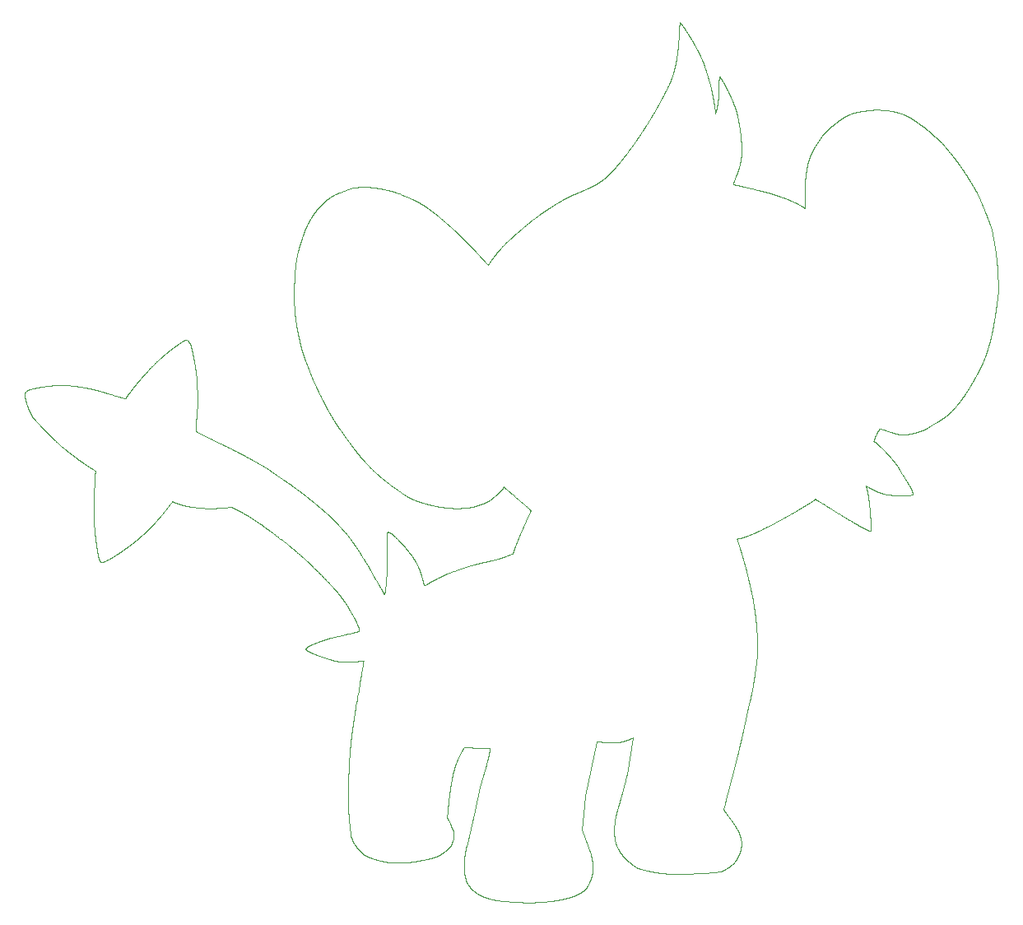
<source format=gbr>
%TF.GenerationSoftware,KiCad,Pcbnew,9.0.2*%
%TF.CreationDate,2025-05-31T16:49:14-04:00*%
%TF.ProjectId,shinx,7368696e-782e-46b6-9963-61645f706362,rev?*%
%TF.SameCoordinates,Original*%
%TF.FileFunction,Profile,NP*%
%FSLAX46Y46*%
G04 Gerber Fmt 4.6, Leading zero omitted, Abs format (unit mm)*
G04 Created by KiCad (PCBNEW 9.0.2) date 2025-05-31 16:49:14*
%MOMM*%
%LPD*%
G01*
G04 APERTURE LIST*
%ADD10C,0.100000*%
%TA.AperFunction,Profile*%
%ADD11C,0.100000*%
%TD*%
G04 APERTURE END LIST*
D10*
X133527994Y-130635330D02*
X133531181Y-130645205D01*
X133534375Y-130655039D01*
X133537562Y-130664785D01*
X133540756Y-130674490D01*
X133543944Y-130684108D01*
X133547139Y-130693688D01*
X133550328Y-130703185D01*
X133553525Y-130712643D01*
X133556716Y-130722021D01*
X133559915Y-130731361D01*
X133563109Y-130740624D01*
X133566312Y-130749850D01*
X133569510Y-130759001D01*
X133572716Y-130768116D01*
X133575918Y-130777159D01*
X133579129Y-130786167D01*
X133582337Y-130795105D01*
X133585553Y-130804008D01*
X133588766Y-130812844D01*
X133591989Y-130821647D01*
X133595208Y-130830384D01*
X133598438Y-130839088D01*
X133601665Y-130847729D01*
X133604901Y-130856339D01*
X133608136Y-130864887D01*
X133611381Y-130873405D01*
X133614624Y-130881863D01*
X133617877Y-130890291D01*
X133621130Y-130898662D01*
X133624393Y-130907004D01*
X133627656Y-130915290D01*
X133630929Y-130923548D01*
X133634202Y-130931752D01*
X133637486Y-130939928D01*
X133640771Y-130948054D01*
X133644066Y-130956151D01*
X133647363Y-130964199D01*
X133650670Y-130972221D01*
X133653979Y-130980194D01*
X133657299Y-130988142D01*
X133660622Y-130996044D01*
X133663956Y-131003920D01*
X133667292Y-131011752D01*
X133670640Y-131019559D01*
X133673992Y-131027323D01*
X133677354Y-131035063D01*
X133680721Y-131042763D01*
X133684099Y-131050438D01*
X133687482Y-131058075D01*
X133690876Y-131065688D01*
X133694276Y-131073264D01*
X133697687Y-131080816D01*
X133701104Y-131088333D01*
X133704533Y-131095828D01*
X133707968Y-131103289D01*
X133711415Y-131110727D01*
X133714869Y-131118133D01*
X133718335Y-131125518D01*
X133721809Y-131132871D01*
X133725295Y-131140203D01*
X133728789Y-131147506D01*
X133732295Y-131154789D01*
X133735810Y-131162043D01*
X133739338Y-131169277D01*
X133742874Y-131176485D01*
X133746424Y-131183673D01*
X133749983Y-131190836D01*
X133753555Y-131197980D01*
X133757138Y-131205100D01*
X133760734Y-131212202D01*
X133764340Y-131219281D01*
X133767960Y-131226342D01*
X133771592Y-131233381D01*
X133775237Y-131240404D01*
X133778894Y-131247406D01*
X133782565Y-131254391D01*
X133786249Y-131261358D01*
X133789946Y-131268309D01*
X133793658Y-131275242D01*
X133797383Y-131282159D01*
X133801122Y-131289060D01*
X133804876Y-131295946D01*
X133808644Y-131302817D01*
X133812427Y-131309672D01*
X133820038Y-131323343D01*
X133827712Y-131336960D01*
X133835449Y-131350528D01*
X133843252Y-131364050D01*
X133851123Y-131377529D01*
X133859064Y-131390970D01*
X133867076Y-131404375D01*
X133875163Y-131417748D01*
X133883326Y-131431092D01*
X133891567Y-131444412D01*
X133899888Y-131457710D01*
X133908293Y-131470990D01*
X133916783Y-131484256D01*
X133925362Y-131497511D01*
X133934031Y-131510759D01*
X133942793Y-131524004D01*
X133951652Y-131537249D01*
X133960609Y-131550498D01*
X133969669Y-131563755D01*
X133978833Y-131577025D01*
X133988106Y-131590310D01*
X133997490Y-131603616D01*
X134006989Y-131616945D01*
X134016606Y-131630303D01*
X134026345Y-131643694D01*
X134036211Y-131657122D01*
X134046206Y-131670592D01*
X134056335Y-131684109D01*
X134066602Y-131697677D01*
X134077013Y-131711301D01*
X134087571Y-131724986D01*
X134098281Y-131738738D01*
X134109149Y-131752563D01*
X134120180Y-131766466D01*
X134131379Y-131780452D01*
X134142753Y-131794528D01*
X134154307Y-131808701D01*
X134166048Y-131822977D01*
X134177984Y-131837363D01*
X134190121Y-131851866D01*
X134202466Y-131866494D01*
X134215028Y-131881256D01*
X134227816Y-131896159D01*
X134240838Y-131911212D01*
X134254104Y-131926426D01*
X134267624Y-131941809D01*
X134281409Y-131957373D01*
X134295471Y-131973129D01*
X134309821Y-131989088D01*
X134324474Y-132005264D01*
X134339442Y-132021670D01*
X134354743Y-132038321D01*
X134370391Y-132055233D01*
X134386405Y-132072423D01*
X134402804Y-132089909D01*
X134419610Y-132107712D01*
X134436844Y-132125853D01*
X134454533Y-132144356D01*
X134472703Y-132163248D01*
X134491386Y-132182558D01*
X134510615Y-132202317D01*
X134530428Y-132222563D01*
X134550867Y-132243334D01*
X134571979Y-132264677D01*
X134593820Y-132286642D01*
X134616451Y-132309289D01*
X134639943Y-132332686D01*
X134664380Y-132356912D01*
X134689860Y-132382060D01*
X134716500Y-132408242D01*
X134744444Y-132435594D01*
X134773865Y-132464282D01*
X134804987Y-132494518D01*
X134808577Y-132497999D01*
X180211074Y-66013838D02*
X180213501Y-66015615D01*
X180215858Y-66017313D01*
X180217907Y-66018765D01*
X180219902Y-66020151D01*
X180221678Y-66021360D01*
X180223409Y-66022512D01*
X180224973Y-66023529D01*
X180226499Y-66024496D01*
X180227892Y-66025355D01*
X180229252Y-66026169D01*
X180230502Y-66026893D01*
X180231724Y-66027577D01*
X180232854Y-66028186D01*
X180233958Y-66028758D01*
X180234984Y-66029267D01*
X180235987Y-66029741D01*
X180236922Y-66030161D01*
X180237838Y-66030549D01*
X180238693Y-66030890D01*
X180239531Y-66031201D01*
X180240316Y-66031472D01*
X180241085Y-66031715D01*
X180241808Y-66031923D01*
X180242516Y-66032105D01*
X180243184Y-66032256D01*
X180243838Y-66032383D01*
X180244457Y-66032482D01*
X180245063Y-66032559D01*
X180245637Y-66032612D01*
X180246200Y-66032643D01*
X180246735Y-66032652D01*
X180247260Y-66032641D01*
X180247761Y-66032610D01*
X180248252Y-66032560D01*
X180248722Y-66032491D01*
X180249183Y-66032404D01*
X180249626Y-66032299D01*
X180250061Y-66032176D01*
X180250481Y-66032036D01*
X180250892Y-66031877D01*
X180251291Y-66031702D01*
X180251681Y-66031509D01*
X180252062Y-66031298D01*
X180252434Y-66031068D01*
X180253156Y-66030553D01*
X180253849Y-66029960D01*
X180254516Y-66029282D01*
X180255159Y-66028514D01*
X180255780Y-66027646D01*
X180256379Y-66026669D01*
X180256955Y-66025574D01*
X180257509Y-66024348D01*
X180258038Y-66022978D01*
X180258542Y-66021449D01*
X180259017Y-66019746D01*
X180259463Y-66017851D01*
X180259874Y-66015743D01*
X180260249Y-66013402D01*
X180260582Y-66010801D01*
X180260871Y-66007914D01*
X180261110Y-66004709D01*
X180261294Y-66001150D01*
X180261418Y-65997195D01*
X180261475Y-65992796D01*
X180261457Y-65987897D01*
X180261357Y-65982430D01*
X180261164Y-65976312D01*
X180260866Y-65969440D01*
X180260450Y-65961687D01*
X180259898Y-65952882D01*
X180259185Y-65942797D01*
X180258279Y-65931105D01*
X180257131Y-65917308D01*
X180255659Y-65900560D01*
X180253704Y-65879172D01*
X180250164Y-65841457D01*
X180247568Y-65813880D01*
X180244797Y-65784110D01*
X180241878Y-65752090D01*
X180240371Y-65735217D01*
X180238836Y-65717759D01*
X180237278Y-65699709D01*
X180235699Y-65681060D01*
X180234103Y-65661803D01*
X180232492Y-65641932D01*
X180230871Y-65621440D01*
X180229242Y-65600318D01*
X180227609Y-65578560D01*
X180225975Y-65556158D01*
X180224344Y-65533105D01*
X180222718Y-65509394D01*
X180221102Y-65485016D01*
X180219497Y-65459966D01*
X180217908Y-65434234D01*
X180216338Y-65407815D01*
X180214791Y-65380700D01*
X180213268Y-65352883D01*
X180211775Y-65324356D01*
X180210313Y-65295111D01*
X180208887Y-65265141D01*
X180207499Y-65234439D01*
X180206154Y-65202998D01*
X180204853Y-65170810D01*
X180203602Y-65137867D01*
X180202995Y-65121110D01*
X180202402Y-65104163D01*
X180201822Y-65087023D01*
X180201257Y-65069689D01*
X180200706Y-65052162D01*
X180200170Y-65034440D01*
X180199650Y-65016522D01*
X180199145Y-64998406D01*
X180198657Y-64980094D01*
X180198185Y-64961582D01*
X180197731Y-64942871D01*
X180197294Y-64923959D01*
X180196875Y-64904846D01*
X180196474Y-64885530D01*
X180196092Y-64866011D01*
X180195729Y-64846288D01*
X180195386Y-64826360D01*
X180195062Y-64806226D01*
X180194759Y-64785884D01*
X180194477Y-64765335D01*
X180194216Y-64744577D01*
X180193976Y-64723609D01*
X180193758Y-64702431D01*
X180193563Y-64681041D01*
X180193391Y-64659438D01*
X180193242Y-64637622D01*
X180193117Y-64615592D01*
X180193016Y-64593347D01*
X180192939Y-64570885D01*
X180192887Y-64548206D01*
X180192860Y-64525309D01*
X180192859Y-64502193D01*
X180192885Y-64478857D01*
X180192937Y-64455301D01*
X180193015Y-64431522D01*
X180193121Y-64407522D01*
X180193255Y-64383297D01*
X180193417Y-64358848D01*
X180193608Y-64334174D01*
X180193828Y-64309273D01*
X180194077Y-64284145D01*
X180194356Y-64258789D01*
X180194665Y-64233204D01*
X180195005Y-64207389D01*
X180195376Y-64181343D01*
X180195779Y-64155065D01*
X180196213Y-64128554D01*
X180196680Y-64101810D01*
X180197179Y-64074831D01*
X180197712Y-64047617D01*
X180198278Y-64020166D01*
X180198878Y-63992477D01*
X180199512Y-63964551D01*
X180200181Y-63936385D01*
X180200886Y-63907979D01*
X180201626Y-63879332D01*
X180202402Y-63850443D01*
X180203214Y-63821311D01*
X180204063Y-63791936D01*
X180204950Y-63762315D01*
X180205874Y-63732449D01*
X180206836Y-63702337D01*
X180207837Y-63671977D01*
X180208876Y-63641368D01*
X180209955Y-63610510D01*
X180211074Y-63579402D01*
X187312492Y-55895903D02*
X187270417Y-55900607D01*
X187226214Y-55905471D01*
X187179314Y-55910554D01*
X187128835Y-55915948D01*
X187073257Y-55921811D01*
X187009499Y-55928463D01*
X186928955Y-55936798D01*
X186906825Y-55939083D01*
X186856531Y-55944277D01*
X186806411Y-55949469D01*
X186756459Y-55954675D01*
X186706672Y-55959911D01*
X186657042Y-55965194D01*
X186632285Y-55967858D01*
X186607566Y-55970539D01*
X186582884Y-55973240D01*
X186558238Y-55975963D01*
X186533627Y-55978710D01*
X186509052Y-55981483D01*
X186484511Y-55984283D01*
X186460004Y-55987114D01*
X186435529Y-55989976D01*
X186411087Y-55992872D01*
X186386677Y-55995804D01*
X186362298Y-55998774D01*
X186337949Y-56001785D01*
X186313630Y-56004837D01*
X186289340Y-56007933D01*
X186265078Y-56011076D01*
X186240845Y-56014267D01*
X186216638Y-56017507D01*
X186192458Y-56020800D01*
X186168303Y-56024148D01*
X186144174Y-56027551D01*
X186120069Y-56031013D01*
X186095988Y-56034536D01*
X186071930Y-56038120D01*
X186047895Y-56041769D01*
X186023881Y-56045485D01*
X185999889Y-56049269D01*
X185975917Y-56053123D01*
X185951965Y-56057050D01*
X185928032Y-56061052D01*
X185904118Y-56065130D01*
X185892168Y-56067198D01*
X185880222Y-56069286D01*
X185868280Y-56071395D01*
X185856343Y-56073524D01*
X185844410Y-56075673D01*
X185832481Y-56077844D01*
X185820556Y-56080035D01*
X185808634Y-56082248D01*
X185796717Y-56084483D01*
X185784803Y-56086740D01*
X185772893Y-56089019D01*
X185760986Y-56091320D01*
X185749083Y-56093644D01*
X185737184Y-56095991D01*
X185725288Y-56098361D01*
X185713395Y-56100755D01*
X185701505Y-56103172D01*
X185689618Y-56105614D01*
X185677734Y-56108079D01*
X185665853Y-56110569D01*
X185653975Y-56113084D01*
X185642100Y-56115624D01*
X185630227Y-56118189D01*
X185618357Y-56120779D01*
X185606490Y-56123395D01*
X185594624Y-56126038D01*
X185582762Y-56128706D01*
X185570901Y-56131401D01*
X185559043Y-56134123D01*
X185547187Y-56136871D01*
X185535332Y-56139647D01*
X185523480Y-56142451D01*
X185511629Y-56145282D01*
X185499781Y-56148142D01*
X185487934Y-56151029D01*
X185476088Y-56153945D01*
X185464244Y-56156890D01*
X185452402Y-56159864D01*
X185440561Y-56162868D01*
X185428721Y-56165900D01*
X185416882Y-56168963D01*
X185405045Y-56172056D01*
X185393208Y-56175179D01*
X185381373Y-56178332D01*
X185369538Y-56181517D01*
X185357704Y-56184732D01*
X185345871Y-56187979D01*
X185334038Y-56191257D01*
X185322206Y-56194568D01*
X185310374Y-56197910D01*
X185298543Y-56201284D01*
X185286712Y-56204692D01*
X185274881Y-56208132D01*
X185263051Y-56211605D01*
X185251220Y-56215112D01*
X185239389Y-56218652D01*
X185227559Y-56222226D01*
X185215728Y-56225834D01*
X185203896Y-56229476D01*
X185192065Y-56233154D01*
X185180232Y-56236866D01*
X185168400Y-56240613D01*
X185156566Y-56244395D01*
X185144733Y-56248214D01*
X185132898Y-56252068D01*
X185121062Y-56255958D01*
X185109226Y-56259884D01*
X185097388Y-56263848D01*
X185085549Y-56267848D01*
X185073709Y-56271885D01*
X185061868Y-56275960D01*
X185050026Y-56280073D01*
X185038182Y-56284223D01*
X185026336Y-56288412D01*
X185014489Y-56292639D01*
X185002640Y-56296904D01*
X184990790Y-56301209D01*
X184978937Y-56305553D01*
X184967083Y-56309936D01*
X184955227Y-56314359D01*
X184943368Y-56318822D01*
X184931507Y-56323325D01*
X184919645Y-56327869D01*
X184907779Y-56332453D01*
X184895912Y-56337078D01*
X184884041Y-56341745D01*
X184872169Y-56346453D01*
X184860293Y-56351203D01*
X184848415Y-56355994D01*
X184836534Y-56360828D01*
X184824650Y-56365705D01*
X184812763Y-56370624D01*
X184800873Y-56375586D01*
X184788980Y-56380592D01*
X184777083Y-56385641D01*
X184765184Y-56390733D01*
X184753281Y-56395870D01*
X184741374Y-56401051D01*
X184729464Y-56406277D01*
X184717550Y-56411547D01*
X184705632Y-56416863D01*
X184693711Y-56422223D01*
X184681785Y-56427629D01*
X184669856Y-56433081D01*
X184657922Y-56438579D01*
X184645985Y-56444124D01*
X184634043Y-56449715D01*
X184622097Y-56455352D01*
X184610146Y-56461037D01*
X184598191Y-56466769D01*
X184586232Y-56472549D01*
X184574267Y-56478376D01*
X184562298Y-56484252D01*
X184550325Y-56490176D01*
X184538346Y-56496148D01*
X184526362Y-56502169D01*
X184514374Y-56508240D01*
X184502380Y-56514360D01*
X184490381Y-56520529D01*
X184478377Y-56526748D01*
X184466367Y-56533018D01*
X184454352Y-56539337D01*
X184442331Y-56545707D01*
X184430305Y-56552129D01*
X184418273Y-56558601D01*
X184406235Y-56565125D01*
X184394191Y-56571700D01*
X184382141Y-56578327D01*
X184370085Y-56585006D01*
X184358024Y-56591738D01*
X184345956Y-56598522D01*
X184333881Y-56605360D01*
X184321800Y-56612250D01*
X184309713Y-56619194D01*
X184297619Y-56626191D01*
X184285519Y-56633243D01*
X184273412Y-56640348D01*
X184261298Y-56647508D01*
X184249178Y-56654723D01*
X184237050Y-56661993D01*
X184224915Y-56669317D01*
X184212774Y-56676697D01*
X184200625Y-56684133D01*
X184188468Y-56691625D01*
X184176305Y-56699173D01*
X184164134Y-56706778D01*
X184151955Y-56714439D01*
X184139769Y-56722157D01*
X184127575Y-56729933D01*
X184115374Y-56737765D01*
X184103164Y-56745656D01*
X184090947Y-56753604D01*
X184078722Y-56761611D01*
X184066488Y-56769677D01*
X184054246Y-56777801D01*
X184041997Y-56785984D01*
X184029738Y-56794226D01*
X184017472Y-56802527D01*
X184005196Y-56810889D01*
X183992913Y-56819310D01*
X183980620Y-56827792D01*
X183968319Y-56836334D01*
X183956009Y-56844937D01*
X183943690Y-56853602D01*
X183931362Y-56862327D01*
X183919025Y-56871114D01*
X183906679Y-56879962D01*
X183894323Y-56888873D01*
X183881959Y-56897846D01*
X183869584Y-56906881D01*
X183857201Y-56915980D01*
X183844808Y-56925141D01*
X183832405Y-56934366D01*
X183819992Y-56943654D01*
X197906404Y-64394319D02*
X197887299Y-64361189D01*
X197868268Y-64328229D01*
X197849461Y-64295697D01*
X197830726Y-64263329D01*
X197812206Y-64231373D01*
X197793755Y-64199577D01*
X197775512Y-64168178D01*
X197757335Y-64136933D01*
X197739358Y-64106071D01*
X197721445Y-64075360D01*
X197703724Y-64045017D01*
X197686065Y-64014820D01*
X197668591Y-63984979D01*
X197651176Y-63955280D01*
X197633940Y-63925923D01*
X197616761Y-63896705D01*
X197599753Y-63867817D01*
X197582802Y-63839064D01*
X197566015Y-63810630D01*
X197549282Y-63782327D01*
X197532708Y-63754332D01*
X197516186Y-63726464D01*
X197499816Y-63698893D01*
X197483498Y-63671447D01*
X197467326Y-63644287D01*
X197451203Y-63617249D01*
X197435222Y-63590487D01*
X197419289Y-63563843D01*
X197403491Y-63537467D01*
X197387740Y-63511206D01*
X197372119Y-63485203D01*
X197356543Y-63459313D01*
X197341094Y-63433672D01*
X197325687Y-63408140D01*
X197310402Y-63382849D01*
X197295158Y-63357665D01*
X197280032Y-63332714D01*
X197264945Y-63307866D01*
X197249971Y-63283244D01*
X197235036Y-63258723D01*
X197220210Y-63234420D01*
X197205420Y-63210216D01*
X197190736Y-63186222D01*
X197176087Y-63162324D01*
X197161539Y-63138629D01*
X197147026Y-63115029D01*
X197132609Y-63091625D01*
X197118226Y-63068312D01*
X197103936Y-63045190D01*
X197089678Y-63022156D01*
X197075510Y-62999307D01*
X197061372Y-62976544D01*
X197047321Y-62953959D01*
X197033299Y-62931458D01*
X197019360Y-62909129D01*
X197005450Y-62886883D01*
X196991619Y-62864803D01*
X196977815Y-62842803D01*
X196964088Y-62820963D01*
X196950387Y-62799202D01*
X196936760Y-62777595D01*
X196923157Y-62756065D01*
X196909625Y-62734684D01*
X196896116Y-62713379D01*
X196882675Y-62692217D01*
X196869257Y-62671128D01*
X196855903Y-62650177D01*
X196842571Y-62629299D01*
X196829301Y-62608554D01*
X196816051Y-62587878D01*
X196802861Y-62567332D01*
X196789690Y-62546853D01*
X196776575Y-62526498D01*
X196763479Y-62506210D01*
X196750436Y-62486041D01*
X196737411Y-62465937D01*
X196724437Y-62445948D01*
X196711480Y-62426022D01*
X196698571Y-62406207D01*
X196685679Y-62386453D01*
X196672831Y-62366805D01*
X196659999Y-62347217D01*
X196647210Y-62327731D01*
X196634435Y-62308304D01*
X196621701Y-62288974D01*
X196608980Y-62269701D01*
X196596297Y-62250522D01*
X196583627Y-62231399D01*
X196570992Y-62212365D01*
X196558369Y-62193385D01*
X196545779Y-62174491D01*
X196533200Y-62155650D01*
X196520652Y-62136890D01*
X196508114Y-62118182D01*
X196495604Y-62099552D01*
X196483104Y-62080972D01*
X196470629Y-62062466D01*
X196458163Y-62044009D01*
X196445721Y-62025622D01*
X196433286Y-62007282D01*
X196420873Y-61989010D01*
X196408467Y-61970783D01*
X196396079Y-61952620D01*
X196383698Y-61934501D01*
X196371334Y-61916442D01*
X196358975Y-61898426D01*
X196346630Y-61880467D01*
X196334290Y-61862549D01*
X196321961Y-61844684D01*
X196309637Y-61826860D01*
X196297323Y-61809085D01*
X196285011Y-61791350D01*
X196272707Y-61773661D01*
X196260405Y-61756010D01*
X196248109Y-61738401D01*
X196235813Y-61720829D01*
X196223521Y-61703296D01*
X196211230Y-61685799D01*
X196198938Y-61668338D01*
X196186648Y-61650911D01*
X196174355Y-61633516D01*
X196162061Y-61616155D01*
X196149763Y-61598822D01*
X196137464Y-61581522D01*
X196125157Y-61564247D01*
X196112849Y-61547003D01*
X196088212Y-61512589D01*
X196063544Y-61478271D01*
X196038841Y-61444040D01*
X196014094Y-61409885D01*
X195989299Y-61375799D01*
X195964447Y-61341772D01*
X195939533Y-61307794D01*
X195914549Y-61273856D01*
X195889489Y-61239949D01*
X195864344Y-61206063D01*
X195839109Y-61172189D01*
X195813775Y-61138316D01*
X195788335Y-61104434D01*
X195762781Y-61070534D01*
X195737106Y-61036605D01*
X195711300Y-61002637D01*
X195685357Y-60968619D01*
X195659267Y-60934541D01*
X195633021Y-60900391D01*
X195606610Y-60866157D01*
X195580026Y-60831829D01*
X195553258Y-60797393D01*
X195526296Y-60762839D01*
X195499129Y-60728153D01*
X195471748Y-60693322D01*
X195444141Y-60658333D01*
X195416297Y-60623172D01*
X195388202Y-60587824D01*
X195359846Y-60552274D01*
X195331214Y-60516507D01*
X195302293Y-60480507D01*
X195273069Y-60444257D01*
X195243526Y-60407739D01*
X195213649Y-60370935D01*
X195183421Y-60333826D01*
X195152825Y-60296390D01*
X195121842Y-60258608D01*
X195090453Y-60220456D01*
X195058637Y-60181911D01*
X195026372Y-60142947D01*
X194993636Y-60103539D01*
X194960402Y-60063657D01*
X194926645Y-60023273D01*
X194892337Y-59982352D01*
X194857446Y-59940862D01*
X194821942Y-59898766D01*
X194785788Y-59856023D01*
X194748946Y-59812590D01*
X194711376Y-59768422D01*
X194673032Y-59723468D01*
X194633866Y-59677672D01*
X194593824Y-59630975D01*
X194552848Y-59583311D01*
X194510873Y-59534606D01*
X194467825Y-59484780D01*
X194423626Y-59433742D01*
X194378184Y-59381390D01*
X194331397Y-59327612D01*
X194283151Y-59272275D01*
X194233311Y-59215233D01*
X194181724Y-59156312D01*
X194181074Y-59155570D01*
X171479824Y-52519821D02*
X171478796Y-52518807D01*
X171477775Y-52517829D01*
X171476780Y-52516903D01*
X171475793Y-52516011D01*
X171474830Y-52515169D01*
X171473874Y-52514360D01*
X171472942Y-52513597D01*
X171472017Y-52512865D01*
X171471114Y-52512177D01*
X171470218Y-52511519D01*
X171469344Y-52510902D01*
X171468475Y-52510314D01*
X171467628Y-52509765D01*
X171466786Y-52509242D01*
X171465964Y-52508756D01*
X171465147Y-52508296D01*
X171464349Y-52507870D01*
X171463557Y-52507470D01*
X171462782Y-52507100D01*
X171462011Y-52506756D01*
X171461258Y-52506440D01*
X171460509Y-52506149D01*
X171459775Y-52505885D01*
X171459046Y-52505643D01*
X171458330Y-52505428D01*
X171457620Y-52505235D01*
X171456922Y-52505066D01*
X171456228Y-52504919D01*
X171455546Y-52504794D01*
X171454867Y-52504691D01*
X171454199Y-52504610D01*
X171453535Y-52504549D01*
X171452880Y-52504509D01*
X171452229Y-52504490D01*
X171451585Y-52504490D01*
X171450945Y-52504511D01*
X171450311Y-52504551D01*
X171449681Y-52504612D01*
X171449055Y-52504692D01*
X171448434Y-52504791D01*
X171447201Y-52505049D01*
X171445980Y-52505387D01*
X171444768Y-52505805D01*
X171443564Y-52506305D01*
X171442364Y-52506890D01*
X171441167Y-52507564D01*
X171439972Y-52508328D01*
X171438776Y-52509188D01*
X171437578Y-52510149D01*
X171436377Y-52511215D01*
X171435173Y-52512392D01*
X171433964Y-52513687D01*
X171432750Y-52515105D01*
X171431530Y-52516654D01*
X171430304Y-52518340D01*
X171429072Y-52520172D01*
X171427833Y-52522158D01*
X171426589Y-52524305D01*
X171425340Y-52526623D01*
X171424084Y-52529121D01*
X171422824Y-52531809D01*
X171421560Y-52534695D01*
X171420291Y-52537792D01*
X171419020Y-52541109D01*
X171417746Y-52544657D01*
X171416470Y-52548448D01*
X171415194Y-52552495D01*
X171413917Y-52556809D01*
X171412642Y-52561404D01*
X171411368Y-52566293D01*
X171410097Y-52571490D01*
X171408831Y-52577011D01*
X171407568Y-52582870D01*
X171406312Y-52589084D01*
X171405063Y-52595670D01*
X171403822Y-52602645D01*
X171402589Y-52610029D01*
X171401367Y-52617840D01*
X171400156Y-52626101D01*
X171398957Y-52634832D01*
X171397771Y-52644058D01*
X171396599Y-52653803D01*
X171395442Y-52664094D01*
X171394302Y-52674961D01*
X171393178Y-52686434D01*
X171392072Y-52698547D01*
X171390985Y-52711335D01*
X171389918Y-52724840D01*
X171388870Y-52739106D01*
X171387844Y-52754180D01*
X171386838Y-52770117D01*
X171385855Y-52786978D01*
X171384894Y-52804832D01*
X171383954Y-52823758D01*
X171383037Y-52843848D01*
X171382142Y-52865208D01*
X171381267Y-52887966D01*
X171380413Y-52912276D01*
X171379576Y-52938329D01*
X171378755Y-52966364D01*
X171377945Y-52996694D01*
X171377142Y-53029742D01*
X171376336Y-53066108D01*
X171375514Y-53106701D01*
X171374652Y-53153042D01*
X171373703Y-53208082D01*
X171372542Y-53279485D01*
X171372007Y-53313146D01*
X171370779Y-53389850D01*
X171370132Y-53429113D01*
X171369455Y-53468959D01*
X171368741Y-53509371D01*
X171367982Y-53550329D01*
X171367172Y-53591817D01*
X171366305Y-53633816D01*
X171365372Y-53676308D01*
X171364368Y-53719275D01*
X171363285Y-53762699D01*
X171362117Y-53806563D01*
X171361498Y-53828653D01*
X171360856Y-53850847D01*
X171360189Y-53873141D01*
X171359497Y-53895534D01*
X171358778Y-53918023D01*
X171358031Y-53940606D01*
X171357257Y-53963280D01*
X171356454Y-53986044D01*
X171355620Y-54008896D01*
X171354756Y-54031832D01*
X171353860Y-54054851D01*
X171352932Y-54077950D01*
X171351971Y-54101128D01*
X171350975Y-54124382D01*
X171349945Y-54147709D01*
X171348878Y-54171108D01*
X171347775Y-54194576D01*
X171346634Y-54218110D01*
X171345455Y-54241710D01*
X171344236Y-54265372D01*
X171342978Y-54289094D01*
X171341678Y-54312874D01*
X171340337Y-54336710D01*
X171338952Y-54360599D01*
X171337525Y-54384539D01*
X171336052Y-54408528D01*
X171334535Y-54432564D01*
X171332971Y-54456644D01*
X171331361Y-54480766D01*
X171329703Y-54504928D01*
X171327996Y-54529128D01*
X171326239Y-54553363D01*
X171324432Y-54577631D01*
X171322574Y-54601930D01*
X171320663Y-54626258D01*
X171318700Y-54650612D01*
X171316683Y-54674991D01*
X171314611Y-54699391D01*
X171312484Y-54723810D01*
X171310300Y-54748247D01*
X171308059Y-54772699D01*
X171305760Y-54797164D01*
X171303402Y-54821640D01*
X171300984Y-54846124D01*
X171298506Y-54870613D01*
X171295966Y-54895107D01*
X171293364Y-54919603D01*
X171290698Y-54944097D01*
X171287968Y-54968589D01*
X171285174Y-54993075D01*
X171282314Y-55017554D01*
X171279387Y-55042024D01*
X171276392Y-55066481D01*
X171273329Y-55090924D01*
X171270197Y-55115351D01*
X171266995Y-55139759D01*
X171263722Y-55164146D01*
X171260378Y-55188510D01*
X171256960Y-55212848D01*
X171253470Y-55237158D01*
X171249904Y-55261439D01*
X171246264Y-55285687D01*
X171244415Y-55297799D01*
X171242548Y-55309901D01*
X171240661Y-55321994D01*
X171238754Y-55334078D01*
X171236829Y-55346152D01*
X171234883Y-55358216D01*
X171232918Y-55370270D01*
X171230934Y-55382313D01*
X171228929Y-55394345D01*
X171226905Y-55406366D01*
X171224860Y-55418376D01*
X171222795Y-55430374D01*
X171220710Y-55442360D01*
X171218605Y-55454334D01*
X171216479Y-55466295D01*
X171214332Y-55478243D01*
X171212165Y-55490178D01*
X171209977Y-55502100D01*
X171207768Y-55514007D01*
X171205537Y-55525901D01*
X171203286Y-55537781D01*
X171201014Y-55549646D01*
X171198720Y-55561497D01*
X171196404Y-55573332D01*
X171194067Y-55585152D01*
X171191709Y-55596956D01*
X171189328Y-55608744D01*
X171186926Y-55620516D01*
X171184502Y-55632272D01*
X171182055Y-55644011D01*
X171179587Y-55655732D01*
X171177096Y-55667437D01*
X171174583Y-55679123D01*
X171172047Y-55690792D01*
X171169488Y-55702443D01*
X171166907Y-55714075D01*
X171164303Y-55725688D01*
X171161676Y-55737282D01*
X171159025Y-55748857D01*
X171156352Y-55760412D01*
X171153655Y-55771948D01*
X171150935Y-55783463D01*
X171148192Y-55794958D01*
X171145425Y-55806432D01*
X171142634Y-55817885D01*
X171139819Y-55829317D01*
X171136981Y-55840727D01*
X171134118Y-55852115D01*
X171131231Y-55863481D01*
X171128320Y-55874825D01*
X171125385Y-55886146D01*
X171122425Y-55897444D01*
X171119441Y-55908718D01*
X171116432Y-55919970D01*
X171113398Y-55931197D01*
X171110339Y-55942400D01*
X171107255Y-55953579D01*
X171104146Y-55964733D01*
X171101012Y-55975862D01*
X171097853Y-55986966D01*
X171094668Y-55998045D01*
X171091458Y-56009097D01*
X171088222Y-56020124D01*
X171084960Y-56031124D01*
X171081673Y-56042097D01*
X171078359Y-56053044D01*
X171075020Y-56063963D01*
X171071654Y-56074855D01*
X171068262Y-56085719D01*
X171064844Y-56096555D01*
X171061399Y-56107362D01*
X171057928Y-56118141D01*
X171054429Y-56128892D01*
X171050905Y-56139612D01*
X171047353Y-56150304D01*
X171043774Y-56160966D01*
X171040168Y-56171597D01*
X171036535Y-56182199D01*
X171032874Y-56192769D01*
X171029186Y-56203309D01*
X171025470Y-56213818D01*
X171021727Y-56224295D01*
X171017956Y-56234740D01*
X171014157Y-56245154D01*
X133877243Y-118178750D02*
X133869666Y-118228056D01*
X133862160Y-118277038D01*
X133854829Y-118325002D01*
X133847566Y-118372658D01*
X133840469Y-118419361D01*
X133833437Y-118465772D01*
X133826560Y-118511291D01*
X133819745Y-118556531D01*
X133813077Y-118600934D01*
X133806470Y-118645072D01*
X133800000Y-118688422D01*
X133793588Y-118731521D01*
X133787307Y-118773879D01*
X133781082Y-118815997D01*
X133774980Y-118857417D01*
X133768932Y-118898609D01*
X133763002Y-118939142D01*
X133757123Y-118979457D01*
X133751355Y-119019151D01*
X133745638Y-119058637D01*
X133740026Y-119097536D01*
X133734463Y-119136237D01*
X133729000Y-119174384D01*
X133723585Y-119212341D01*
X133718264Y-119249774D01*
X133712990Y-119287027D01*
X133707805Y-119323783D01*
X133702666Y-119360367D01*
X133697613Y-119396482D01*
X133692603Y-119432432D01*
X133687675Y-119467938D01*
X133682789Y-119503286D01*
X133677982Y-119538215D01*
X133673216Y-119572993D01*
X133668524Y-119607373D01*
X133663872Y-119641610D01*
X133659292Y-119675471D01*
X133654750Y-119709194D01*
X133650277Y-119742561D01*
X133645841Y-119775798D01*
X133641470Y-119808698D01*
X133637137Y-119841473D01*
X133632865Y-119873929D01*
X133628630Y-119906267D01*
X133624454Y-119938304D01*
X133620313Y-119970227D01*
X133616229Y-120001866D01*
X133612180Y-120033397D01*
X133608184Y-120064661D01*
X133604223Y-120095821D01*
X133600313Y-120126729D01*
X133596437Y-120157539D01*
X133592610Y-120188112D01*
X133588815Y-120218592D01*
X133585068Y-120248848D01*
X133581352Y-120279016D01*
X133577682Y-120308975D01*
X133574043Y-120338850D01*
X133570448Y-120368530D01*
X133566882Y-120398130D01*
X133563358Y-120427547D01*
X133559864Y-120456889D01*
X133556410Y-120486061D01*
X133552985Y-120515163D01*
X133549599Y-120544106D01*
X133546240Y-120572983D01*
X133542918Y-120601714D01*
X133539624Y-120630383D01*
X133536366Y-120658917D01*
X133533134Y-120687393D01*
X133529936Y-120715746D01*
X133526765Y-120744044D01*
X133523626Y-120772231D01*
X133520513Y-120800367D01*
X133517432Y-120828403D01*
X133514375Y-120856391D01*
X133511349Y-120884290D01*
X133508347Y-120912145D01*
X133505374Y-120939922D01*
X133502426Y-120967659D01*
X133499504Y-120995328D01*
X133496607Y-121022960D01*
X133493736Y-121050535D01*
X133490888Y-121078077D01*
X133488065Y-121105573D01*
X133485266Y-121133038D01*
X133482490Y-121160468D01*
X133479737Y-121187871D01*
X133477006Y-121215249D01*
X133474298Y-121242604D01*
X133471612Y-121269944D01*
X133468947Y-121297265D01*
X133463681Y-121351880D01*
X133458496Y-121406479D01*
X133453391Y-121461089D01*
X133448363Y-121515739D01*
X133443408Y-121570456D01*
X133438525Y-121625271D01*
X133433711Y-121680212D01*
X133428963Y-121735309D01*
X133424280Y-121790593D01*
X133419658Y-121846095D01*
X133415096Y-121901845D01*
X133410591Y-121957878D01*
X133406140Y-122014226D01*
X133401742Y-122070925D01*
X133397395Y-122128009D01*
X133393095Y-122185515D01*
X133388841Y-122243483D01*
X133384631Y-122301952D01*
X133380461Y-122360963D01*
X133376330Y-122420561D01*
X133372236Y-122480790D01*
X133368175Y-122541699D01*
X133364146Y-122603338D01*
X133360145Y-122665760D01*
X133356171Y-122729021D01*
X133352220Y-122793182D01*
X133348290Y-122858305D01*
X133344378Y-122924459D01*
X133340481Y-122991716D01*
X133336595Y-123060154D01*
X133332718Y-123129857D01*
X133328845Y-123200915D01*
X133324972Y-123273427D01*
X133321096Y-123347499D01*
X133317213Y-123423249D01*
X133313317Y-123500803D01*
X133309402Y-123580303D01*
X133305465Y-123661905D01*
X133301497Y-123745783D01*
X133297492Y-123832130D01*
X133295161Y-123883167D01*
X125378828Y-93149168D02*
X125377769Y-93147224D01*
X125376556Y-93145167D01*
X125375177Y-93142988D01*
X125373623Y-93140683D01*
X125371881Y-93138245D01*
X125369941Y-93135667D01*
X125367789Y-93132943D01*
X125365413Y-93130067D01*
X125362801Y-93127030D01*
X125359939Y-93123827D01*
X125356813Y-93120450D01*
X125353409Y-93116892D01*
X125349713Y-93113145D01*
X125345710Y-93109203D01*
X125341385Y-93105056D01*
X125336723Y-93100698D01*
X125331707Y-93096120D01*
X125326323Y-93091314D01*
X125320553Y-93086272D01*
X125314381Y-93080987D01*
X125307790Y-93075448D01*
X125300763Y-93069648D01*
X125293282Y-93063579D01*
X125285330Y-93057230D01*
X125276889Y-93050594D01*
X125267939Y-93043662D01*
X125258464Y-93036424D01*
X125248445Y-93028871D01*
X125237861Y-93020994D01*
X125226696Y-93012784D01*
X125214929Y-93004231D01*
X125202540Y-92995327D01*
X125189512Y-92986061D01*
X125175824Y-92976425D01*
X125161456Y-92966409D01*
X125146389Y-92956004D01*
X125130604Y-92945200D01*
X125114080Y-92933988D01*
X125096798Y-92922359D01*
X125078739Y-92910303D01*
X125059882Y-92897813D01*
X125040210Y-92884877D01*
X125019702Y-92871489D01*
X124998339Y-92857638D01*
X124976104Y-92843318D01*
X124952977Y-92828518D01*
X124928941Y-92813232D01*
X124903978Y-92797452D01*
X124878070Y-92781170D01*
X124851202Y-92764378D01*
X124823356Y-92747071D01*
X124794518Y-92729241D01*
X124764673Y-92710883D01*
X124733807Y-92691991D01*
X124701906Y-92672559D01*
X124668958Y-92652584D01*
X124634951Y-92632061D01*
X124599876Y-92610986D01*
X124563724Y-92589358D01*
X124526485Y-92567173D01*
X124488153Y-92544430D01*
X124448723Y-92521129D01*
X124408190Y-92497270D01*
X124366553Y-92472853D01*
X124323810Y-92447881D01*
X124279961Y-92422355D01*
X124235010Y-92396281D01*
X124188960Y-92369661D01*
X124141817Y-92342503D01*
X124093589Y-92314812D01*
X124044287Y-92286596D01*
X123993922Y-92257865D01*
X123942509Y-92228628D01*
X123890063Y-92198895D01*
X123836604Y-92168681D01*
X123782151Y-92137997D01*
X123726729Y-92106858D01*
X123670361Y-92075280D01*
X123613076Y-92043279D01*
X123554903Y-92010875D01*
X123495873Y-91978085D01*
X123436021Y-91944930D01*
X123375383Y-91911431D01*
X123313996Y-91877610D01*
X123251901Y-91843490D01*
X123189139Y-91809095D01*
X123125755Y-91774450D01*
X123061792Y-91739580D01*
X122997298Y-91704512D01*
X122932321Y-91669272D01*
X122866910Y-91633888D01*
X122801116Y-91598388D01*
X122734988Y-91562799D01*
X122668580Y-91527150D01*
X122635284Y-91509310D01*
X122601944Y-91491469D01*
X122568557Y-91473626D01*
X122535132Y-91455785D01*
X122501680Y-91437953D01*
X122468197Y-91420126D01*
X122434707Y-91402319D01*
X122401193Y-91384521D01*
X122367691Y-91366753D01*
X122334171Y-91348997D01*
X122300684Y-91331282D01*
X122267185Y-91313583D01*
X122233738Y-91295934D01*
X122200286Y-91278305D01*
X122166905Y-91260737D01*
X122133525Y-91243191D01*
X122100235Y-91225716D01*
X122066953Y-91208267D01*
X122033778Y-91190897D01*
X122000618Y-91173557D01*
X121967584Y-91156306D01*
X121934570Y-91139088D01*
X121901699Y-91121967D01*
X121868854Y-91104883D01*
X121836170Y-91087904D01*
X121803518Y-91070965D01*
X121771041Y-91054140D01*
X121738603Y-91037357D01*
X121706357Y-91020695D01*
X121674154Y-91004079D01*
X121642158Y-90987592D01*
X121610211Y-90971153D01*
X121578485Y-90954850D01*
X121546813Y-90938598D01*
X121515375Y-90922488D01*
X121483997Y-90906431D01*
X121452865Y-90890524D01*
X121421799Y-90874671D01*
X121390991Y-90858974D01*
X121360252Y-90843334D01*
X121329784Y-90827854D01*
X121299389Y-90812434D01*
X121269275Y-90797179D01*
X121239239Y-90781986D01*
X121209493Y-90766963D01*
X121179829Y-90752003D01*
X121150465Y-90737217D01*
X121121187Y-90722497D01*
X121092217Y-90707953D01*
X121063336Y-90693478D01*
X121034771Y-90679183D01*
X121006299Y-90664957D01*
X120978149Y-90650914D01*
X120950095Y-90636942D01*
X120922369Y-90623156D01*
X120894743Y-90609442D01*
X120867451Y-90595915D01*
X120840261Y-90582462D01*
X120813410Y-90569199D01*
X120786664Y-90556010D01*
X120760260Y-90543013D01*
X120733964Y-90530091D01*
X120708014Y-90517361D01*
X120682173Y-90504707D01*
X120656682Y-90492247D01*
X120631302Y-90479864D01*
X120606274Y-90467675D01*
X120581360Y-90455563D01*
X120556798Y-90443645D01*
X120532352Y-90431806D01*
X120508261Y-90420161D01*
X120484286Y-90408594D01*
X120460667Y-90397221D01*
X120437166Y-90385928D01*
X120414021Y-90374828D01*
X120390994Y-90363807D01*
X120372912Y-90355168D01*
X186963244Y-99192588D02*
X186964337Y-99190309D01*
X186965440Y-99187823D01*
X186966551Y-99185117D01*
X186967671Y-99182178D01*
X186968798Y-99178994D01*
X186969931Y-99175551D01*
X186971068Y-99171836D01*
X186972209Y-99167835D01*
X186973351Y-99163532D01*
X186974494Y-99158915D01*
X186975635Y-99153967D01*
X186976773Y-99148674D01*
X186977906Y-99143020D01*
X186979032Y-99136990D01*
X186980149Y-99130566D01*
X186981256Y-99123734D01*
X186982350Y-99116476D01*
X186983430Y-99108775D01*
X186984492Y-99100616D01*
X186985535Y-99091980D01*
X186986557Y-99082850D01*
X186987554Y-99073210D01*
X186988526Y-99063041D01*
X186989469Y-99052326D01*
X186990380Y-99041047D01*
X186991258Y-99029187D01*
X186992099Y-99016728D01*
X186992902Y-99003652D01*
X186993663Y-98989942D01*
X186994379Y-98975581D01*
X186995049Y-98960550D01*
X186995668Y-98944834D01*
X186996235Y-98928415D01*
X186996746Y-98911276D01*
X186997199Y-98893402D01*
X186997590Y-98874777D01*
X186997917Y-98855385D01*
X186998177Y-98835211D01*
X186998367Y-98814242D01*
X186998484Y-98792463D01*
X186998525Y-98769862D01*
X186998487Y-98746427D01*
X186998368Y-98722147D01*
X186998164Y-98697010D01*
X186997873Y-98671009D01*
X186997492Y-98644134D01*
X186997018Y-98616379D01*
X186996449Y-98587738D01*
X186995782Y-98558207D01*
X186995015Y-98527781D01*
X186994144Y-98496461D01*
X186993169Y-98464246D01*
X186992086Y-98431137D01*
X186990894Y-98397138D01*
X186989591Y-98362254D01*
X186988175Y-98326492D01*
X186986644Y-98289861D01*
X186984997Y-98252371D01*
X186983232Y-98214036D01*
X186981349Y-98174870D01*
X186979347Y-98134889D01*
X186977225Y-98094113D01*
X186974982Y-98052563D01*
X186972618Y-98010262D01*
X186970133Y-97967234D01*
X186967528Y-97923506D01*
X186964802Y-97879107D01*
X186961957Y-97834067D01*
X186958993Y-97788420D01*
X186955911Y-97742198D01*
X186952713Y-97695439D01*
X186949401Y-97648178D01*
X186945976Y-97600454D01*
X186942440Y-97552308D01*
X186938795Y-97503778D01*
X186935045Y-97454908D01*
X186931192Y-97405739D01*
X186927238Y-97356314D01*
X186925224Y-97331518D01*
X186923186Y-97306677D01*
X186921125Y-97281793D01*
X186919041Y-97256871D01*
X186916934Y-97231922D01*
X186914804Y-97206939D01*
X186912653Y-97181946D01*
X186910480Y-97156925D01*
X186908287Y-97131910D01*
X186906073Y-97106873D01*
X186903839Y-97081857D01*
X186901585Y-97056824D01*
X186899313Y-97031829D01*
X186897021Y-97006822D01*
X186894713Y-96981869D01*
X186892384Y-96956909D01*
X186890042Y-96932017D01*
X186887679Y-96907124D01*
X186885304Y-96882314D01*
X186882910Y-96857507D01*
X186880504Y-96832798D01*
X186878080Y-96808098D01*
X186875646Y-96783510D01*
X186873193Y-96758935D01*
X186870733Y-96734484D01*
X186868254Y-96710052D01*
X186865769Y-96685757D01*
X186863266Y-96661486D01*
X186860759Y-96637364D01*
X186858234Y-96613270D01*
X186855706Y-96589337D01*
X186853161Y-96565436D01*
X186850614Y-96541708D01*
X186848051Y-96518016D01*
X186845488Y-96494506D01*
X186842908Y-96471037D01*
X186840330Y-96447760D01*
X186837736Y-96424528D01*
X186835145Y-96401497D01*
X186832539Y-96378515D01*
X186829936Y-96355742D01*
X186827320Y-96333021D01*
X186824708Y-96310518D01*
X186822082Y-96288071D01*
X186819462Y-96265848D01*
X186816830Y-96243685D01*
X186814204Y-96221752D01*
X186811566Y-96199883D01*
X186808935Y-96178250D01*
X186806293Y-96156683D01*
X186803660Y-96135358D01*
X186801016Y-96114101D01*
X186798381Y-96093092D01*
X186795736Y-96072154D01*
X186793102Y-96051467D01*
X186790457Y-96030854D01*
X186787825Y-96010496D01*
X186785182Y-95990214D01*
X186782553Y-95970191D01*
X186779913Y-95950246D01*
X186777288Y-95930562D01*
X186774653Y-95910958D01*
X186772034Y-95891617D01*
X186769405Y-95872359D01*
X186766792Y-95853366D01*
X186764170Y-95834456D01*
X186761566Y-95815814D01*
X186758952Y-95797256D01*
X186756356Y-95778966D01*
X186753752Y-95760763D01*
X186751166Y-95742828D01*
X186748573Y-95724981D01*
X186745998Y-95707403D01*
X186743416Y-95689913D01*
X186740853Y-95672692D01*
X186738283Y-95655561D01*
X186735734Y-95638698D01*
X186733177Y-95621925D01*
X186730641Y-95605420D01*
X186728098Y-95589006D01*
X186725577Y-95572858D01*
X186723049Y-95556803D01*
X186720543Y-95541012D01*
X186718031Y-95525314D01*
X186715542Y-95509879D01*
X186713046Y-95494537D01*
X186710573Y-95479457D01*
X186708094Y-95464469D01*
X186705639Y-95449741D01*
X186703178Y-95435107D01*
X186700740Y-95420730D01*
X186698298Y-95406445D01*
X186695878Y-95392417D01*
X186693455Y-95378480D01*
X186691055Y-95364797D01*
X186688651Y-95351207D01*
X186686270Y-95337866D01*
X186683886Y-95324618D01*
X186681526Y-95311617D01*
X186679162Y-95298708D01*
X186676822Y-95286043D01*
X186674479Y-95273470D01*
X186672160Y-95261138D01*
X186669838Y-95248898D01*
X186667541Y-95236895D01*
X186665240Y-95224983D01*
X186662964Y-95213305D01*
X186660686Y-95201717D01*
X186658432Y-95190361D01*
X186656175Y-95179093D01*
X186653944Y-95168054D01*
X186651710Y-95157103D01*
X186649501Y-95146376D01*
X186647290Y-95135737D01*
X186645104Y-95125318D01*
X186642915Y-95114986D01*
X186640753Y-95104871D01*
X186638587Y-95094843D01*
X186636448Y-95085027D01*
X186634306Y-95075296D01*
X186632190Y-95065775D01*
X186630072Y-95056337D01*
X186627979Y-95047105D01*
X186625885Y-95037957D01*
X186623816Y-95029010D01*
X186621745Y-95020145D01*
X186619700Y-95011477D01*
X186617653Y-95002891D01*
X186615632Y-94994499D01*
X186613610Y-94986187D01*
X186611613Y-94978064D01*
X186609615Y-94970020D01*
X186607642Y-94962163D01*
X186605668Y-94954383D01*
X186603719Y-94946785D01*
X186601770Y-94939264D01*
X186599845Y-94931920D01*
X186597920Y-94924653D01*
X186596020Y-94917559D01*
X186594119Y-94910540D01*
X186592244Y-94903690D01*
X186590367Y-94896914D01*
X186588516Y-94890305D01*
X186586664Y-94883767D01*
X186584837Y-94877391D01*
X186583009Y-94871086D01*
X186581207Y-94864940D01*
X186579403Y-94858863D01*
X186577625Y-94852941D01*
X186575846Y-94847086D01*
X186574092Y-94841383D01*
X186572338Y-94835747D01*
X186570608Y-94830257D01*
X186568878Y-94824833D01*
X186567172Y-94819553D01*
X186565466Y-94814337D01*
X186563785Y-94809260D01*
X186562103Y-94804246D01*
X186560446Y-94799368D01*
X186558788Y-94794552D01*
X186557154Y-94789868D01*
X186555521Y-94785245D01*
X186553911Y-94780750D01*
X186552301Y-94776314D01*
X186550716Y-94772004D01*
X186549130Y-94767751D01*
X186547568Y-94763619D01*
X186546005Y-94759544D01*
X186544467Y-94755587D01*
X186542928Y-94751686D01*
X186541413Y-94747898D01*
X186539898Y-94744165D01*
X186538406Y-94740543D01*
X186536914Y-94736974D01*
X186535446Y-94733512D01*
X186533977Y-94730101D01*
X186532531Y-94726795D01*
X186531086Y-94723540D01*
X186529663Y-94720385D01*
X186528240Y-94717279D01*
X186526840Y-94714271D01*
X186525440Y-94711311D01*
X186524063Y-94708445D01*
X186522685Y-94705626D01*
X186521330Y-94702898D01*
X186519975Y-94700216D01*
X186518642Y-94697622D01*
X186517309Y-94695072D01*
X186515998Y-94692607D01*
X186514687Y-94690186D01*
X186513398Y-94687846D01*
X186512108Y-94685549D01*
X186510841Y-94683330D01*
X186509573Y-94681153D01*
X186508326Y-94679051D01*
X186507080Y-94676990D01*
X186505854Y-94675001D01*
X186504629Y-94673052D01*
X186503424Y-94671172D01*
X186502220Y-94669331D01*
X186501035Y-94667557D01*
X186499851Y-94665820D01*
X186497576Y-94662584D01*
X142724911Y-96758083D02*
X142845731Y-96770372D01*
X142972294Y-96783318D01*
X143112409Y-96797719D01*
X143209036Y-96807674D01*
X143209036Y-96807674D01*
X143299760Y-96817021D01*
X143384876Y-96825770D01*
X143464708Y-96833934D01*
X143502744Y-96837800D01*
X143539580Y-96841525D01*
X143575257Y-96845110D01*
X143609815Y-96848557D01*
X143643295Y-96851867D01*
X143675738Y-96855042D01*
X143707183Y-96858084D01*
X143737672Y-96860994D01*
X143767244Y-96863774D01*
X143795940Y-96866426D01*
X143823802Y-96868951D01*
X143850868Y-96871350D01*
X143877180Y-96873626D01*
X143902778Y-96875780D01*
X143927703Y-96877814D01*
X143951995Y-96879729D01*
X143975694Y-96881527D01*
X143998842Y-96883210D01*
X144021478Y-96884778D01*
X144032617Y-96885521D01*
X144043643Y-96886235D01*
X144054562Y-96886922D01*
X144065378Y-96887581D01*
X144076096Y-96888213D01*
X144086722Y-96888818D01*
X144097261Y-96889396D01*
X144107717Y-96889947D01*
X144118096Y-96890473D01*
X144128403Y-96890971D01*
X144138643Y-96891444D01*
X144148820Y-96891891D01*
X144158941Y-96892313D01*
X144169009Y-96892709D01*
X144179031Y-96893080D01*
X144189011Y-96893425D01*
X144198954Y-96893746D01*
X144208865Y-96894043D01*
X144218750Y-96894315D01*
X144228613Y-96894563D01*
X144238459Y-96894786D01*
X144248294Y-96894986D01*
X144258122Y-96895163D01*
X144267949Y-96895316D01*
X144277780Y-96895446D01*
X144287620Y-96895553D01*
X144297473Y-96895637D01*
X144307345Y-96895699D01*
X144317242Y-96895738D01*
X144327167Y-96895755D01*
X144337126Y-96895750D01*
X144347124Y-96895724D01*
X144357166Y-96895675D01*
X144367258Y-96895606D01*
X144377404Y-96895515D01*
X144387609Y-96895404D01*
X144408218Y-96895119D01*
X144429125Y-96894752D01*
X144450370Y-96894306D01*
X144471995Y-96893782D01*
X144494039Y-96893181D01*
X144516543Y-96892505D01*
X144539547Y-96891757D01*
X144563092Y-96890937D01*
X144587219Y-96890046D01*
X144611968Y-96889088D01*
X144637379Y-96888063D01*
X144663493Y-96886973D01*
X144690350Y-96885819D01*
X144717991Y-96884603D01*
X144746456Y-96883328D01*
X144806022Y-96880602D01*
X144869370Y-96877656D01*
X144936825Y-96874501D01*
X187312492Y-90005916D02*
X187311907Y-90005906D01*
X187311334Y-90005876D01*
X187310782Y-90005827D01*
X187310241Y-90005759D01*
X187309719Y-90005673D01*
X187309209Y-90005569D01*
X187308714Y-90005448D01*
X187308231Y-90005309D01*
X187307763Y-90005153D01*
X187307305Y-90004979D01*
X187306860Y-90004789D01*
X187306425Y-90004582D01*
X187306001Y-90004358D01*
X187305588Y-90004117D01*
X187304792Y-90003582D01*
X187304032Y-90002977D01*
X187303308Y-90002297D01*
X187302619Y-90001538D01*
X187301962Y-90000697D01*
X187301339Y-89999768D01*
X187300749Y-89998745D01*
X187300194Y-89997620D01*
X187299676Y-89996388D01*
X187299197Y-89995039D01*
X187298759Y-89993567D01*
X187298366Y-89991961D01*
X187298022Y-89990215D01*
X187297731Y-89988317D01*
X187297496Y-89986259D01*
X187297323Y-89984030D01*
X187297218Y-89981619D01*
X187297184Y-89979017D01*
X187297229Y-89976212D01*
X187297358Y-89973193D01*
X187297577Y-89969949D01*
X187297894Y-89966466D01*
X187298314Y-89962734D01*
X187298845Y-89958740D01*
X187299493Y-89954471D01*
X187300267Y-89949914D01*
X187301174Y-89945057D01*
X187302221Y-89939886D01*
X187303416Y-89934387D01*
X187304768Y-89928548D01*
X187306285Y-89922354D01*
X187307975Y-89915792D01*
X187309846Y-89908848D01*
X187311907Y-89901507D01*
X187314167Y-89893757D01*
X187316634Y-89885582D01*
X187319317Y-89876971D01*
X187322225Y-89867908D01*
X187325366Y-89858380D01*
X187328749Y-89848375D01*
X187332383Y-89837879D01*
X187336275Y-89826881D01*
X187340435Y-89815368D01*
X187344870Y-89803328D01*
X187349588Y-89790752D01*
X187354597Y-89777630D01*
X187359904Y-89763951D01*
X187365515Y-89749710D01*
X187371437Y-89734898D01*
X187377675Y-89719511D01*
X187384234Y-89703544D01*
X187391119Y-89686995D01*
X187398332Y-89669865D01*
X187405877Y-89652154D01*
X187413754Y-89633867D01*
X187421963Y-89615009D01*
X187430505Y-89595590D01*
X187439374Y-89575622D01*
X187448569Y-89555120D01*
X187458082Y-89534102D01*
X187467907Y-89512589D01*
X187478034Y-89490608D01*
X187488450Y-89468188D01*
X187499144Y-89445362D01*
X187510098Y-89422166D01*
X187521295Y-89398644D01*
X187532714Y-89374839D01*
X187544334Y-89350801D01*
X187556130Y-89326583D01*
X187568074Y-89302241D01*
X187580139Y-89277834D01*
X187592295Y-89253424D01*
X187604509Y-89229075D01*
X187610630Y-89216940D01*
X187616749Y-89204852D01*
X187622869Y-89192808D01*
X187628982Y-89180821D01*
X187635083Y-89168902D01*
X187641173Y-89157046D01*
X187647238Y-89145285D01*
X187653288Y-89133594D01*
X187659301Y-89122021D01*
X187665295Y-89110528D01*
X187671238Y-89099174D01*
X187677159Y-89087907D01*
X187683017Y-89076801D01*
X187688849Y-89065789D01*
X187694606Y-89054959D01*
X187700334Y-89044228D01*
X187705978Y-89033698D01*
X187711588Y-89023273D01*
X187717103Y-89013066D01*
X187722582Y-89002968D01*
X187727958Y-88993103D01*
X187733294Y-88983352D01*
X187738519Y-88973847D01*
X187743703Y-88964459D01*
X187748767Y-88955328D01*
X187753789Y-88946316D01*
X187758685Y-88937569D01*
X187763537Y-88928945D01*
X187768259Y-88920591D01*
X187772934Y-88912362D01*
X187777476Y-88904407D01*
X187781970Y-88896578D01*
X187786327Y-88889025D01*
X187790637Y-88881598D01*
X187794808Y-88874448D01*
X187798930Y-88867423D01*
X187802913Y-88860674D01*
X187806847Y-88854049D01*
X187810642Y-88847697D01*
X187814387Y-88841467D01*
X187817994Y-88835507D01*
X187821552Y-88829666D01*
X187824974Y-88824089D01*
X187828346Y-88818630D01*
X187831584Y-88813427D01*
X187834774Y-88808340D01*
X187837831Y-88803502D01*
X187840842Y-88798776D01*
X187843723Y-88794290D01*
X187846559Y-88789913D01*
X187849268Y-88785768D01*
X187851933Y-88781728D01*
X187854476Y-88777910D01*
X187856975Y-88774193D01*
X187859357Y-88770688D01*
X187861696Y-88767282D01*
X187863921Y-88764076D01*
X187866107Y-88760964D01*
X187868182Y-88758043D01*
X187870219Y-88755212D01*
X187872152Y-88752560D01*
X187874046Y-88749995D01*
X187875841Y-88747599D01*
X187877601Y-88745284D01*
X187879264Y-88743128D01*
X187880894Y-88741049D01*
X187882434Y-88739119D01*
X187883941Y-88737261D01*
X187885362Y-88735542D01*
X187886753Y-88733891D01*
X187888062Y-88732368D01*
X187889343Y-88730910D01*
X187890546Y-88729569D01*
X187891723Y-88728290D01*
X187892828Y-88727118D01*
X187893907Y-88726003D01*
X187894571Y-88725333D01*
X134808577Y-132497999D02*
X134823572Y-132505915D01*
X134838508Y-132513776D01*
X134852986Y-132521373D01*
X134867412Y-132528919D01*
X134881431Y-132536230D01*
X134895402Y-132543494D01*
X134909011Y-132550545D01*
X134922577Y-132557553D01*
X134935817Y-132564368D01*
X134949019Y-132571141D01*
X134961926Y-132577740D01*
X134974799Y-132584299D01*
X134987404Y-132590699D01*
X134999979Y-132597061D01*
X135012310Y-132603277D01*
X135024614Y-132609456D01*
X135036695Y-132615501D01*
X135048753Y-132621512D01*
X135060606Y-132627398D01*
X135072439Y-132633251D01*
X135084083Y-132638989D01*
X135095710Y-132644695D01*
X135107164Y-132650294D01*
X135118602Y-132655863D01*
X135129881Y-132661333D01*
X135141147Y-132666773D01*
X135152266Y-132672120D01*
X135163374Y-132677439D01*
X135174346Y-132682671D01*
X135185309Y-132687876D01*
X135196147Y-132693000D01*
X135206978Y-132698098D01*
X135217692Y-132703119D01*
X135228402Y-132708115D01*
X135239005Y-132713039D01*
X135249604Y-132717940D01*
X135260104Y-132722772D01*
X135270602Y-132727582D01*
X135281010Y-132732328D01*
X135291416Y-132737051D01*
X135301739Y-132741714D01*
X135312063Y-132746356D01*
X135322310Y-132750941D01*
X135332559Y-132755504D01*
X135342737Y-132760015D01*
X135352919Y-132764505D01*
X135363036Y-132768944D01*
X135373159Y-132773364D01*
X135383222Y-132777736D01*
X135393291Y-132782089D01*
X135403307Y-132786396D01*
X135413330Y-132790685D01*
X135423305Y-132794932D01*
X135433288Y-132799160D01*
X135443228Y-132803348D01*
X135453177Y-132807519D01*
X135463088Y-132811651D01*
X135473009Y-132815766D01*
X135482896Y-132819845D01*
X135492796Y-132823907D01*
X135502664Y-132827935D01*
X135512547Y-132831948D01*
X135522403Y-132835927D01*
X135532274Y-132839891D01*
X135542123Y-132843825D01*
X135551987Y-132847743D01*
X135561833Y-132851632D01*
X135571696Y-132855507D01*
X135581544Y-132859354D01*
X135591411Y-132863187D01*
X135601266Y-132866993D01*
X135611141Y-132870786D01*
X135621008Y-132874555D01*
X135630895Y-132878309D01*
X135640779Y-132882041D01*
X135650684Y-132885760D01*
X135660588Y-132889456D01*
X135670515Y-132893140D01*
X135680445Y-132896804D01*
X135690398Y-132900455D01*
X135700358Y-132904086D01*
X135710342Y-132907706D01*
X135720336Y-132911307D01*
X135730355Y-132914897D01*
X135740388Y-132918470D01*
X135750447Y-132922031D01*
X135760522Y-132925576D01*
X135770625Y-132929110D01*
X135780747Y-132932630D01*
X135790898Y-132936139D01*
X135801072Y-132939634D01*
X135811276Y-132943118D01*
X135821505Y-132946590D01*
X135831766Y-132950051D01*
X135842055Y-132953501D01*
X135852377Y-132956940D01*
X135862731Y-132960370D01*
X135873118Y-132963789D01*
X135883541Y-132967198D01*
X135893998Y-132970598D01*
X135904494Y-132973990D01*
X135915025Y-132977371D01*
X135936208Y-132984111D01*
X135957556Y-132990818D01*
X135979078Y-132997497D01*
X136000784Y-133004148D01*
X136022681Y-133010774D01*
X136044781Y-133017377D01*
X136067091Y-133023960D01*
X136089623Y-133030524D01*
X136112385Y-133037072D01*
X136135388Y-133043606D01*
X136158642Y-133050128D01*
X136182158Y-133056640D01*
X136205946Y-133063144D01*
X136230017Y-133069642D01*
X136254383Y-133076137D01*
X136279055Y-133082631D01*
X136304045Y-133089125D01*
X136329365Y-133095622D01*
X136355027Y-133102124D01*
X136381046Y-133108634D01*
X136407433Y-133115153D01*
X136434202Y-133121684D01*
X136461368Y-133128229D01*
X136488946Y-133134791D01*
X136516949Y-133141372D01*
X136545395Y-133147974D01*
X136574299Y-133154601D01*
X136603678Y-133161254D01*
X136633550Y-133167936D01*
X136663932Y-133174651D01*
X136694843Y-133181400D01*
X136726303Y-133188187D01*
X136758333Y-133195015D01*
X136790952Y-133201887D01*
X136824184Y-133208805D01*
X136858052Y-133215774D01*
X136892578Y-133222797D01*
X136927790Y-133229878D01*
X136963712Y-133237019D01*
X137000373Y-133244226D01*
X137037801Y-133251502D01*
X137076028Y-133258851D01*
X137115083Y-133266278D01*
X137155002Y-133273788D01*
X137195820Y-133281385D01*
X137237573Y-133289075D01*
X137280302Y-133296862D01*
X137324047Y-133304754D01*
X137368853Y-133312756D01*
X137369743Y-133312914D01*
X173226074Y-56245154D02*
X173218836Y-56220675D01*
X173211445Y-56195964D01*
X173203901Y-56171019D01*
X173196203Y-56145840D01*
X173188350Y-56120426D01*
X173180341Y-56094778D01*
X173172174Y-56068894D01*
X173163850Y-56042775D01*
X173155366Y-56016420D01*
X173146723Y-55989829D01*
X173137919Y-55963003D01*
X173128953Y-55935940D01*
X173119825Y-55908640D01*
X173110534Y-55881105D01*
X173101079Y-55853334D01*
X173091459Y-55825328D01*
X173081674Y-55797086D01*
X173071724Y-55768610D01*
X173061607Y-55739899D01*
X173051322Y-55710954D01*
X173040871Y-55681776D01*
X173030251Y-55652366D01*
X173019463Y-55622725D01*
X173008506Y-55592853D01*
X172997380Y-55562753D01*
X172986085Y-55532424D01*
X172974620Y-55501869D01*
X172962986Y-55471088D01*
X172951182Y-55440085D01*
X172939208Y-55408859D01*
X172927064Y-55377414D01*
X172914751Y-55345752D01*
X172902268Y-55313873D01*
X172889616Y-55281782D01*
X172876796Y-55249481D01*
X172863807Y-55216972D01*
X172850651Y-55184258D01*
X172837327Y-55151342D01*
X172823838Y-55118228D01*
X172810182Y-55084919D01*
X172796362Y-55051419D01*
X172782379Y-55017733D01*
X172768234Y-54983863D01*
X172753927Y-54949815D01*
X172739461Y-54915592D01*
X172724838Y-54881202D01*
X172710058Y-54846647D01*
X172695123Y-54811934D01*
X172680037Y-54777069D01*
X172664800Y-54742058D01*
X172649415Y-54706907D01*
X172633885Y-54671622D01*
X172618213Y-54636212D01*
X172602400Y-54600682D01*
X172586451Y-54565042D01*
X172570369Y-54529298D01*
X172554157Y-54493459D01*
X172537818Y-54457535D01*
X172521357Y-54421535D01*
X172504778Y-54385467D01*
X172488085Y-54349342D01*
X172471283Y-54313171D01*
X172454377Y-54276964D01*
X172437371Y-54240733D01*
X172420271Y-54204489D01*
X172403084Y-54168245D01*
X172385814Y-54132014D01*
X172368468Y-54095807D01*
X172351052Y-54059640D01*
X172333574Y-54023526D01*
X172316040Y-53987480D01*
X172298458Y-53951517D01*
X172280835Y-53915652D01*
X172263180Y-53879901D01*
X172245500Y-53844280D01*
X172227805Y-53808807D01*
X172210103Y-53773499D01*
X172192404Y-53738374D01*
X172174717Y-53703449D01*
X172157051Y-53668743D01*
X172139417Y-53634275D01*
X172121826Y-53600064D01*
X172113044Y-53583052D01*
X172104287Y-53566130D01*
X172095537Y-53549264D01*
X172086812Y-53532491D01*
X172078098Y-53515783D01*
X172069412Y-53499169D01*
X172060740Y-53482627D01*
X172052097Y-53466183D01*
X172043473Y-53449818D01*
X172034879Y-53433554D01*
X172026309Y-53417376D01*
X172017771Y-53401300D01*
X172009260Y-53385319D01*
X172000782Y-53369444D01*
X171992337Y-53353670D01*
X171983926Y-53338004D01*
X171975552Y-53322447D01*
X171967214Y-53307000D01*
X171958916Y-53291671D01*
X171950657Y-53276454D01*
X171942443Y-53261361D01*
X171934268Y-53246382D01*
X171926143Y-53231537D01*
X171918058Y-53216806D01*
X171910027Y-53202216D01*
X171902039Y-53187744D01*
X171894109Y-53173419D01*
X171886222Y-53159213D01*
X171878398Y-53145161D01*
X171870618Y-53131231D01*
X171862906Y-53117462D01*
X171855239Y-53103814D01*
X171847644Y-53090336D01*
X171840096Y-53076980D01*
X171832623Y-53063799D01*
X171825197Y-53050742D01*
X171817852Y-53037867D01*
X171810555Y-53025116D01*
X171803342Y-53012552D01*
X171796178Y-53000113D01*
X171789101Y-52987867D01*
X171782074Y-52975747D01*
X171775139Y-52963825D01*
X171768254Y-52952029D01*
X171761464Y-52940434D01*
X171754725Y-52928967D01*
X171748083Y-52917705D01*
X171741493Y-52906571D01*
X171735004Y-52895646D01*
X171728567Y-52884847D01*
X171722234Y-52874261D01*
X171715952Y-52863802D01*
X171709777Y-52853558D01*
X171703654Y-52843440D01*
X171697640Y-52833539D01*
X171691678Y-52823764D01*
X171685826Y-52814207D01*
X171680027Y-52804775D01*
X171674339Y-52795563D01*
X171668704Y-52786475D01*
X171663183Y-52777607D01*
X171657714Y-52768861D01*
X171652359Y-52760336D01*
X171647057Y-52751932D01*
X171641870Y-52743748D01*
X171636734Y-52735683D01*
X171631715Y-52727838D01*
X171626747Y-52720110D01*
X171621895Y-52712600D01*
X171617094Y-52705206D01*
X171612410Y-52698028D01*
X171607776Y-52690964D01*
X171603257Y-52684113D01*
X171598789Y-52677374D01*
X171594436Y-52670845D01*
X171590132Y-52664427D01*
X171585943Y-52658215D01*
X171581802Y-52652112D01*
X171577775Y-52646211D01*
X171573796Y-52640417D01*
X171569929Y-52634821D01*
X171566109Y-52629329D01*
X171562400Y-52624031D01*
X171558737Y-52618834D01*
X171555183Y-52613827D01*
X171551675Y-52608918D01*
X171548274Y-52604194D01*
X171544917Y-52599566D01*
X171541665Y-52595118D01*
X171538457Y-52590763D01*
X171535352Y-52586582D01*
X171532289Y-52582491D01*
X171529327Y-52578569D01*
X171526407Y-52574734D01*
X171523585Y-52571063D01*
X171520802Y-52567476D01*
X171518117Y-52564047D01*
X171515469Y-52560699D01*
X171512916Y-52557502D01*
X171510400Y-52554384D01*
X171507975Y-52551412D01*
X171505587Y-52548516D01*
X171503287Y-52545758D01*
X171501021Y-52543074D01*
X171498842Y-52540523D01*
X171496696Y-52538042D01*
X171494634Y-52535688D01*
X171492603Y-52533401D01*
X171490653Y-52531236D01*
X171488734Y-52529134D01*
X171486893Y-52527148D01*
X171485081Y-52525223D01*
X171483344Y-52523407D01*
X171481635Y-52521650D01*
X171479824Y-52519821D01*
X197906404Y-83137335D02*
X197914162Y-83123759D01*
X197921900Y-83110177D01*
X197929618Y-83096589D01*
X197937316Y-83082995D01*
X197944995Y-83069395D01*
X197952655Y-83055790D01*
X197960295Y-83042177D01*
X197967915Y-83028559D01*
X197975517Y-83014934D01*
X197983099Y-83001303D01*
X197990662Y-82987664D01*
X197998206Y-82974019D01*
X198013237Y-82946708D01*
X198028193Y-82919367D01*
X198043074Y-82891996D01*
X198057881Y-82864594D01*
X198072615Y-82837160D01*
X198087276Y-82809693D01*
X198101864Y-82782191D01*
X198116381Y-82754654D01*
X198130826Y-82727080D01*
X198145201Y-82699469D01*
X198159506Y-82671820D01*
X198173741Y-82644130D01*
X198187907Y-82616400D01*
X198202005Y-82588629D01*
X198216035Y-82560814D01*
X198229997Y-82532955D01*
X198243893Y-82505051D01*
X198257722Y-82477101D01*
X198271486Y-82449104D01*
X198285184Y-82421058D01*
X198298817Y-82392963D01*
X198312386Y-82364816D01*
X198325892Y-82336618D01*
X198339334Y-82308367D01*
X198352713Y-82280062D01*
X198366030Y-82251701D01*
X198379286Y-82223283D01*
X198392480Y-82194808D01*
X198405613Y-82166273D01*
X198418686Y-82137679D01*
X198431699Y-82109023D01*
X198444653Y-82080304D01*
X198457548Y-82051522D01*
X198470384Y-82022674D01*
X198483163Y-81993759D01*
X198495884Y-81964777D01*
X198508548Y-81935726D01*
X198521155Y-81906605D01*
X198533706Y-81877412D01*
X198546201Y-81848146D01*
X198558642Y-81818806D01*
X198571027Y-81789390D01*
X198583358Y-81759898D01*
X198595635Y-81730326D01*
X198607859Y-81700675D01*
X198620030Y-81670943D01*
X198632148Y-81641128D01*
X198644214Y-81611230D01*
X198656228Y-81581245D01*
X198668190Y-81551174D01*
X198680102Y-81521015D01*
X198691964Y-81490765D01*
X198703775Y-81460424D01*
X198715537Y-81429990D01*
X198727249Y-81399462D01*
X198738913Y-81368838D01*
X198750528Y-81338115D01*
X198762095Y-81307294D01*
X198773615Y-81276372D01*
X198785088Y-81245347D01*
X198796514Y-81214218D01*
X198807893Y-81182983D01*
X198819227Y-81151641D01*
X198830515Y-81120189D01*
X198841758Y-81088626D01*
X198852956Y-81056951D01*
X198864110Y-81025160D01*
X198875220Y-80993254D01*
X198886287Y-80961229D01*
X198897310Y-80929083D01*
X198908291Y-80896816D01*
X198919230Y-80864425D01*
X198930126Y-80831908D01*
X198940981Y-80799263D01*
X198951795Y-80766488D01*
X198962569Y-80733581D01*
X198973302Y-80700540D01*
X198983995Y-80667363D01*
X198994649Y-80634048D01*
X199005263Y-80600592D01*
X199015839Y-80566994D01*
X199026377Y-80533251D01*
X199036877Y-80499361D01*
X199047340Y-80465321D01*
X199057765Y-80431130D01*
X199068154Y-80396785D01*
X199078507Y-80362283D01*
X199088823Y-80327622D01*
X199099105Y-80292799D01*
X199109351Y-80257813D01*
X199119563Y-80222660D01*
X199129741Y-80187338D01*
X199139885Y-80151843D01*
X199149996Y-80116175D01*
X199160074Y-80080328D01*
X199170120Y-80044302D01*
X199180134Y-80008093D01*
X199190116Y-79971697D01*
X199200067Y-79935112D01*
X199209988Y-79898336D01*
X199219878Y-79861364D01*
X199229739Y-79824194D01*
X199239570Y-79786822D01*
X199249372Y-79749246D01*
X199259147Y-79711461D01*
X199268893Y-79673465D01*
X199278612Y-79635254D01*
X199288304Y-79596824D01*
X199297969Y-79558172D01*
X199307609Y-79519293D01*
X199317223Y-79480186D01*
X199326813Y-79440844D01*
X199336378Y-79401265D01*
X199345919Y-79361444D01*
X199355437Y-79321377D01*
X199364932Y-79281061D01*
X199374404Y-79240490D01*
X199383856Y-79199660D01*
X199393286Y-79158567D01*
X199402695Y-79117206D01*
X199412084Y-79075572D01*
X199421455Y-79033660D01*
X199430806Y-78991467D01*
X199440139Y-78948985D01*
X199449455Y-78906210D01*
X199458754Y-78863137D01*
X199468037Y-78819761D01*
X199477304Y-78776075D01*
X199486556Y-78732073D01*
X199495794Y-78687750D01*
X199505019Y-78643100D01*
X199514231Y-78598116D01*
X199523431Y-78552792D01*
X199532620Y-78507122D01*
X199541799Y-78461097D01*
X199550968Y-78414712D01*
X199560128Y-78367958D01*
X199569281Y-78320830D01*
X199578426Y-78273318D01*
X199587565Y-78225414D01*
X199596699Y-78177112D01*
X199605829Y-78128402D01*
X199614956Y-78079275D01*
X199624081Y-78029723D01*
X199633204Y-77979735D01*
X199642327Y-77929304D01*
X199651451Y-77878418D01*
X199660577Y-77827067D01*
X199669707Y-77775241D01*
X199678841Y-77722928D01*
X199687981Y-77670117D01*
X199697128Y-77616797D01*
X199706284Y-77562955D01*
X199715449Y-77508577D01*
X199724626Y-77453651D01*
X199733816Y-77398163D01*
X199743020Y-77342099D01*
X199752241Y-77285443D01*
X199761479Y-77228180D01*
X199770738Y-77170293D01*
X199780017Y-77111766D01*
X199789320Y-77052581D01*
X199798649Y-76992718D01*
X199808006Y-76932159D01*
X199817392Y-76870884D01*
X199826811Y-76808870D01*
X199836264Y-76746095D01*
X199845755Y-76682536D01*
X199855286Y-76618168D01*
X199864860Y-76552964D01*
X199874480Y-76486898D01*
X199884149Y-76419939D01*
X199893871Y-76352057D01*
X199903649Y-76283219D01*
X199913488Y-76213391D01*
X199923390Y-76142536D01*
X199933361Y-76070614D01*
X199943405Y-75997584D01*
X199953527Y-75923401D01*
X199963733Y-75848018D01*
X199974027Y-75771382D01*
X199984417Y-75693439D01*
X199994909Y-75614130D01*
X200005509Y-75533390D01*
X200016226Y-75451150D01*
X200027068Y-75367333D01*
X200038044Y-75281859D01*
X200049164Y-75194636D01*
X200060440Y-75105565D01*
X200071883Y-75014538D01*
X200083507Y-74921433D01*
X200095328Y-74826117D01*
X200107361Y-74728438D01*
X200118321Y-74638917D01*
X100000000Y-85000000D02*
X99998540Y-85009673D01*
X99997145Y-85019451D01*
X99995816Y-85029335D01*
X99994553Y-85039324D01*
X99993358Y-85049420D01*
X99992230Y-85059624D01*
X99991171Y-85069935D01*
X99990182Y-85080355D01*
X99989263Y-85090883D01*
X99988414Y-85101521D01*
X99987637Y-85112269D01*
X99986933Y-85123128D01*
X99986301Y-85134098D01*
X99985743Y-85145179D01*
X99985260Y-85156372D01*
X99984852Y-85167678D01*
X99984520Y-85179097D01*
X99984265Y-85190629D01*
X99984087Y-85202275D01*
X99983988Y-85214035D01*
X99983968Y-85225910D01*
X99984028Y-85237900D01*
X99984169Y-85250006D01*
X99984391Y-85262227D01*
X99984695Y-85274565D01*
X99985082Y-85287019D01*
X99985553Y-85299589D01*
X99986108Y-85312277D01*
X99986749Y-85325082D01*
X99987476Y-85338004D01*
X99988289Y-85351045D01*
X99989191Y-85364203D01*
X99990180Y-85377480D01*
X99991259Y-85390875D01*
X99992427Y-85404388D01*
X99993687Y-85418020D01*
X99995037Y-85431771D01*
X99996480Y-85445641D01*
X99998016Y-85459630D01*
X99999645Y-85473737D01*
X100001369Y-85487964D01*
X100003188Y-85502309D01*
X100005102Y-85516774D01*
X100007114Y-85531358D01*
X100009222Y-85546060D01*
X100011428Y-85560881D01*
X100013733Y-85575821D01*
X100016137Y-85590879D01*
X100018642Y-85606056D01*
X100021247Y-85621351D01*
X100023953Y-85636764D01*
X100026761Y-85652294D01*
X100029672Y-85667942D01*
X100032686Y-85683707D01*
X100035804Y-85699589D01*
X100039027Y-85715588D01*
X100042354Y-85731702D01*
X100045788Y-85747933D01*
X100049327Y-85764278D01*
X100052974Y-85780739D01*
X100056727Y-85797314D01*
X100060589Y-85814003D01*
X100064559Y-85830805D01*
X100068638Y-85847720D01*
X100072827Y-85864748D01*
X100077125Y-85881887D01*
X100081534Y-85899137D01*
X100086054Y-85916497D01*
X100090685Y-85933967D01*
X100095428Y-85951546D01*
X100100283Y-85969234D01*
X100105250Y-85987028D01*
X100110331Y-86004930D01*
X100115525Y-86022937D01*
X100120832Y-86041049D01*
X100126253Y-86059266D01*
X100131789Y-86077586D01*
X100137439Y-86096008D01*
X100143204Y-86114531D01*
X100149085Y-86133155D01*
X100155080Y-86151878D01*
X100161191Y-86170699D01*
X100167419Y-86189618D01*
X100173762Y-86208633D01*
X100180221Y-86227744D01*
X100186796Y-86246948D01*
X100193488Y-86266245D01*
X100200297Y-86285634D01*
X100207222Y-86305114D01*
X100214264Y-86324682D01*
X100221423Y-86344339D01*
X100228699Y-86364083D01*
X100236091Y-86383912D01*
X100243601Y-86403826D01*
X100251227Y-86423822D01*
X100258970Y-86443900D01*
X100266830Y-86464058D01*
X100274807Y-86484295D01*
X100282900Y-86504610D01*
X100291110Y-86525000D01*
X100299436Y-86545465D01*
X100307879Y-86566003D01*
X100316437Y-86586613D01*
X100325112Y-86607293D01*
X100333902Y-86628042D01*
X100342807Y-86648858D01*
X100351828Y-86669740D01*
X100360963Y-86690686D01*
X100370214Y-86711694D01*
X100379578Y-86732763D01*
X100389057Y-86753892D01*
X100398649Y-86775078D01*
X100408355Y-86796321D01*
X100418174Y-86817618D01*
X100428105Y-86838968D01*
X100438149Y-86860369D01*
X100448304Y-86881821D01*
X100458571Y-86903320D01*
X100468949Y-86924865D01*
X100479437Y-86946456D01*
X100490035Y-86968089D01*
X100500743Y-86989764D01*
X100511559Y-87011478D01*
X100522484Y-87033230D01*
X100533517Y-87055019D01*
X100539074Y-87065927D01*
X100544657Y-87076842D01*
X100550267Y-87087767D01*
X100555904Y-87098698D01*
X100561567Y-87109639D01*
X100567257Y-87120586D01*
X100572973Y-87131541D01*
X100578715Y-87142503D01*
X100584484Y-87153472D01*
X100590279Y-87164448D01*
X100596100Y-87175430D01*
X100601946Y-87186419D01*
X100607819Y-87197414D01*
X100613718Y-87208414D01*
X100619642Y-87219421D01*
X100625592Y-87230432D01*
X100631568Y-87241449D01*
X100637569Y-87252471D01*
X100643596Y-87263498D01*
X100649648Y-87274530D01*
X100655725Y-87285566D01*
X100661827Y-87296606D01*
X100667955Y-87307650D01*
X100674107Y-87318698D01*
X100680284Y-87329750D01*
X100686487Y-87340805D01*
X100692713Y-87351863D01*
X100698965Y-87362924D01*
X100705241Y-87373987D01*
X100711541Y-87385054D01*
X100717866Y-87396122D01*
X100724215Y-87407194D01*
X100730588Y-87418266D01*
X100736986Y-87429341D01*
X100743407Y-87440416D01*
X100749852Y-87451494D01*
X100756321Y-87462571D01*
X100762814Y-87473651D01*
X100769330Y-87484730D01*
X100775870Y-87495811D01*
X100782432Y-87506891D01*
X100789019Y-87517972D01*
X100795628Y-87529051D01*
X100802262Y-87540133D01*
X100814917Y-87561166D01*
X160885912Y-120962501D02*
X160897446Y-120962292D01*
X160909106Y-120962001D01*
X160920895Y-120961626D01*
X160932812Y-120961168D01*
X160944859Y-120960625D01*
X160957036Y-120959996D01*
X160969345Y-120959281D01*
X160981787Y-120958477D01*
X160994362Y-120957585D01*
X161007071Y-120956604D01*
X161019915Y-120955532D01*
X161032895Y-120954368D01*
X161046012Y-120953113D01*
X161059266Y-120951764D01*
X161072660Y-120950320D01*
X161086192Y-120948781D01*
X161099865Y-120947147D01*
X161113678Y-120945414D01*
X161127633Y-120943584D01*
X161141731Y-120941655D01*
X161155971Y-120939625D01*
X161170356Y-120937495D01*
X161184884Y-120935262D01*
X161199558Y-120932927D01*
X161214377Y-120930488D01*
X161229343Y-120927943D01*
X161244456Y-120925293D01*
X161259715Y-120922536D01*
X161275123Y-120919672D01*
X161290679Y-120916699D01*
X161306383Y-120913616D01*
X161322236Y-120910423D01*
X161338239Y-120907119D01*
X161354391Y-120903702D01*
X161370693Y-120900172D01*
X161387145Y-120896529D01*
X161403747Y-120892770D01*
X161420499Y-120888896D01*
X161437402Y-120884906D01*
X161454454Y-120880798D01*
X161471656Y-120876572D01*
X161489008Y-120872228D01*
X161506509Y-120867764D01*
X161524159Y-120863181D01*
X161541958Y-120858476D01*
X161559904Y-120853650D01*
X161577998Y-120848703D01*
X161596238Y-120843633D01*
X161614623Y-120838439D01*
X161633153Y-120833123D01*
X161651826Y-120827683D01*
X161670641Y-120822119D01*
X161689597Y-120816430D01*
X161708691Y-120810617D01*
X161727922Y-120804680D01*
X161747288Y-120798617D01*
X161766787Y-120792430D01*
X161786416Y-120786119D01*
X161806173Y-120779683D01*
X161826054Y-120773124D01*
X161846056Y-120766441D01*
X161866177Y-120759635D01*
X161886411Y-120752707D01*
X161906754Y-120745658D01*
X161927202Y-120738490D01*
X161947750Y-120731202D01*
X161968393Y-120723798D01*
X161989122Y-120716278D01*
X162009934Y-120708644D01*
X162030818Y-120700900D01*
X162051768Y-120693047D01*
X162072775Y-120685090D01*
X162093828Y-120677030D01*
X162114917Y-120668873D01*
X162136029Y-120660623D01*
X162157151Y-120652284D01*
X162178268Y-120643864D01*
X162199362Y-120635368D01*
X162220416Y-120626805D01*
X162241407Y-120618183D01*
X162262312Y-120609512D01*
X162283103Y-120600804D01*
X162303748Y-120592074D01*
X162324211Y-120583337D01*
X162344448Y-120574613D01*
X162364409Y-120565925D01*
X162384033Y-120557300D01*
X162403245Y-120548774D01*
X162421953Y-120540389D01*
X162440039Y-120532202D01*
X162457345Y-120524288D01*
X162473652Y-120516752D01*
X162488635Y-120509752D01*
X162501749Y-120503554D01*
X162511889Y-120498701D01*
X162515744Y-120496833D01*
X145402492Y-135291995D02*
X145407862Y-135302299D01*
X145413226Y-135312546D01*
X145418487Y-135322555D01*
X145423744Y-135332510D01*
X145428906Y-135342243D01*
X145434064Y-135351926D01*
X145439135Y-135361403D01*
X145444204Y-135370832D01*
X145449192Y-135380069D01*
X145454178Y-135389260D01*
X145459090Y-135398272D01*
X145464002Y-135407240D01*
X145468844Y-135416041D01*
X145473686Y-135424799D01*
X145478465Y-135433400D01*
X145483244Y-135441961D01*
X145487963Y-135450374D01*
X145492684Y-135458749D01*
X145497350Y-135466984D01*
X145502018Y-135475182D01*
X145506635Y-135483249D01*
X145511254Y-135491281D01*
X145515825Y-135499188D01*
X145520400Y-135507062D01*
X145524930Y-135514818D01*
X145529464Y-135522541D01*
X145533956Y-135530154D01*
X145538453Y-135537734D01*
X145542911Y-135545210D01*
X145547374Y-135552655D01*
X145551801Y-135560001D01*
X145556234Y-135567317D01*
X145560633Y-135574539D01*
X145565038Y-135581732D01*
X145569412Y-135588835D01*
X145573792Y-135595911D01*
X145578144Y-135602902D01*
X145582502Y-135609866D01*
X145586833Y-135616749D01*
X145591172Y-135623606D01*
X145595486Y-135630386D01*
X145599808Y-135637141D01*
X145604106Y-135643822D01*
X145608413Y-135650480D01*
X145612699Y-135657067D01*
X145616993Y-135663631D01*
X145621268Y-135670129D01*
X145625552Y-135676604D01*
X145629818Y-135683015D01*
X145634094Y-135689405D01*
X145638353Y-135695733D01*
X145642622Y-135702041D01*
X145646876Y-135708291D01*
X145651141Y-135714521D01*
X145655392Y-135720695D01*
X145659654Y-135726850D01*
X145663904Y-135732951D01*
X145668165Y-135739034D01*
X145672415Y-135745067D01*
X145676677Y-135751081D01*
X145680930Y-135757047D01*
X145685194Y-135762995D01*
X145689450Y-135768898D01*
X145693719Y-135774783D01*
X145697981Y-135780625D01*
X145702255Y-135786450D01*
X145706524Y-135792233D01*
X145710805Y-135798000D01*
X145715083Y-135803728D01*
X145719373Y-135809439D01*
X145723660Y-135815114D01*
X145727961Y-135820772D01*
X145732260Y-135826395D01*
X145736573Y-135832004D01*
X145740885Y-135837578D01*
X145745211Y-135843138D01*
X145749537Y-135848665D01*
X145753878Y-135854179D01*
X145758220Y-135859662D01*
X145762577Y-135865131D01*
X145766937Y-135870572D01*
X145771312Y-135875999D01*
X145775690Y-135881399D01*
X145780084Y-135886786D01*
X145784483Y-135892147D01*
X145788897Y-135897496D01*
X145793318Y-135902821D01*
X145797754Y-135908133D01*
X145802197Y-135913423D01*
X145806657Y-135918701D01*
X145811125Y-135923957D01*
X145815609Y-135929202D01*
X145820102Y-135934427D01*
X145824613Y-135939641D01*
X145829134Y-135944836D01*
X145833672Y-135950020D01*
X145838221Y-135955187D01*
X145842788Y-135960344D01*
X145847367Y-135965485D01*
X145851964Y-135970615D01*
X145856575Y-135975731D01*
X145861204Y-135980837D01*
X145865848Y-135985929D01*
X145870510Y-135991012D01*
X145875188Y-135996082D01*
X145879885Y-136001144D01*
X145884598Y-136006194D01*
X145889331Y-136011235D01*
X145894082Y-136016266D01*
X145898853Y-136021289D01*
X145903642Y-136026303D01*
X145908451Y-136031309D01*
X145913281Y-136036307D01*
X145918131Y-136041297D01*
X145923002Y-136046280D01*
X145927894Y-136051256D01*
X145932809Y-136056227D01*
X145937745Y-136061190D01*
X145947685Y-136071100D01*
X145957718Y-136080990D01*
X145967847Y-136090863D01*
X145978076Y-136100720D01*
X145988407Y-136110565D01*
X145998845Y-136120401D01*
X146009393Y-136130231D01*
X146020054Y-136140056D01*
X146030831Y-136149880D01*
X146041729Y-136159705D01*
X146052752Y-136169535D01*
X146063902Y-136179371D01*
X146075184Y-136189217D01*
X146086603Y-136199075D01*
X146098161Y-136208948D01*
X146109864Y-136218840D01*
X146121715Y-136228752D01*
X146133720Y-136238688D01*
X146145882Y-136248650D01*
X146158207Y-136258642D01*
X146170699Y-136268666D01*
X146183363Y-136278726D01*
X146196205Y-136288824D01*
X146209229Y-136298964D01*
X146222441Y-136309149D01*
X146235847Y-136319382D01*
X146249453Y-136329666D01*
X146263264Y-136340006D01*
X146277286Y-136350404D01*
X146291527Y-136360863D01*
X146305992Y-136371389D01*
X146320689Y-136381984D01*
X146335625Y-136392652D01*
X146350806Y-136403397D01*
X146366241Y-136414224D01*
X146381938Y-136425136D01*
X146397905Y-136436139D01*
X146414149Y-136447235D01*
X146430682Y-136458432D01*
X146447510Y-136469732D01*
X146464645Y-136481141D01*
X146482096Y-136492665D01*
X146499874Y-136504308D01*
X146517990Y-136516077D01*
X146536454Y-136527977D01*
X146555280Y-136540015D01*
X146574480Y-136552196D01*
X146594066Y-136564529D01*
X146614053Y-136577018D01*
X146634456Y-136589673D01*
X146655288Y-136602501D01*
X146676568Y-136615509D01*
X146698310Y-136628707D01*
X146720534Y-136642103D01*
X146743258Y-136655708D01*
X146766501Y-136669530D01*
X146790286Y-136683581D01*
X146799494Y-136688996D01*
X117578911Y-88958167D02*
X117577822Y-88956923D01*
X117576732Y-88955556D01*
X117575640Y-88954057D01*
X117574547Y-88952419D01*
X117573453Y-88950635D01*
X117572358Y-88948695D01*
X117571263Y-88946591D01*
X117570170Y-88944315D01*
X117569078Y-88941857D01*
X117567989Y-88939207D01*
X117566905Y-88936356D01*
X117565827Y-88933293D01*
X117564756Y-88930008D01*
X117563694Y-88926490D01*
X117562642Y-88922728D01*
X117561603Y-88918711D01*
X117560577Y-88914428D01*
X117559568Y-88909866D01*
X117558577Y-88905013D01*
X117557607Y-88899858D01*
X117556659Y-88894387D01*
X117555735Y-88888588D01*
X117554839Y-88882447D01*
X117553973Y-88875952D01*
X117553138Y-88869089D01*
X117552338Y-88861844D01*
X117551574Y-88854202D01*
X117550851Y-88846151D01*
X117550170Y-88837675D01*
X117549534Y-88828759D01*
X117548947Y-88819389D01*
X117548410Y-88809550D01*
X117547928Y-88799226D01*
X117547502Y-88788402D01*
X117547136Y-88777062D01*
X117546833Y-88765191D01*
X117546597Y-88752771D01*
X117546430Y-88739788D01*
X117546335Y-88726225D01*
X117546317Y-88712065D01*
X117546378Y-88697291D01*
X117546521Y-88681888D01*
X117546750Y-88665839D01*
X117547069Y-88649125D01*
X117547481Y-88631732D01*
X117547989Y-88613641D01*
X117548597Y-88594836D01*
X117549309Y-88575300D01*
X117550128Y-88555017D01*
X117551058Y-88533968D01*
X117552102Y-88512139D01*
X117553264Y-88489512D01*
X117554548Y-88466071D01*
X117555957Y-88441800D01*
X117557494Y-88416684D01*
X117559165Y-88390708D01*
X117560971Y-88363856D01*
X117562917Y-88336114D01*
X117565006Y-88307469D01*
X117567242Y-88277907D01*
X117569627Y-88247418D01*
X117572165Y-88215989D01*
X117574860Y-88183612D01*
X117577714Y-88150277D01*
X117580729Y-88115978D01*
X117583910Y-88080710D01*
X117587257Y-88044470D01*
X117590774Y-88007258D01*
X117594461Y-87969075D01*
X117598321Y-87929929D01*
X117602354Y-87889828D01*
X117606560Y-87848787D01*
X117610939Y-87806828D01*
X117615491Y-87763975D01*
X117620212Y-87720265D01*
X117625099Y-87675742D01*
X117630147Y-87630464D01*
X117635350Y-87584502D01*
X117640697Y-87537947D01*
X117646177Y-87490915D01*
X117651772Y-87443554D01*
X117657460Y-87396053D01*
X117663210Y-87348665D01*
X117668981Y-87301725D01*
X117674713Y-87255701D01*
X117680318Y-87211277D01*
X117685656Y-87169519D01*
X117690478Y-87132301D01*
X117694232Y-87103731D01*
X117695327Y-87095502D01*
X128056411Y-78829919D02*
X128063074Y-78861850D01*
X128069706Y-78893538D01*
X128076278Y-78924842D01*
X128082821Y-78955908D01*
X128089305Y-78986600D01*
X128095761Y-79017059D01*
X128102160Y-79047156D01*
X128108531Y-79077024D01*
X128114848Y-79106540D01*
X128121137Y-79135833D01*
X128127373Y-79164783D01*
X128133582Y-79193515D01*
X128139740Y-79221914D01*
X128145872Y-79250099D01*
X128151954Y-79277960D01*
X128158011Y-79305613D01*
X128164019Y-79332951D01*
X128170003Y-79360086D01*
X128175940Y-79386914D01*
X128181854Y-79413543D01*
X128187722Y-79439874D01*
X128193567Y-79466011D01*
X128199368Y-79491859D01*
X128205146Y-79517516D01*
X128210882Y-79542893D01*
X128216596Y-79568083D01*
X128222269Y-79593001D01*
X128227921Y-79617736D01*
X128233533Y-79642207D01*
X128239124Y-79666500D01*
X128244677Y-79690536D01*
X128250210Y-79714398D01*
X128255706Y-79738011D01*
X128261183Y-79761453D01*
X128266624Y-79784654D01*
X128272046Y-79807687D01*
X128277434Y-79830488D01*
X128282803Y-79853124D01*
X128288140Y-79875534D01*
X128293458Y-79897783D01*
X128298745Y-79919814D01*
X128304015Y-79941688D01*
X128309254Y-79963349D01*
X128314477Y-79984857D01*
X128319670Y-80006160D01*
X128324847Y-80027312D01*
X128329997Y-80048266D01*
X128335130Y-80069073D01*
X128340237Y-80089689D01*
X128345329Y-80110160D01*
X128350395Y-80130446D01*
X128355447Y-80150591D01*
X128360474Y-80170557D01*
X128365488Y-80190385D01*
X128370478Y-80210041D01*
X128375454Y-80229563D01*
X128380409Y-80248917D01*
X128385351Y-80268140D01*
X128390272Y-80287203D01*
X128395181Y-80306137D01*
X128400070Y-80324917D01*
X128404946Y-80343570D01*
X128409805Y-80362076D01*
X128414652Y-80380458D01*
X128419482Y-80398698D01*
X128424301Y-80416817D01*
X128429104Y-80434800D01*
X128433897Y-80452664D01*
X128438675Y-80470399D01*
X128443442Y-80488018D01*
X128448197Y-80505512D01*
X128452941Y-80522893D01*
X128457674Y-80540156D01*
X128462397Y-80557308D01*
X128467110Y-80574347D01*
X128471813Y-80591278D01*
X128476508Y-80608102D01*
X128481193Y-80624820D01*
X128485871Y-80641437D01*
X128490541Y-80657951D01*
X128495204Y-80674369D01*
X128499859Y-80690685D01*
X128504509Y-80706912D01*
X128509152Y-80723040D01*
X128513791Y-80739084D01*
X128518423Y-80755031D01*
X128523053Y-80770901D01*
X128527677Y-80786675D01*
X128532299Y-80802378D01*
X128536916Y-80817988D01*
X128541534Y-80833532D01*
X128546145Y-80848986D01*
X128550760Y-80864380D01*
X128555368Y-80879685D01*
X128559982Y-80894937D01*
X128564590Y-80910102D01*
X128573814Y-80940253D01*
X128583045Y-80970155D01*
X128592287Y-80999825D01*
X128601546Y-81029280D01*
X128610826Y-81058539D01*
X128620133Y-81087619D01*
X128629472Y-81116539D01*
X128638849Y-81145319D01*
X128648271Y-81173977D01*
X128657743Y-81202536D01*
X128667272Y-81231016D01*
X128676867Y-81259440D01*
X128686535Y-81287831D01*
X128696284Y-81316216D01*
X128706123Y-81344621D01*
X128716064Y-81373074D01*
X128726116Y-81401606D01*
X128736292Y-81430251D01*
X128746605Y-81459044D01*
X128757069Y-81488026D01*
X128767702Y-81517240D01*
X128778521Y-81546735D01*
X128789548Y-81576566D01*
X128800806Y-81606795D01*
X128812323Y-81637493D01*
X128824131Y-81668742D01*
X128836269Y-81700641D01*
X128848782Y-81733303D01*
X128861726Y-81766868D01*
X128875168Y-81801509D01*
X128889197Y-81837445D01*
X128903927Y-81874960D01*
X128919511Y-81914437D01*
X128936167Y-81956420D01*
X128954225Y-82001725D01*
X128974224Y-82051696D01*
X128997189Y-82108877D01*
X129025610Y-82179453D01*
X129045644Y-82229141D01*
X129073548Y-82298359D01*
X129101950Y-82368920D01*
X129116348Y-82404763D01*
X129130883Y-82441013D01*
X129145558Y-82477692D01*
X129160377Y-82514824D01*
X129175345Y-82552433D01*
X129190466Y-82590542D01*
X129205743Y-82629175D01*
X129221181Y-82668355D01*
X129236783Y-82708105D01*
X129252554Y-82748449D01*
X129268497Y-82789411D01*
X129284617Y-82831015D01*
X129300918Y-82873282D01*
X129317403Y-82916238D01*
X129325716Y-82937981D01*
X129334077Y-82959905D01*
X129342486Y-82982012D01*
X129350944Y-83004307D01*
X129359450Y-83026790D01*
X129368007Y-83049467D01*
X129376613Y-83072339D01*
X129385271Y-83095409D01*
X129393979Y-83118681D01*
X129402739Y-83142157D01*
X129411552Y-83165840D01*
X129420416Y-83189733D01*
X129429335Y-83213840D01*
X129438306Y-83238162D01*
X129447332Y-83262704D01*
X129456413Y-83287467D01*
X129465549Y-83312455D01*
X129474740Y-83337671D01*
X129483988Y-83363117D01*
X129493292Y-83388798D01*
X129502653Y-83414714D01*
X129512073Y-83440871D01*
X129521550Y-83467269D01*
X129531086Y-83493913D01*
X129540681Y-83520806D01*
X129550336Y-83547949D01*
X129560051Y-83575347D01*
X129569827Y-83603002D01*
X110361078Y-85582082D02*
X110361484Y-85582628D01*
X110361855Y-85583161D01*
X110362177Y-85583657D01*
X110362466Y-85584142D01*
X110362713Y-85584594D01*
X110362930Y-85585035D01*
X110363111Y-85585447D01*
X110363265Y-85585849D01*
X110363388Y-85586225D01*
X110363487Y-85586592D01*
X110363558Y-85586936D01*
X110363607Y-85587272D01*
X110363633Y-85587589D01*
X110363638Y-85587897D01*
X110363623Y-85588191D01*
X110363588Y-85588476D01*
X110363535Y-85588750D01*
X110363462Y-85589016D01*
X110363371Y-85589273D01*
X110363261Y-85589524D01*
X110362985Y-85590004D01*
X110362628Y-85590463D01*
X110362184Y-85590902D01*
X110361643Y-85591324D01*
X110360992Y-85591728D01*
X110360217Y-85592112D01*
X110359304Y-85592474D01*
X110358234Y-85592810D01*
X110356991Y-85593116D01*
X110355553Y-85593385D01*
X110353900Y-85593611D01*
X110352009Y-85593788D01*
X110349858Y-85593907D01*
X110347421Y-85593961D01*
X110344672Y-85593940D01*
X110341584Y-85593835D01*
X110338129Y-85593636D01*
X110334277Y-85593334D01*
X110329997Y-85592916D01*
X110325255Y-85592371D01*
X110320019Y-85591688D01*
X110314253Y-85590855D01*
X110307919Y-85589858D01*
X110300980Y-85588683D01*
X110293395Y-85587317D01*
X110285123Y-85585746D01*
X110276120Y-85583953D01*
X110266340Y-85581923D01*
X110255736Y-85579640D01*
X110244257Y-85577087D01*
X110231852Y-85574244D01*
X110218464Y-85571094D01*
X110204037Y-85567617D01*
X110188509Y-85563792D01*
X110171813Y-85559596D01*
X110153882Y-85555007D01*
X110134640Y-85550000D01*
X110114007Y-85544548D01*
X110091897Y-85538623D01*
X110068215Y-85532194D01*
X110042857Y-85525227D01*
X110015707Y-85517684D01*
X109986637Y-85509526D01*
X109955498Y-85500704D01*
X109922121Y-85491166D01*
X109886307Y-85480848D01*
X109847818Y-85469677D01*
X109806363Y-85457563D01*
X109761577Y-85444393D01*
X109712986Y-85430022D01*
X109659943Y-85414254D01*
X109601529Y-85396807D01*
X109536319Y-85377250D01*
X109461869Y-85354842D01*
X109373171Y-85328069D01*
X109236933Y-85286863D01*
X109111393Y-85248889D01*
X109048267Y-85229821D01*
X108985069Y-85210761D01*
X108921919Y-85191758D01*
X108858941Y-85172858D01*
X108796258Y-85154110D01*
X108733992Y-85135560D01*
X108703053Y-85126374D01*
X108672265Y-85117256D01*
X108641642Y-85108211D01*
X108611200Y-85099245D01*
X108580954Y-85090365D01*
X108550920Y-85081575D01*
X108521112Y-85072883D01*
X108491547Y-85064294D01*
X108462239Y-85055814D01*
X108433203Y-85047448D01*
X108404456Y-85039204D01*
X108376012Y-85031086D01*
X108347887Y-85023101D01*
X108320096Y-85015254D01*
X108292655Y-85007552D01*
X108265578Y-85000000D01*
X139930909Y-101996833D02*
X139909756Y-101966560D01*
X139888585Y-101936400D01*
X139867397Y-101906355D01*
X139846193Y-101876425D01*
X139824972Y-101846610D01*
X139803736Y-101816910D01*
X139782485Y-101787327D01*
X139761220Y-101757860D01*
X139739941Y-101728511D01*
X139718648Y-101699278D01*
X139697343Y-101670164D01*
X139676026Y-101641169D01*
X139654698Y-101612292D01*
X139633359Y-101583535D01*
X139612009Y-101554898D01*
X139590651Y-101526381D01*
X139569283Y-101497986D01*
X139547907Y-101469712D01*
X139526524Y-101441561D01*
X139505134Y-101413532D01*
X139483738Y-101385627D01*
X139462337Y-101357845D01*
X139440931Y-101330189D01*
X139419521Y-101302657D01*
X139398109Y-101275251D01*
X139376694Y-101247972D01*
X139355278Y-101220820D01*
X139333861Y-101193796D01*
X139312444Y-101166900D01*
X139291028Y-101140133D01*
X139269614Y-101113497D01*
X139248204Y-101086991D01*
X139226796Y-101060616D01*
X139205394Y-101034373D01*
X139183997Y-101008263D01*
X139162607Y-100982287D01*
X139141224Y-100956445D01*
X139119850Y-100930739D01*
X139098486Y-100905169D01*
X139077132Y-100879735D01*
X139055791Y-100854439D01*
X139034462Y-100829283D01*
X139013147Y-100804265D01*
X138991847Y-100779389D01*
X138970564Y-100754653D01*
X138949298Y-100730061D01*
X138928051Y-100705611D01*
X138906825Y-100681306D01*
X138885620Y-100657147D01*
X138864438Y-100633134D01*
X138843279Y-100609269D01*
X138822147Y-100585553D01*
X138801042Y-100561987D01*
X138779965Y-100538571D01*
X138758918Y-100515308D01*
X138737903Y-100492199D01*
X138716921Y-100469244D01*
X138695975Y-100446446D01*
X138675064Y-100423804D01*
X138654193Y-100401322D01*
X138633361Y-100378999D01*
X138612572Y-100356839D01*
X138591826Y-100334841D01*
X138571127Y-100313007D01*
X138550475Y-100291340D01*
X138529873Y-100269840D01*
X138509324Y-100248510D01*
X138488829Y-100227350D01*
X138468390Y-100206363D01*
X138448011Y-100185551D01*
X138427693Y-100164915D01*
X138407438Y-100144456D01*
X138387251Y-100124178D01*
X138367132Y-100104082D01*
X138347086Y-100084169D01*
X138327114Y-100064443D01*
X138307219Y-100044905D01*
X138287406Y-100025557D01*
X138267676Y-100006403D01*
X138248033Y-99987443D01*
X138228481Y-99968680D01*
X138209023Y-99950118D01*
X138189662Y-99931758D01*
X138170402Y-99913604D01*
X138151247Y-99895657D01*
X138132202Y-99877922D01*
X138113270Y-99860400D01*
X138094455Y-99843095D01*
X138075762Y-99826009D01*
X138057196Y-99809147D01*
X138038762Y-99792511D01*
X138020464Y-99776105D01*
X138002307Y-99759932D01*
X137984298Y-99743996D01*
X137966441Y-99728301D01*
X137948743Y-99712850D01*
X137931209Y-99697648D01*
X137913846Y-99682699D01*
X137896661Y-99668007D01*
X137879659Y-99653576D01*
X137862849Y-99639411D01*
X137854507Y-99632421D01*
X137846237Y-99625517D01*
X137837998Y-99618665D01*
X137829831Y-99611898D01*
X137821699Y-99605186D01*
X137813640Y-99598560D01*
X137805617Y-99591989D01*
X137797670Y-99585506D01*
X137789762Y-99579081D01*
X137781931Y-99572743D01*
X137774142Y-99566465D01*
X137766432Y-99560276D01*
X137758767Y-99554149D01*
X137751181Y-99548110D01*
X137743644Y-99542136D01*
X137736188Y-99536250D01*
X137728784Y-99530432D01*
X137721462Y-99524703D01*
X137714196Y-99519043D01*
X137707014Y-99513473D01*
X137699891Y-99507975D01*
X137692853Y-99502567D01*
X137685879Y-99497233D01*
X137678991Y-99491990D01*
X137672171Y-99486823D01*
X137665437Y-99481747D01*
X137658776Y-99476751D01*
X137652203Y-99471845D01*
X137645707Y-99467021D01*
X137639300Y-99462288D01*
X137632974Y-99457640D01*
X137626739Y-99453083D01*
X137620589Y-99448613D01*
X137614530Y-99444234D01*
X137608562Y-99439944D01*
X137602686Y-99435745D01*
X137602576Y-99435667D01*
X135274244Y-102811749D02*
X135242827Y-102762145D01*
X135211683Y-102712825D01*
X135180758Y-102663706D01*
X135149991Y-102614691D01*
X135119310Y-102565666D01*
X135088630Y-102516496D01*
X135057847Y-102467012D01*
X135026828Y-102417002D01*
X134995401Y-102366189D01*
X134963334Y-102314194D01*
X134930293Y-102260473D01*
X134895764Y-102204188D01*
X134858870Y-102143905D01*
X134817846Y-102076734D01*
X134767842Y-101994731D01*
X134751951Y-101968656D01*
X134715730Y-101909232D01*
X134680062Y-101850764D01*
X134644807Y-101793074D01*
X134627292Y-101764465D01*
X134609827Y-101735984D01*
X134592397Y-101707608D01*
X134574984Y-101679316D01*
X134557570Y-101651084D01*
X134540138Y-101622892D01*
X134522670Y-101594715D01*
X134505150Y-101566533D01*
X134487560Y-101538323D01*
X134469883Y-101510062D01*
X134452101Y-101481729D01*
X134434196Y-101453301D01*
X134416153Y-101424756D01*
X134397953Y-101396072D01*
X134379578Y-101367226D01*
X134361013Y-101338197D01*
X134342238Y-101308961D01*
X134323238Y-101279497D01*
X134303994Y-101249783D01*
X134284489Y-101219795D01*
X134264706Y-101189513D01*
X134244628Y-101158913D01*
X134224237Y-101127974D01*
X134203515Y-101096672D01*
X134182447Y-101064987D01*
X134161013Y-101032896D01*
X134139197Y-101000375D01*
X134128141Y-100983947D01*
X134116982Y-100967404D01*
X134105719Y-100950743D01*
X134094350Y-100933960D01*
X134082872Y-100917054D01*
X134071284Y-100900020D01*
X134059582Y-100882858D01*
X134047766Y-100865563D01*
X134035832Y-100848134D01*
X134023779Y-100830566D01*
X134011605Y-100812858D01*
X133999306Y-100795007D01*
X133986882Y-100777010D01*
X133974330Y-100758864D01*
X133961648Y-100740566D01*
X133948833Y-100722114D01*
X133935883Y-100703504D01*
X133922797Y-100684735D01*
X133909572Y-100665803D01*
X133896206Y-100646705D01*
X133882697Y-100627439D01*
X133869042Y-100608001D01*
X133855240Y-100588390D01*
X133841288Y-100568602D01*
X133827184Y-100548635D01*
X133812926Y-100528485D01*
X133798512Y-100508151D01*
X133783939Y-100487628D01*
X133769206Y-100466915D01*
X133754310Y-100446009D01*
X133739249Y-100424906D01*
X133724021Y-100403605D01*
X133708624Y-100382101D01*
X133693055Y-100360394D01*
X133677313Y-100338479D01*
X133661395Y-100316354D01*
X133629024Y-100271462D01*
X133595923Y-100225697D01*
X133562076Y-100179036D01*
X133527465Y-100131457D01*
X133492074Y-100082937D01*
X133455883Y-100033455D01*
X133418878Y-99982987D01*
X133381039Y-99931513D01*
X133342350Y-99879009D01*
X133302793Y-99825454D01*
X133262351Y-99770824D01*
X133221006Y-99715099D01*
X133178742Y-99658255D01*
X189757240Y-92567082D02*
X189740889Y-92543967D01*
X189724383Y-92520771D01*
X189707722Y-92497495D01*
X189690905Y-92474138D01*
X189673933Y-92450703D01*
X189656806Y-92427188D01*
X189639523Y-92403597D01*
X189622085Y-92379928D01*
X189604492Y-92356183D01*
X189586744Y-92332363D01*
X189568841Y-92308469D01*
X189550783Y-92284501D01*
X189532571Y-92260461D01*
X189514205Y-92236350D01*
X189495685Y-92212168D01*
X189477012Y-92187917D01*
X189458186Y-92163599D01*
X189439208Y-92139214D01*
X189420077Y-92114764D01*
X189400796Y-92090249D01*
X189381363Y-92065672D01*
X189361781Y-92041034D01*
X189342049Y-92016337D01*
X189322169Y-91991581D01*
X189302142Y-91966769D01*
X189281968Y-91941902D01*
X189261648Y-91916983D01*
X189241184Y-91892012D01*
X189220577Y-91866992D01*
X189199827Y-91841926D01*
X189178937Y-91816814D01*
X189157908Y-91791659D01*
X189136741Y-91766464D01*
X189115437Y-91741231D01*
X189094000Y-91715962D01*
X189072429Y-91690659D01*
X189050728Y-91665326D01*
X189028898Y-91639966D01*
X189006941Y-91614580D01*
X188984860Y-91589172D01*
X188962657Y-91563745D01*
X188940334Y-91538302D01*
X188917894Y-91512847D01*
X188895340Y-91487382D01*
X188872675Y-91461912D01*
X188849902Y-91436440D01*
X188827024Y-91410971D01*
X188804044Y-91385507D01*
X188780966Y-91360053D01*
X188757793Y-91334614D01*
X188734531Y-91309194D01*
X188711182Y-91283797D01*
X188687750Y-91258429D01*
X188664242Y-91233093D01*
X188640660Y-91207797D01*
X188617011Y-91182544D01*
X188593299Y-91157341D01*
X188569529Y-91132193D01*
X188545708Y-91107106D01*
X188521842Y-91082086D01*
X188497935Y-91057140D01*
X188473996Y-91032274D01*
X188450030Y-91007496D01*
X188426045Y-90982812D01*
X188402048Y-90958230D01*
X188378046Y-90933757D01*
X188354048Y-90909401D01*
X188330062Y-90885171D01*
X188306097Y-90861074D01*
X188282161Y-90837119D01*
X188258264Y-90813316D01*
X188234415Y-90789674D01*
X188210625Y-90766201D01*
X188186905Y-90742908D01*
X188163264Y-90719805D01*
X188139714Y-90696902D01*
X188116266Y-90674209D01*
X188092934Y-90651737D01*
X188069728Y-90629498D01*
X188046661Y-90607503D01*
X188023748Y-90585763D01*
X188012343Y-90574983D01*
X188001000Y-90564289D01*
X187989684Y-90553649D01*
X187978431Y-90543095D01*
X187967212Y-90532598D01*
X187956057Y-90522190D01*
X187944940Y-90511845D01*
X187933890Y-90501589D01*
X187922884Y-90491401D01*
X187911946Y-90481303D01*
X187901057Y-90471278D01*
X187890239Y-90461344D01*
X187879476Y-90451488D01*
X187868785Y-90441726D01*
X187858154Y-90432045D01*
X187847598Y-90422459D01*
X187837108Y-90412960D01*
X187826694Y-90403556D01*
X187816352Y-90394245D01*
X187806088Y-90385030D01*
X187795902Y-90375912D01*
X187785795Y-90366893D01*
X187775773Y-90357974D01*
X187765831Y-90349155D01*
X187755980Y-90340442D01*
X187746212Y-90331829D01*
X187736539Y-90323328D01*
X187726951Y-90314926D01*
X187717464Y-90306641D01*
X187708063Y-90298456D01*
X187698770Y-90290392D01*
X187689564Y-90282430D01*
X187680471Y-90274592D01*
X187671466Y-90266856D01*
X187662580Y-90259249D01*
X187653783Y-90251744D01*
X187645111Y-90244372D01*
X187636528Y-90237102D01*
X187628075Y-90229968D01*
X187619713Y-90222937D01*
X187611486Y-90216046D01*
X187603349Y-90209256D01*
X187595353Y-90202609D01*
X187587447Y-90196064D01*
X187579686Y-90189664D01*
X187572016Y-90183365D01*
X187564494Y-90177214D01*
X187557064Y-90171164D01*
X187549785Y-90165263D01*
X187542598Y-90159462D01*
X187535567Y-90153812D01*
X187528626Y-90148260D01*
X187521843Y-90142861D01*
X187515151Y-90137559D01*
X187508619Y-90132410D01*
X187502177Y-90127357D01*
X187495897Y-90122456D01*
X187489706Y-90117651D01*
X187483679Y-90112998D01*
X187477740Y-90108438D01*
X187471965Y-90104030D01*
X187466278Y-90099714D01*
X187460754Y-90095547D01*
X187455317Y-90091470D01*
X187450044Y-90087542D01*
X187444856Y-90083701D01*
X187439831Y-90080007D01*
X187434890Y-90076398D01*
X187430110Y-90072933D01*
X187425412Y-90069552D01*
X187420874Y-90066311D01*
X187416416Y-90063151D01*
X187412116Y-90060128D01*
X187407894Y-90057184D01*
X187403828Y-90054373D01*
X187399837Y-90051639D01*
X187395999Y-90049034D01*
X187392234Y-90046503D01*
X187388619Y-90044097D01*
X187385074Y-90041762D01*
X187381676Y-90039547D01*
X187378346Y-90037401D01*
X187375158Y-90035370D01*
X187372035Y-90033405D01*
X187369051Y-90031550D01*
X187366130Y-90029759D01*
X187363342Y-90028073D01*
X187360615Y-90026447D01*
X187358017Y-90024921D01*
X187355477Y-90023453D01*
X187353060Y-90022080D01*
X187350700Y-90020761D01*
X187348457Y-90019532D01*
X187346268Y-90018355D01*
X187344192Y-90017261D01*
X187342167Y-90016217D01*
X187340250Y-90015251D01*
X187338380Y-90014333D01*
X187336614Y-90013487D01*
X187334893Y-90012685D01*
X187333269Y-90011951D01*
X187331689Y-90011258D01*
X187330200Y-90010628D01*
X187328752Y-90010036D01*
X187327390Y-90009502D01*
X187326067Y-90009005D01*
X187324825Y-90008560D01*
X187323619Y-90008149D01*
X187322489Y-90007785D01*
X187321393Y-90007453D01*
X187320367Y-90007164D01*
X187319373Y-90006905D01*
X187318445Y-90006684D01*
X187317546Y-90006490D01*
X187316708Y-90006331D01*
X187315897Y-90006197D01*
X187315143Y-90006092D01*
X187314414Y-90006012D01*
X187313736Y-90005958D01*
X187313081Y-90005926D01*
X187312492Y-90005916D01*
X138999578Y-95477500D02*
X139016168Y-95488570D01*
X139032833Y-95499593D01*
X139049573Y-95510571D01*
X139066389Y-95521502D01*
X139083283Y-95532389D01*
X139100255Y-95543231D01*
X139117305Y-95554029D01*
X139134436Y-95564783D01*
X139151648Y-95575493D01*
X139168941Y-95586159D01*
X139186318Y-95596783D01*
X139203778Y-95607365D01*
X139221323Y-95617905D01*
X139238954Y-95628403D01*
X139256672Y-95638859D01*
X139274478Y-95649275D01*
X139292373Y-95659650D01*
X139310358Y-95669986D01*
X139328434Y-95680281D01*
X139346603Y-95690537D01*
X139364866Y-95700754D01*
X139383223Y-95710933D01*
X139401676Y-95721073D01*
X139420227Y-95731176D01*
X139438876Y-95741241D01*
X139457624Y-95751270D01*
X139476474Y-95761261D01*
X139495426Y-95771217D01*
X139514482Y-95781136D01*
X139533643Y-95791021D01*
X139552910Y-95800870D01*
X139572286Y-95810685D01*
X139591770Y-95820465D01*
X139611366Y-95830212D01*
X139631074Y-95839925D01*
X139650896Y-95849605D01*
X139670833Y-95859253D01*
X139690887Y-95868869D01*
X139711060Y-95878453D01*
X139731354Y-95888005D01*
X139751769Y-95897527D01*
X139772309Y-95907018D01*
X139792974Y-95916480D01*
X139813767Y-95925912D01*
X139834689Y-95935314D01*
X139855742Y-95944689D01*
X139876928Y-95954035D01*
X139898250Y-95963353D01*
X139919709Y-95972644D01*
X139941307Y-95981908D01*
X139963047Y-95991146D01*
X139984931Y-96000359D01*
X140006960Y-96009546D01*
X140029138Y-96018708D01*
X140051467Y-96027846D01*
X140073948Y-96036961D01*
X140096585Y-96046052D01*
X140119380Y-96055120D01*
X140142336Y-96064167D01*
X140165455Y-96073192D01*
X140188741Y-96082196D01*
X140212195Y-96091180D01*
X140235821Y-96100144D01*
X140259623Y-96109089D01*
X140283602Y-96118015D01*
X140307762Y-96126924D01*
X140332107Y-96135816D01*
X140356639Y-96144691D01*
X140381363Y-96153550D01*
X140406281Y-96162394D01*
X140431398Y-96171224D01*
X140456718Y-96180040D01*
X140482243Y-96188844D01*
X140507979Y-96197635D01*
X140533929Y-96206416D01*
X140560098Y-96215186D01*
X140586490Y-96223946D01*
X140613109Y-96232698D01*
X140639961Y-96241443D01*
X140667051Y-96250181D01*
X140694384Y-96258913D01*
X140721964Y-96267640D01*
X140749798Y-96276364D01*
X140777891Y-96285086D01*
X140806249Y-96293806D01*
X140834878Y-96302526D01*
X140863785Y-96311247D01*
X140892977Y-96319971D01*
X140922460Y-96328698D01*
X140952242Y-96337431D01*
X140982330Y-96346170D01*
X141012732Y-96354917D01*
X141043457Y-96363674D01*
X141074512Y-96372442D01*
X141105909Y-96381224D01*
X141137655Y-96390021D01*
X141169761Y-96398834D01*
X141202237Y-96407666D01*
X141235095Y-96416520D01*
X141268346Y-96425397D01*
X141302002Y-96434299D01*
X141336076Y-96443230D01*
X141370583Y-96452191D01*
X141405536Y-96461186D01*
X141440952Y-96470217D01*
X141476845Y-96479288D01*
X141513235Y-96488403D01*
X141550139Y-96497564D01*
X141587577Y-96506775D01*
X141625571Y-96516041D01*
X141664142Y-96525366D01*
X141703317Y-96534755D01*
X141743121Y-96544212D01*
X141783582Y-96553744D01*
X141824732Y-96563357D01*
X141866603Y-96573056D01*
X141909233Y-96582849D01*
X141952662Y-96592744D01*
X141996932Y-96602749D01*
X142042094Y-96612875D01*
X142088199Y-96623130D01*
X142135308Y-96633527D01*
X142183487Y-96644079D01*
X142232811Y-96654800D01*
X142283365Y-96665708D01*
X142335244Y-96676820D01*
X142388560Y-96688159D01*
X142443441Y-96699750D01*
X142500038Y-96711622D01*
X142558528Y-96723811D01*
X142619127Y-96736358D01*
X142682093Y-96749316D01*
X142724911Y-96758083D01*
X160885912Y-128074164D02*
X160880079Y-128093747D01*
X160874284Y-128113480D01*
X160868530Y-128133361D01*
X160862816Y-128153388D01*
X160857144Y-128173562D01*
X160851514Y-128193880D01*
X160845928Y-128214341D01*
X160840386Y-128234943D01*
X160834889Y-128255685D01*
X160829439Y-128276565D01*
X160824035Y-128297583D01*
X160818680Y-128318735D01*
X160813373Y-128340020D01*
X160808115Y-128361437D01*
X160802909Y-128382984D01*
X160797753Y-128404658D01*
X160792650Y-128426458D01*
X160787601Y-128448382D01*
X160782605Y-128470427D01*
X160777664Y-128492591D01*
X160772780Y-128514873D01*
X160767952Y-128537270D01*
X160763181Y-128559779D01*
X160758469Y-128582398D01*
X160753816Y-128605125D01*
X160749223Y-128627958D01*
X160744691Y-128650893D01*
X160740221Y-128673928D01*
X160735814Y-128697061D01*
X160731470Y-128720288D01*
X160727190Y-128743608D01*
X160722975Y-128767017D01*
X160718826Y-128790513D01*
X160714743Y-128814092D01*
X160710727Y-128837752D01*
X160706779Y-128861489D01*
X160702900Y-128885301D01*
X160699091Y-128909185D01*
X160695351Y-128933138D01*
X160691683Y-128957155D01*
X160688085Y-128981236D01*
X160684560Y-129005375D01*
X160681107Y-129029570D01*
X160677728Y-129053818D01*
X160674423Y-129078115D01*
X160671192Y-129102458D01*
X160668036Y-129126844D01*
X160664955Y-129151269D01*
X160661951Y-129175730D01*
X160659023Y-129200224D01*
X160656173Y-129224747D01*
X160653400Y-129249296D01*
X160650705Y-129273867D01*
X160648088Y-129298457D01*
X160645550Y-129323063D01*
X160644311Y-129335371D01*
X160643092Y-129347681D01*
X160641892Y-129359993D01*
X160640712Y-129372307D01*
X160639553Y-129384621D01*
X160638413Y-129396938D01*
X160637294Y-129409253D01*
X160636194Y-129421570D01*
X160635115Y-129433885D01*
X160634056Y-129446201D01*
X160633017Y-129458514D01*
X160631998Y-129470827D01*
X160631000Y-129483135D01*
X160630021Y-129495443D01*
X160629063Y-129507746D01*
X160628126Y-129520048D01*
X160627209Y-129532343D01*
X160626312Y-129544637D01*
X160625435Y-129556922D01*
X160624579Y-129569206D01*
X160623744Y-129581481D01*
X160622929Y-129593754D01*
X160622134Y-129606016D01*
X160621360Y-129618275D01*
X160620606Y-129630523D01*
X160619873Y-129642767D01*
X160619161Y-129654999D01*
X160618469Y-129667227D01*
X160617797Y-129679441D01*
X160617146Y-129691651D01*
X160616516Y-129703845D01*
X160615906Y-129716035D01*
X160615317Y-129728208D01*
X160614748Y-129740377D01*
X160614201Y-129752528D01*
X160613673Y-129764673D01*
X160613166Y-129776800D01*
X160612680Y-129788920D01*
X160612214Y-129801021D01*
X160611768Y-129813115D01*
X160611344Y-129825189D01*
X160610940Y-129837255D01*
X160610556Y-129849299D01*
X160610193Y-129861337D01*
X160609850Y-129873350D01*
X160609528Y-129885357D01*
X160609226Y-129897338D01*
X160608945Y-129909312D01*
X160608684Y-129921260D01*
X160608443Y-129933200D01*
X160608223Y-129945112D01*
X160608023Y-129957017D01*
X160607844Y-129968893D01*
X160607685Y-129980761D01*
X160607546Y-129992599D01*
X160607427Y-130004428D01*
X160607329Y-130016227D01*
X160607250Y-130028017D01*
X160607192Y-130039775D01*
X160607154Y-130051523D01*
X160607136Y-130063239D01*
X160607139Y-130074945D01*
X160607161Y-130086617D01*
X160607203Y-130098279D01*
X160607265Y-130109907D01*
X160607347Y-130121523D01*
X160607449Y-130133105D01*
X160607571Y-130144675D01*
X160607712Y-130156209D01*
X160607873Y-130167732D01*
X160608054Y-130179217D01*
X160608255Y-130190690D01*
X160608475Y-130202126D01*
X160608715Y-130213549D01*
X160608973Y-130224934D01*
X160609252Y-130236306D01*
X160609550Y-130247638D01*
X160609867Y-130258957D01*
X160610204Y-130270236D01*
X160610560Y-130281502D01*
X160610935Y-130292726D01*
X160611329Y-130303937D01*
X160611742Y-130315105D01*
X160612174Y-130326260D01*
X160612625Y-130337372D01*
X160613095Y-130348470D01*
X160613584Y-130359525D01*
X160614092Y-130370564D01*
X160614617Y-130381560D01*
X160615163Y-130392541D01*
X160615726Y-130403477D01*
X160616308Y-130414398D01*
X160616908Y-130425274D01*
X160617527Y-130436134D01*
X160618164Y-130446948D01*
X160618820Y-130457746D01*
X160619493Y-130468497D01*
X160620185Y-130479233D01*
X160620894Y-130489921D01*
X160621622Y-130500593D01*
X160622367Y-130511217D01*
X160623130Y-130521824D01*
X160623911Y-130532384D01*
X160624710Y-130542926D01*
X160625526Y-130553419D01*
X160626360Y-130563896D01*
X160627210Y-130574323D01*
X160628080Y-130584732D01*
X160628965Y-130595092D01*
X160629869Y-130605434D01*
X160630788Y-130615726D01*
X160631726Y-130626000D01*
X160632679Y-130636224D01*
X160633651Y-130646429D01*
X160634639Y-130656583D01*
X160635644Y-130666719D01*
X160636665Y-130676803D01*
X160637703Y-130686869D01*
X160638757Y-130696883D01*
X160639829Y-130706878D01*
X160640915Y-130716821D01*
X160642019Y-130726745D01*
X160643138Y-130736616D01*
X160644275Y-130746469D01*
X160645425Y-130756268D01*
X160646594Y-130766048D01*
X160647777Y-130775775D01*
X160648977Y-130785483D01*
X160650191Y-130795137D01*
X160651422Y-130804771D01*
X160652667Y-130814351D01*
X160653930Y-130823912D01*
X160655205Y-130833419D01*
X160656499Y-130842906D01*
X160657805Y-130852338D01*
X160659128Y-130861751D01*
X160660464Y-130871109D01*
X160661817Y-130880447D01*
X160663183Y-130889730D01*
X160664566Y-130898993D01*
X160665961Y-130908201D01*
X160667373Y-130917388D01*
X160668797Y-130926521D01*
X160670238Y-130935633D01*
X160671691Y-130944690D01*
X160673161Y-130953726D01*
X160674641Y-130962707D01*
X160676139Y-130971667D01*
X160677648Y-130980572D01*
X160679174Y-130989455D01*
X160680710Y-130998284D01*
X160682263Y-131007091D01*
X160683827Y-131015843D01*
X160685407Y-131024573D01*
X160686998Y-131033248D01*
X160688605Y-131041902D01*
X160690222Y-131050501D01*
X160691856Y-131059077D01*
X160693499Y-131067599D01*
X160695158Y-131076099D01*
X160696828Y-131084543D01*
X160698513Y-131092966D01*
X160700207Y-131101333D01*
X160701918Y-131109678D01*
X160703638Y-131117968D01*
X160705374Y-131126237D01*
X160707118Y-131134450D01*
X160708879Y-131142641D01*
X160710648Y-131150776D01*
X160712432Y-131158890D01*
X160714226Y-131166949D01*
X160716034Y-131174985D01*
X160717851Y-131182967D01*
X160719684Y-131190926D01*
X160721524Y-131198830D01*
X160723380Y-131206712D01*
X160725243Y-131214539D01*
X160727122Y-131222344D01*
X160729008Y-131230094D01*
X160730909Y-131237822D01*
X160732818Y-131245495D01*
X160734741Y-131253146D01*
X160736672Y-131260742D01*
X160738617Y-131268317D01*
X160740570Y-131275836D01*
X160742537Y-131283333D01*
X160744510Y-131290777D01*
X160746499Y-131298197D01*
X160748494Y-131305564D01*
X160750503Y-131312908D01*
X160752519Y-131320198D01*
X160754549Y-131327466D01*
X160756584Y-131334681D01*
X160758635Y-131341872D01*
X160760691Y-131349011D01*
X160762761Y-131356127D01*
X160764837Y-131363189D01*
X160766927Y-131370230D01*
X160769022Y-131377217D01*
X160771132Y-131384182D01*
X160773246Y-131391094D01*
X160775374Y-131397983D01*
X160777507Y-131404820D01*
X160779655Y-131411634D01*
X160781806Y-131418396D01*
X160783972Y-131425136D01*
X160786142Y-131431824D01*
X160788325Y-131438489D01*
X160790513Y-131445102D01*
X160792715Y-131451693D01*
X160794920Y-131458232D01*
X160797139Y-131464749D01*
X160799362Y-131471215D01*
X160801598Y-131477658D01*
X160803838Y-131484051D01*
X160806091Y-131490420D01*
X160808347Y-131496740D01*
X160810617Y-131503037D01*
X160812890Y-131509283D01*
X160815176Y-131515507D01*
X160817465Y-131521681D01*
X160819767Y-131527833D01*
X160822072Y-131533935D01*
X160824390Y-131540015D01*
X160826710Y-131546045D01*
X160829044Y-131552053D01*
X160831379Y-131558012D01*
X160833728Y-131563948D01*
X160836079Y-131569836D01*
X160838443Y-131575702D01*
X160840808Y-131581519D01*
X160843187Y-131587314D01*
X160845567Y-131593061D01*
X160847959Y-131598786D01*
X160850354Y-131604463D01*
X160852761Y-131610117D01*
X160855169Y-131615725D01*
X160857590Y-131621310D01*
X160860013Y-131626849D01*
X160862447Y-131632365D01*
X160864883Y-131637834D01*
X160867331Y-131643282D01*
X160869780Y-131648683D01*
X160872241Y-131654062D01*
X160874703Y-131659396D01*
X160877177Y-131664707D01*
X160879652Y-131669973D01*
X160882139Y-131675217D01*
X160885912Y-131683083D01*
X132363826Y-88725333D02*
X132410588Y-88790997D01*
X132456714Y-88855731D01*
X132500138Y-88916637D01*
X132542997Y-88976717D01*
X132583575Y-89033563D01*
X132623648Y-89089667D01*
X132661763Y-89142993D01*
X132699421Y-89195646D01*
X132735374Y-89245880D01*
X132770912Y-89295499D01*
X132804950Y-89342989D01*
X132838609Y-89389914D01*
X132870935Y-89434947D01*
X132902912Y-89479459D01*
X132933696Y-89522276D01*
X132964158Y-89564609D01*
X132993546Y-89605416D01*
X133022635Y-89645772D01*
X133050751Y-89684744D01*
X133078589Y-89723296D01*
X133105541Y-89760587D01*
X133132234Y-89797485D01*
X133158116Y-89833228D01*
X133183757Y-89868602D01*
X133208654Y-89902917D01*
X133233325Y-89936884D01*
X133257310Y-89969874D01*
X133281083Y-90002537D01*
X133304223Y-90034297D01*
X133327163Y-90065748D01*
X133349518Y-90096361D01*
X133371684Y-90126683D01*
X133393306Y-90156225D01*
X133414750Y-90185492D01*
X133435689Y-90214034D01*
X133456460Y-90242314D01*
X133476759Y-90269916D01*
X133496900Y-90297271D01*
X133516600Y-90323992D01*
X133536151Y-90350477D01*
X133555290Y-90376370D01*
X133574287Y-90402037D01*
X133592899Y-90427149D01*
X133611376Y-90452047D01*
X133629491Y-90476422D01*
X133647479Y-90500594D01*
X133665128Y-90524275D01*
X133682656Y-90547761D01*
X133699865Y-90570786D01*
X133716959Y-90593624D01*
X133733754Y-90616027D01*
X133750440Y-90638253D01*
X133766843Y-90660069D01*
X133783144Y-90681714D01*
X133799178Y-90702973D01*
X133815115Y-90724069D01*
X133830802Y-90744800D01*
X133846395Y-90765375D01*
X133861753Y-90785605D01*
X133877022Y-90805686D01*
X133892069Y-90825442D01*
X133907032Y-90845054D01*
X133921785Y-90864359D01*
X133936459Y-90883526D01*
X133950936Y-90902402D01*
X133965336Y-90921147D01*
X133979551Y-90939617D01*
X133993694Y-90957960D01*
X134007662Y-90976043D01*
X134021561Y-90994006D01*
X134035296Y-91011722D01*
X134048966Y-91029322D01*
X134062481Y-91046690D01*
X134075934Y-91063947D01*
X134089242Y-91080984D01*
X134102491Y-91097914D01*
X134115604Y-91114636D01*
X134128662Y-91131256D01*
X134141591Y-91147680D01*
X134154468Y-91164006D01*
X134167225Y-91180147D01*
X134179933Y-91196193D01*
X134192529Y-91212066D01*
X134205078Y-91227847D01*
X134217523Y-91243466D01*
X134229924Y-91258997D01*
X134242228Y-91274374D01*
X134254491Y-91289668D01*
X134266663Y-91304817D01*
X134278797Y-91319886D01*
X134290848Y-91334821D01*
X134302862Y-91349678D01*
X134314801Y-91364409D01*
X134326705Y-91379067D01*
X134338540Y-91393607D01*
X134350343Y-91408077D01*
X134362083Y-91422437D01*
X134373793Y-91436730D01*
X134385447Y-91450922D01*
X134397073Y-91465049D01*
X134408649Y-91479084D01*
X134420199Y-91493056D01*
X134431706Y-91506944D01*
X134443189Y-91520773D01*
X134454635Y-91534524D01*
X134466059Y-91548219D01*
X134477451Y-91561844D01*
X134488824Y-91575415D01*
X134500172Y-91588925D01*
X134511502Y-91602383D01*
X134522813Y-91615786D01*
X134534108Y-91629141D01*
X134545390Y-91642448D01*
X134556659Y-91655710D01*
X134567920Y-91668931D01*
X134579170Y-91682109D01*
X134590419Y-91695254D01*
X134601658Y-91708358D01*
X134624140Y-91734477D01*
X134646631Y-91760485D01*
X134669149Y-91786402D01*
X134691712Y-91812248D01*
X134714335Y-91838043D01*
X134737039Y-91863808D01*
X134759841Y-91889564D01*
X134782760Y-91915332D01*
X134805816Y-91941134D01*
X134829030Y-91966993D01*
X134852423Y-91992933D01*
X134876019Y-92018977D01*
X134899840Y-92045152D01*
X134923912Y-92071484D01*
X134948261Y-92098001D01*
X134972916Y-92124733D01*
X134997907Y-92151711D01*
X135023266Y-92178970D01*
X135049028Y-92206544D01*
X135075230Y-92234473D01*
X135101914Y-92262800D01*
X135129124Y-92291568D01*
X135156910Y-92320830D01*
X135185326Y-92350638D01*
X135214431Y-92381055D01*
X135244293Y-92412148D01*
X135274988Y-92443993D01*
X135306602Y-92476677D01*
X135339233Y-92510297D01*
X135372993Y-92544967D01*
X135408015Y-92580819D01*
X135444454Y-92618008D01*
X135482496Y-92656720D01*
X135522368Y-92697181D01*
X135564348Y-92739669D01*
X135608793Y-92784538D01*
X135656161Y-92832248D01*
X135707077Y-92883419D01*
X135762417Y-92938926D01*
X135823499Y-93000082D01*
X135892485Y-93069042D01*
X135972745Y-93149168D01*
X147614409Y-102346081D02*
X147588885Y-102351483D01*
X147563479Y-102356880D01*
X147538209Y-102362269D01*
X147513056Y-102367654D01*
X147488035Y-102373031D01*
X147463128Y-102378403D01*
X147438351Y-102383768D01*
X147413687Y-102389129D01*
X147389149Y-102394483D01*
X147364722Y-102399833D01*
X147340418Y-102405177D01*
X147316223Y-102410517D01*
X147292147Y-102415851D01*
X147268180Y-102421182D01*
X147244328Y-102426507D01*
X147220582Y-102431829D01*
X147196949Y-102437146D01*
X147173421Y-102442461D01*
X147150002Y-102447771D01*
X147126687Y-102453078D01*
X147103477Y-102458381D01*
X147080369Y-102463682D01*
X147057363Y-102468980D01*
X147034458Y-102474275D01*
X147011651Y-102479567D01*
X146988944Y-102484857D01*
X146966332Y-102490146D01*
X146943818Y-102495432D01*
X146921396Y-102500717D01*
X146899071Y-102505999D01*
X146876833Y-102511282D01*
X146854691Y-102516562D01*
X146832634Y-102521842D01*
X146810671Y-102527121D01*
X146788790Y-102532400D01*
X146767001Y-102537678D01*
X146745290Y-102542957D01*
X146723670Y-102548234D01*
X146702125Y-102553514D01*
X146680670Y-102558792D01*
X146659286Y-102564074D01*
X146637991Y-102569354D01*
X146616763Y-102574638D01*
X146595623Y-102579920D01*
X146574547Y-102585207D01*
X146553557Y-102590493D01*
X146532628Y-102595785D01*
X146511784Y-102601075D01*
X146490996Y-102606372D01*
X146470293Y-102611668D01*
X146449642Y-102616970D01*
X146429075Y-102622272D01*
X146408557Y-102627582D01*
X146388120Y-102632892D01*
X146367729Y-102638210D01*
X146347418Y-102643528D01*
X146306960Y-102654183D01*
X146266735Y-102664858D01*
X146226733Y-102675557D01*
X146186945Y-102686281D01*
X146147360Y-102697033D01*
X146107966Y-102707815D01*
X146068755Y-102718630D01*
X146029714Y-102729481D01*
X145990832Y-102740370D01*
X145952099Y-102751300D01*
X145913503Y-102762274D01*
X145875032Y-102773295D01*
X145836674Y-102784367D01*
X145798416Y-102795492D01*
X145760246Y-102806675D01*
X145722151Y-102817919D01*
X145684116Y-102829228D01*
X145646128Y-102840607D01*
X145608171Y-102852058D01*
X145570232Y-102863588D01*
X145532293Y-102875201D01*
X145494338Y-102886902D01*
X145456349Y-102898696D01*
X145418309Y-102910590D01*
X145380198Y-102922589D01*
X145341995Y-102934701D01*
X145303678Y-102946931D01*
X145265225Y-102959289D01*
X145226611Y-102971782D01*
X145187810Y-102984420D01*
X145148792Y-102997211D01*
X145109528Y-103010166D01*
X145069984Y-103023298D01*
X145030124Y-103036618D01*
X144989908Y-103050141D01*
X144949292Y-103063882D01*
X144908230Y-103077858D01*
X144866666Y-103092088D01*
X144824541Y-103106594D01*
X144781787Y-103121400D01*
X144738328Y-103136535D01*
X144694075Y-103152030D01*
X144648925Y-103167922D01*
X144602761Y-103184255D01*
X144555439Y-103201082D01*
X144506790Y-103218464D01*
X144456606Y-103236478D01*
X144404627Y-103255220D01*
X144350521Y-103274813D01*
X144293853Y-103295416D01*
X144234026Y-103317251D01*
X144170186Y-103340632D01*
X144101021Y-103366047D01*
X144024311Y-103394314D01*
X143935671Y-103427056D01*
X143823423Y-103468592D01*
X143778246Y-103485319D01*
X143691085Y-103517588D01*
X143602961Y-103550187D01*
X143513770Y-103583127D01*
X143468742Y-103599728D01*
X143423409Y-103616419D01*
X195578075Y-86629835D02*
X195631069Y-86564392D01*
X195694371Y-86486328D01*
X195728734Y-86443976D01*
X195795970Y-86361096D01*
X195828894Y-86320475D01*
X195861386Y-86280344D01*
X195893470Y-86240658D01*
X195925169Y-86201376D01*
X195956507Y-86162453D01*
X195987507Y-86123847D01*
X196002888Y-86104649D01*
X196018193Y-86085514D01*
X196033425Y-86066437D01*
X196048587Y-86047412D01*
X196063682Y-86028434D01*
X196078714Y-86009497D01*
X196093684Y-85990596D01*
X196108596Y-85971726D01*
X196123453Y-85952882D01*
X196138258Y-85934057D01*
X196153013Y-85915247D01*
X196167722Y-85896445D01*
X196182387Y-85877648D01*
X196197012Y-85858849D01*
X196211599Y-85840043D01*
X196226152Y-85821224D01*
X196240672Y-85802388D01*
X196255164Y-85783528D01*
X196269629Y-85764640D01*
X196284072Y-85745718D01*
X196298494Y-85726756D01*
X196312900Y-85707750D01*
X196327291Y-85688694D01*
X196341671Y-85669582D01*
X196356042Y-85650409D01*
X196370408Y-85631170D01*
X196384771Y-85611859D01*
X196399135Y-85592471D01*
X196413502Y-85573000D01*
X196427875Y-85553442D01*
X196442257Y-85533791D01*
X196456651Y-85514041D01*
X196471061Y-85494186D01*
X196485488Y-85474223D01*
X196499936Y-85454145D01*
X196514408Y-85433946D01*
X196528907Y-85413622D01*
X196543435Y-85393167D01*
X196557996Y-85372575D01*
X196572592Y-85351842D01*
X196587227Y-85330962D01*
X196601903Y-85309929D01*
X196616623Y-85288739D01*
X196631390Y-85267385D01*
X196646208Y-85245862D01*
X196661078Y-85224165D01*
X196676005Y-85202289D01*
X196690990Y-85180228D01*
X196706037Y-85157977D01*
X196721149Y-85135530D01*
X196736329Y-85112883D01*
X196751579Y-85090028D01*
X196766903Y-85066962D01*
X196782303Y-85043679D01*
X196797782Y-85020174D01*
X196813344Y-84996440D01*
X196828991Y-84972473D01*
X196844726Y-84948268D01*
X196860552Y-84923818D01*
X196876472Y-84899119D01*
X196892489Y-84874165D01*
X196908606Y-84848950D01*
X196924826Y-84823470D01*
X196941151Y-84797719D01*
X196957585Y-84771692D01*
X196974131Y-84745383D01*
X196990791Y-84718786D01*
X197007568Y-84691897D01*
X197024466Y-84664710D01*
X197041487Y-84637220D01*
X197058634Y-84609421D01*
X197075910Y-84581307D01*
X197093318Y-84552875D01*
X197110861Y-84524117D01*
X197128542Y-84495029D01*
X197146364Y-84465605D01*
X197164330Y-84435841D01*
X197182442Y-84405729D01*
X197200704Y-84375266D01*
X197219118Y-84344446D01*
X197237688Y-84313263D01*
X197256416Y-84281712D01*
X197275305Y-84249788D01*
X197294359Y-84217485D01*
X197313580Y-84184797D01*
X197332970Y-84151721D01*
X197352534Y-84118249D01*
X197372274Y-84084377D01*
X197392192Y-84050099D01*
X197412292Y-84015410D01*
X197432577Y-83980304D01*
X197453050Y-83944777D01*
X197473713Y-83908822D01*
X197494570Y-83872435D01*
X197515622Y-83835609D01*
X197536875Y-83798341D01*
X197558329Y-83760623D01*
X197579989Y-83722451D01*
X197601856Y-83683820D01*
X197623935Y-83644723D01*
X197646228Y-83605156D01*
X197668737Y-83565114D01*
X197691467Y-83524590D01*
X197714419Y-83483579D01*
X197737596Y-83442077D01*
X197761003Y-83400078D01*
X197784640Y-83357575D01*
X197808513Y-83314565D01*
X197832622Y-83271041D01*
X197856972Y-83226999D01*
X197881565Y-83182432D01*
X197906404Y-83137335D01*
X137253328Y-102346081D02*
X137252070Y-102394729D01*
X137250716Y-102443980D01*
X137249266Y-102493817D01*
X137247719Y-102544219D01*
X137246076Y-102595167D01*
X137244337Y-102646637D01*
X137242500Y-102698606D01*
X137240567Y-102751047D01*
X137238538Y-102803934D01*
X137236412Y-102857238D01*
X137234192Y-102910930D01*
X137231876Y-102964976D01*
X137229467Y-103019346D01*
X137226966Y-103074003D01*
X137224373Y-103128913D01*
X137221689Y-103184037D01*
X137218918Y-103239339D01*
X137216059Y-103294777D01*
X137213116Y-103350311D01*
X137210090Y-103405901D01*
X137206983Y-103461502D01*
X137203798Y-103517071D01*
X137200537Y-103572566D01*
X137197204Y-103627940D01*
X137195510Y-103655573D01*
X137193800Y-103683150D01*
X137192073Y-103710681D01*
X137190330Y-103738149D01*
X137188570Y-103765555D01*
X137186795Y-103792894D01*
X137185006Y-103820152D01*
X137183200Y-103847338D01*
X137181382Y-103874427D01*
X137179548Y-103901437D01*
X137177702Y-103928333D01*
X137175842Y-103955146D01*
X137173971Y-103981829D01*
X137172086Y-104008422D01*
X137170192Y-104034869D01*
X137168284Y-104061222D01*
X137166368Y-104087412D01*
X137164439Y-104113502D01*
X137162503Y-104139415D01*
X137160555Y-104165223D01*
X137158601Y-104190838D01*
X137156636Y-104216345D01*
X137154667Y-104241643D01*
X137152686Y-104266828D01*
X137150703Y-104291790D01*
X137148709Y-104316636D01*
X137146713Y-104341245D01*
X137144708Y-104365733D01*
X137142703Y-104389972D01*
X137140688Y-104414086D01*
X137138675Y-104437938D01*
X137136652Y-104461662D01*
X137134633Y-104485114D01*
X137132605Y-104508433D01*
X137130582Y-104531469D01*
X137128550Y-104554370D01*
X137126524Y-104576977D01*
X137124491Y-104599446D01*
X137122464Y-104621613D01*
X137120431Y-104643640D01*
X137118406Y-104665355D01*
X137116374Y-104686928D01*
X137114352Y-104708182D01*
X137112323Y-104729291D01*
X137110306Y-104750076D01*
X137108283Y-104770713D01*
X137106272Y-104791020D01*
X137104255Y-104811178D01*
X137102252Y-104831001D01*
X137100244Y-104850673D01*
X137098251Y-104870006D01*
X137096253Y-104889188D01*
X137094270Y-104908027D01*
X137092283Y-104926713D01*
X137090313Y-104945055D01*
X137088339Y-104963243D01*
X137086382Y-104981084D01*
X137084422Y-104998773D01*
X137082481Y-105016112D01*
X137080536Y-105033299D01*
X137078611Y-105050137D01*
X137076683Y-105066822D01*
X137074775Y-105083158D01*
X137072865Y-105099342D01*
X137070975Y-105115178D01*
X137069083Y-105130862D01*
X137067213Y-105146199D01*
X137065341Y-105161386D01*
X137063491Y-105176228D01*
X137061640Y-105190920D01*
X137059811Y-105205270D01*
X137057982Y-105219472D01*
X137056175Y-105233335D01*
X137054368Y-105247050D01*
X137052584Y-105260431D01*
X137050800Y-105273665D01*
X137049039Y-105286569D01*
X137047279Y-105299328D01*
X137045543Y-105311761D01*
X137043806Y-105324051D01*
X137042095Y-105336020D01*
X137040384Y-105347848D01*
X137038698Y-105359360D01*
X137037012Y-105370733D01*
X137035351Y-105381795D01*
X137033691Y-105392721D01*
X137032057Y-105403342D01*
X137030423Y-105413828D01*
X137028815Y-105424016D01*
X137027208Y-105434072D01*
X137025627Y-105443836D01*
X137024047Y-105453470D01*
X137022493Y-105462818D01*
X137020940Y-105472039D01*
X137019414Y-105480981D01*
X137017888Y-105489798D01*
X137016390Y-105498343D01*
X137014892Y-105506767D01*
X137013420Y-105514925D01*
X137011950Y-105522964D01*
X137010507Y-105530744D01*
X137009065Y-105538408D01*
X137007649Y-105545821D01*
X137006235Y-105553121D01*
X137004847Y-105560177D01*
X137003461Y-105567122D01*
X137002101Y-105573830D01*
X137000743Y-105580431D01*
X136999412Y-105586802D01*
X136998081Y-105593068D01*
X136996778Y-105599112D01*
X136995475Y-105605054D01*
X136994200Y-105610782D01*
X136992925Y-105616410D01*
X136991677Y-105621831D01*
X136990431Y-105627156D01*
X136989210Y-105632280D01*
X136987991Y-105637311D01*
X136986799Y-105642149D01*
X136985607Y-105646897D01*
X136984442Y-105651459D01*
X136983278Y-105655933D01*
X136982140Y-105660229D01*
X136981004Y-105664440D01*
X136979893Y-105668479D01*
X136978783Y-105672437D01*
X136977699Y-105676230D01*
X136976616Y-105679944D01*
X136975559Y-105683500D01*
X136974503Y-105686980D01*
X136973472Y-105690308D01*
X136972442Y-105693564D01*
X136971437Y-105696675D01*
X136970434Y-105699716D01*
X136969455Y-105702618D01*
X136968478Y-105705453D01*
X136967524Y-105708156D01*
X136966572Y-105710794D01*
X136965645Y-105713307D01*
X136964718Y-105715757D01*
X136963815Y-105718088D01*
X136962914Y-105720360D01*
X136962036Y-105722518D01*
X136961159Y-105724619D01*
X136960306Y-105726613D01*
X136959453Y-105728552D01*
X136958624Y-105730390D01*
X136957795Y-105732175D01*
X136956990Y-105733865D01*
X136956185Y-105735505D01*
X136955403Y-105737054D01*
X136954621Y-105738556D01*
X136953862Y-105739973D01*
X136953103Y-105741344D01*
X136952366Y-105742636D01*
X136951630Y-105743885D01*
X136950915Y-105745059D01*
X136950201Y-105746192D01*
X136949508Y-105747255D01*
X136948815Y-105748279D01*
X136948143Y-105749238D01*
X136947471Y-105750161D01*
X136946819Y-105751022D01*
X136946168Y-105751849D01*
X136945536Y-105752619D01*
X136944904Y-105753357D01*
X136944291Y-105754042D01*
X136943679Y-105754696D01*
X136943084Y-105755302D01*
X136942490Y-105755878D01*
X136941913Y-105756410D01*
X136941336Y-105756914D01*
X136940775Y-105757377D01*
X136940215Y-105757813D01*
X136939670Y-105758213D01*
X136939126Y-105758586D01*
X136938596Y-105758926D01*
X136938066Y-105759242D01*
X136937549Y-105759526D01*
X136937032Y-105759787D01*
X136936527Y-105760020D01*
X136936023Y-105760231D01*
X136935528Y-105760415D01*
X136935034Y-105760578D01*
X136934549Y-105760717D01*
X136934064Y-105760834D01*
X136933587Y-105760930D01*
X136933109Y-105761005D01*
X136932637Y-105761058D01*
X136932166Y-105761092D01*
X136931698Y-105761105D01*
X136931231Y-105761097D01*
X136930766Y-105761070D01*
X136930301Y-105761023D01*
X136929373Y-105760869D01*
X136928443Y-105760632D01*
X136927507Y-105760312D01*
X136926564Y-105759903D01*
X136925610Y-105759402D01*
X136924643Y-105758802D01*
X136923660Y-105758098D01*
X136922660Y-105757282D01*
X136921641Y-105756346D01*
X136920602Y-105755280D01*
X136919541Y-105754077D01*
X136918457Y-105752725D01*
X136917350Y-105751214D01*
X136916220Y-105749533D01*
X136915064Y-105747671D01*
X136913884Y-105745614D01*
X136912679Y-105743351D01*
X136911449Y-105740868D01*
X136910194Y-105738153D01*
X136908914Y-105735190D01*
X136907609Y-105731965D01*
X136906281Y-105728464D01*
X136904928Y-105724671D01*
X136904076Y-105722163D01*
X107217828Y-93022504D02*
X107214287Y-93094949D01*
X107210600Y-93168784D01*
X107206753Y-93244239D01*
X107202731Y-93321599D01*
X107198512Y-93401226D01*
X107194071Y-93483596D01*
X107189368Y-93569354D01*
X107184353Y-93659411D01*
X107178944Y-93755145D01*
X107173012Y-93858813D01*
X107166308Y-93974648D01*
X107158249Y-94112686D01*
X107151633Y-94225512D01*
X107144239Y-94351621D01*
X107136935Y-94476816D01*
X107133325Y-94539107D01*
X107129748Y-94601213D01*
X107126208Y-94663149D01*
X107122708Y-94724929D01*
X107119251Y-94786569D01*
X107115843Y-94848083D01*
X107112485Y-94909484D01*
X107109181Y-94970789D01*
X107105936Y-95032012D01*
X107102753Y-95093167D01*
X107099634Y-95154269D01*
X107096585Y-95215332D01*
X107093608Y-95276371D01*
X107090707Y-95337402D01*
X107089286Y-95367918D01*
X107087886Y-95398438D01*
X107086506Y-95428962D01*
X107085148Y-95459494D01*
X107083811Y-95490034D01*
X107082496Y-95520584D01*
X107081204Y-95551147D01*
X107079935Y-95581724D01*
X107078690Y-95612317D01*
X107077468Y-95642928D01*
X107076271Y-95673558D01*
X107075099Y-95704210D01*
X107073952Y-95734886D01*
X107072830Y-95765586D01*
X107071735Y-95796314D01*
X107070667Y-95827070D01*
X107069625Y-95857857D01*
X107068611Y-95888676D01*
X107067625Y-95919529D01*
X107066668Y-95950419D01*
X107065739Y-95981347D01*
X107064839Y-96012314D01*
X107063970Y-96043323D01*
X107063130Y-96074375D01*
X107062321Y-96105473D01*
X107061544Y-96136618D01*
X107060798Y-96167811D01*
X107060083Y-96199056D01*
X107059402Y-96230353D01*
X107058753Y-96261704D01*
X107058137Y-96293111D01*
X107057555Y-96324577D01*
X107057008Y-96356102D01*
X107056495Y-96387690D01*
X107056017Y-96419340D01*
X107055575Y-96451057D01*
X107055169Y-96482840D01*
X107054800Y-96514692D01*
X107054467Y-96546615D01*
X107054172Y-96578611D01*
X107053914Y-96610682D01*
X107053695Y-96642828D01*
X107053514Y-96675053D01*
X107053373Y-96707358D01*
X107053271Y-96739745D01*
X107053209Y-96772215D01*
X107053188Y-96804771D01*
X107053208Y-96837414D01*
X107053269Y-96870147D01*
X107053372Y-96902970D01*
X107053517Y-96935886D01*
X107053705Y-96968897D01*
X107053936Y-97002004D01*
X107054211Y-97035210D01*
X107054530Y-97068515D01*
X107054893Y-97101923D01*
X107055302Y-97135434D01*
X107055755Y-97169051D01*
X107056255Y-97202775D01*
X107056801Y-97236609D01*
X107057394Y-97270554D01*
X107058034Y-97304611D01*
X107058722Y-97338784D01*
X107059457Y-97373073D01*
X107060242Y-97407480D01*
X107061075Y-97442008D01*
X107061958Y-97476657D01*
X107062891Y-97511431D01*
X107063874Y-97546330D01*
X107064908Y-97581357D01*
X107065993Y-97616513D01*
X107067129Y-97651800D01*
X107068318Y-97687221D01*
X107069560Y-97722776D01*
X107070854Y-97758468D01*
X107072203Y-97794299D01*
X107073605Y-97830270D01*
X107075061Y-97866383D01*
X107076572Y-97902640D01*
X107078139Y-97939042D01*
X107079761Y-97975593D01*
X107081439Y-98012293D01*
X107083174Y-98049144D01*
X107084966Y-98086149D01*
X107086816Y-98123308D01*
X107088723Y-98160625D01*
X107090689Y-98198100D01*
X107092714Y-98235735D01*
X107094798Y-98273533D01*
X107096942Y-98311495D01*
X107099146Y-98349622D01*
X107101411Y-98387918D01*
X129569827Y-96176001D02*
X129541287Y-96152825D01*
X129512904Y-96129802D01*
X129484741Y-96106984D01*
X129456732Y-96084316D01*
X129428936Y-96061846D01*
X129401290Y-96039523D01*
X129373851Y-96017393D01*
X129346558Y-95995406D01*
X129319465Y-95973606D01*
X129292515Y-95951947D01*
X129265758Y-95930469D01*
X129239142Y-95909129D01*
X129212712Y-95887963D01*
X129186419Y-95866934D01*
X129160305Y-95846073D01*
X129134326Y-95825345D01*
X129108520Y-95804781D01*
X129082845Y-95784347D01*
X129057336Y-95764071D01*
X129031957Y-95743923D01*
X129006737Y-95723927D01*
X128981642Y-95704056D01*
X128956702Y-95684332D01*
X128931884Y-95664731D01*
X128907213Y-95645272D01*
X128882663Y-95625933D01*
X128858253Y-95606730D01*
X128833961Y-95587645D01*
X128809804Y-95568691D01*
X128785761Y-95549853D01*
X128761847Y-95531140D01*
X128738045Y-95512541D01*
X128714365Y-95494063D01*
X128690795Y-95475695D01*
X128667340Y-95457443D01*
X128643994Y-95439300D01*
X128620756Y-95421267D01*
X128597624Y-95403341D01*
X128574594Y-95385520D01*
X128551667Y-95367804D01*
X128528837Y-95350187D01*
X128506108Y-95332674D01*
X128483469Y-95315255D01*
X128460927Y-95297937D01*
X128438470Y-95280708D01*
X128416109Y-95263578D01*
X128393825Y-95246533D01*
X128371635Y-95229584D01*
X128349516Y-95212715D01*
X128327488Y-95195940D01*
X128305525Y-95179240D01*
X128283651Y-95162633D01*
X128261835Y-95146094D01*
X128240106Y-95129647D01*
X128218428Y-95113263D01*
X128196835Y-95096968D01*
X128175287Y-95080732D01*
X128153821Y-95064583D01*
X128111045Y-95032477D01*
X128068488Y-95000636D01*
X128026133Y-94969044D01*
X127983960Y-94937687D01*
X127941949Y-94906551D01*
X127900082Y-94875619D01*
X127858336Y-94844877D01*
X127816692Y-94814308D01*
X127775128Y-94783896D01*
X127733622Y-94753625D01*
X127692149Y-94723477D01*
X127650687Y-94693435D01*
X127609210Y-94663480D01*
X127567691Y-94633594D01*
X127526104Y-94603756D01*
X127484417Y-94573945D01*
X127442602Y-94544139D01*
X127400625Y-94514315D01*
X127358450Y-94484449D01*
X127316041Y-94454514D01*
X127273357Y-94424481D01*
X127230353Y-94394322D01*
X127186983Y-94364002D01*
X127143195Y-94333486D01*
X127098930Y-94302736D01*
X127054126Y-94271707D01*
X127008712Y-94240352D01*
X126962609Y-94208618D01*
X126915727Y-94176444D01*
X126867963Y-94143761D01*
X126819201Y-94110490D01*
X126769301Y-94076539D01*
X126718102Y-94041800D01*
X126665411Y-94006142D01*
X126610989Y-93969410D01*
X126554546Y-93931408D01*
X126495707Y-93891888D01*
X126433987Y-93850526D01*
X126368727Y-93806887D01*
X126298989Y-93760346D01*
X126223359Y-93709966D01*
X126139485Y-93654186D01*
X126042869Y-93590021D01*
X125922293Y-93510029D01*
X125848258Y-93460934D01*
X125734381Y-93385414D01*
X125618321Y-93308402D01*
X125559409Y-93269279D01*
X125499873Y-93229714D01*
X125439688Y-93189685D01*
X125378828Y-93149168D01*
X134808577Y-112590751D02*
X134808665Y-112591489D01*
X134808716Y-112592642D01*
X134808706Y-112594352D01*
X134808608Y-112596782D01*
X134808389Y-112600119D01*
X134808014Y-112604570D01*
X134807442Y-112610368D01*
X134806629Y-112617766D01*
X134805526Y-112627043D01*
X134804081Y-112638499D01*
X134802238Y-112652455D01*
X134799936Y-112669257D01*
X134797111Y-112689273D01*
X134793696Y-112712892D01*
X134789617Y-112740527D01*
X134784799Y-112772611D01*
X134779163Y-112809599D01*
X134772626Y-112851965D01*
X134765099Y-112900207D01*
X134756494Y-112954839D01*
X134746717Y-113016395D01*
X134735671Y-113085425D01*
X134723257Y-113162498D01*
X134709372Y-113248193D01*
X134693912Y-113343105D01*
X134676772Y-113447837D01*
X134657844Y-113562999D01*
X134637019Y-113689206D01*
X134614191Y-113827066D01*
X134589253Y-113977184D01*
X134562100Y-114140145D01*
X134532634Y-114316511D01*
X134500761Y-114506802D01*
X134466398Y-114711484D01*
X134429475Y-114930941D01*
X134389940Y-115165450D01*
X134347768Y-115415131D01*
X134302971Y-115679889D01*
X134255613Y-115959322D01*
X134205834Y-116252584D01*
X134153888Y-116558162D01*
X134100207Y-116873500D01*
X134045520Y-117194318D01*
X133991091Y-117513199D01*
X133939307Y-117816198D01*
X133895523Y-118072052D01*
X133877243Y-118178750D01*
X141211492Y-104780583D02*
X141209746Y-104781735D01*
X141208007Y-104782858D01*
X141206294Y-104783941D01*
X141204587Y-104784996D01*
X141202905Y-104786012D01*
X141201230Y-104787001D01*
X141199579Y-104787952D01*
X141197934Y-104788876D01*
X141196312Y-104789765D01*
X141194696Y-104790627D01*
X141193103Y-104791455D01*
X141191515Y-104792257D01*
X141189949Y-104793026D01*
X141188388Y-104793770D01*
X141186848Y-104794482D01*
X141185314Y-104795169D01*
X141183799Y-104795825D01*
X141182290Y-104796457D01*
X141180799Y-104797060D01*
X141179315Y-104797639D01*
X141177847Y-104798189D01*
X141176386Y-104798716D01*
X141174941Y-104799215D01*
X141173501Y-104799692D01*
X141172078Y-104800142D01*
X141170659Y-104800569D01*
X141169256Y-104800971D01*
X141167858Y-104801351D01*
X141166474Y-104801706D01*
X141165096Y-104802039D01*
X141163730Y-104802348D01*
X141162370Y-104802636D01*
X141161022Y-104802900D01*
X141159680Y-104803144D01*
X141158348Y-104803364D01*
X141157022Y-104803564D01*
X141155707Y-104803742D01*
X141154396Y-104803898D01*
X141153095Y-104804034D01*
X141151799Y-104804149D01*
X141150512Y-104804243D01*
X141149230Y-104804317D01*
X141147956Y-104804370D01*
X141146687Y-104804403D01*
X141145425Y-104804415D01*
X141144167Y-104804408D01*
X141142916Y-104804381D01*
X141141670Y-104804334D01*
X141140429Y-104804267D01*
X141139193Y-104804180D01*
X141137962Y-104804073D01*
X141136735Y-104803947D01*
X141135512Y-104803802D01*
X141134293Y-104803636D01*
X141131867Y-104803246D01*
X141129455Y-104802778D01*
X141127055Y-104802230D01*
X141124664Y-104801603D01*
X141122283Y-104800895D01*
X141119909Y-104800106D01*
X141117541Y-104799235D01*
X141115176Y-104798280D01*
X141112815Y-104797240D01*
X141110455Y-104796113D01*
X141108096Y-104794897D01*
X141105735Y-104793590D01*
X141103371Y-104792191D01*
X141101004Y-104790696D01*
X141098632Y-104789103D01*
X141096254Y-104787410D01*
X141093869Y-104785613D01*
X141091475Y-104783710D01*
X141089072Y-104781696D01*
X141086659Y-104779570D01*
X141084234Y-104777326D01*
X141081797Y-104774961D01*
X141079346Y-104772472D01*
X141076881Y-104769854D01*
X141074400Y-104767102D01*
X141071903Y-104764213D01*
X141069389Y-104761180D01*
X141066856Y-104758000D01*
X141064304Y-104754667D01*
X141061732Y-104751175D01*
X141059139Y-104747520D01*
X141056523Y-104743693D01*
X141053883Y-104739691D01*
X141051219Y-104735505D01*
X141048529Y-104731130D01*
X141045812Y-104726557D01*
X141043066Y-104721779D01*
X141040291Y-104716789D01*
X141037484Y-104711577D01*
X141034645Y-104706136D01*
X141031771Y-104700454D01*
X141028860Y-104694523D01*
X141025911Y-104688332D01*
X141022921Y-104681870D01*
X141019889Y-104675123D01*
X141016811Y-104668081D01*
X141013684Y-104660728D01*
X141010507Y-104653050D01*
X141007274Y-104645030D01*
X141003983Y-104636652D01*
X141000630Y-104627895D01*
X140997210Y-104618740D01*
X140993717Y-104609163D01*
X140990146Y-104599138D01*
X140986491Y-104588639D01*
X140982743Y-104577632D01*
X140978895Y-104566082D01*
X140974937Y-104553949D01*
X140970857Y-104541187D01*
X140966643Y-104527741D01*
X140962277Y-104513548D01*
X140957742Y-104498534D01*
X140953014Y-104482608D01*
X140948066Y-104465658D01*
X140942860Y-104447546D01*
X140937349Y-104428090D01*
X140931473Y-104407051D01*
X140925141Y-104384092D01*
X140918223Y-104358717D01*
X140910509Y-104330129D01*
X140901615Y-104296876D01*
X140890665Y-104255658D01*
X140879889Y-104214945D01*
X140866252Y-104163442D01*
X140859243Y-104137047D01*
X140852098Y-104110234D01*
X140844811Y-104083007D01*
X140837375Y-104055375D01*
X140829784Y-104027345D01*
X140822032Y-103998923D01*
X140814111Y-103970116D01*
X140806016Y-103940932D01*
X140797739Y-103911377D01*
X140793531Y-103896463D01*
X140789276Y-103881459D01*
X140784972Y-103866365D01*
X140780618Y-103851183D01*
X140776215Y-103835914D01*
X140771760Y-103820558D01*
X140767254Y-103805116D01*
X140762696Y-103789589D01*
X140758084Y-103773979D01*
X140753418Y-103758285D01*
X140748697Y-103742509D01*
X140743920Y-103726652D01*
X140739087Y-103710714D01*
X140734197Y-103694696D01*
X140729248Y-103678600D01*
X140724241Y-103662426D01*
X140719173Y-103646174D01*
X140714045Y-103629847D01*
X140708856Y-103613444D01*
X140703605Y-103596967D01*
X140698290Y-103580416D01*
X140692912Y-103563793D01*
X140687469Y-103547098D01*
X140681961Y-103530332D01*
X140676387Y-103513495D01*
X140670745Y-103496590D01*
X140665036Y-103479616D01*
X140659258Y-103462575D01*
X140653411Y-103445467D01*
X140647493Y-103428293D01*
X140641505Y-103411054D01*
X140635444Y-103393752D01*
X140629311Y-103376386D01*
X140623105Y-103358958D01*
X140616824Y-103341469D01*
X140610468Y-103323919D01*
X140604036Y-103306309D01*
X140597528Y-103288641D01*
X140590942Y-103270915D01*
X140584278Y-103253131D01*
X140577534Y-103235292D01*
X140570711Y-103217397D01*
X140563807Y-103199448D01*
X140556822Y-103181445D01*
X140549754Y-103163389D01*
X140542603Y-103145282D01*
X140535368Y-103127124D01*
X140528048Y-103108915D01*
X140520643Y-103090657D01*
X140513151Y-103072351D01*
X140505573Y-103053998D01*
X140497906Y-103035598D01*
X140490150Y-103017152D01*
X140482305Y-102998661D01*
X140474370Y-102980126D01*
X140466343Y-102961548D01*
X140458224Y-102942928D01*
X140450013Y-102924266D01*
X140441708Y-102905564D01*
X140433308Y-102886822D01*
X140424813Y-102868041D01*
X140416223Y-102849222D01*
X140407535Y-102830366D01*
X140398750Y-102811475D01*
X140389866Y-102792547D01*
X140380883Y-102773586D01*
X140371800Y-102754590D01*
X140362616Y-102735562D01*
X140353330Y-102716502D01*
X140343942Y-102697411D01*
X140334450Y-102678290D01*
X140329666Y-102668719D01*
X140324855Y-102659140D01*
X140320018Y-102649554D01*
X140315154Y-102639961D01*
X140310265Y-102630362D01*
X140305348Y-102620755D01*
X140300405Y-102611142D01*
X140295435Y-102601522D01*
X140290439Y-102591896D01*
X140285415Y-102582264D01*
X140280365Y-102572625D01*
X140275287Y-102562980D01*
X140270182Y-102553330D01*
X140265050Y-102543673D01*
X140259891Y-102534010D01*
X140254703Y-102524342D01*
X140249489Y-102514669D01*
X140244246Y-102504989D01*
X140238976Y-102495305D01*
X140233677Y-102485615D01*
X140228351Y-102475920D01*
X140222996Y-102466220D01*
X140217614Y-102456515D01*
X140212202Y-102446805D01*
X140206763Y-102437091D01*
X140201295Y-102427372D01*
X140195798Y-102417648D01*
X140190273Y-102407920D01*
X140184718Y-102398188D01*
X140179135Y-102388452D01*
X140173523Y-102378712D01*
X140167881Y-102368967D01*
X140162210Y-102359219D01*
X140156510Y-102349467D01*
X140150781Y-102339712D01*
X140145022Y-102329953D01*
X140139233Y-102320190D01*
X140133414Y-102310425D01*
X140127566Y-102300656D01*
X140121688Y-102290884D01*
X140115779Y-102281109D01*
X140109841Y-102271331D01*
X140103872Y-102261550D01*
X140097873Y-102251767D01*
X140091843Y-102241982D01*
X140085783Y-102232193D01*
X140079692Y-102222403D01*
X140073571Y-102212610D01*
X140067418Y-102202815D01*
X140061235Y-102193019D01*
X140055020Y-102183220D01*
X140048775Y-102173420D01*
X140042498Y-102163618D01*
X140036190Y-102153814D01*
X140029850Y-102144009D01*
X140023478Y-102134202D01*
X140017076Y-102124395D01*
X140010641Y-102114586D01*
X140004174Y-102104776D01*
X139997676Y-102094966D01*
X139991145Y-102085154D01*
X139984582Y-102075342D01*
X139977987Y-102065529D01*
X139971359Y-102055716D01*
X139964699Y-102045902D01*
X139958007Y-102036089D01*
X139951282Y-102026275D01*
X139944524Y-102016461D01*
X139937733Y-102006647D01*
X139930909Y-101996833D01*
X127125076Y-100706005D02*
X127153956Y-100728518D01*
X127183080Y-100751322D01*
X127212451Y-100774421D01*
X127242067Y-100797815D01*
X127271932Y-100821506D01*
X127302046Y-100845497D01*
X127332409Y-100869789D01*
X127363024Y-100894385D01*
X127393890Y-100919285D01*
X127425010Y-100944492D01*
X127456384Y-100970008D01*
X127488013Y-100995834D01*
X127519897Y-101021972D01*
X127552039Y-101048423D01*
X127584438Y-101075191D01*
X127617096Y-101102276D01*
X127650014Y-101129679D01*
X127683192Y-101157404D01*
X127716632Y-101185450D01*
X127750333Y-101213821D01*
X127784297Y-101242517D01*
X127818525Y-101271540D01*
X127853016Y-101300892D01*
X127887773Y-101330574D01*
X127922795Y-101360588D01*
X127958083Y-101390935D01*
X127993638Y-101421616D01*
X128029460Y-101452633D01*
X128065550Y-101483988D01*
X128101907Y-101515681D01*
X128138534Y-101547714D01*
X128175428Y-101580088D01*
X128212592Y-101612804D01*
X128250026Y-101645863D01*
X128287729Y-101679267D01*
X128325701Y-101713017D01*
X128363944Y-101747113D01*
X128402456Y-101781556D01*
X128441238Y-101816348D01*
X128480290Y-101851488D01*
X128519611Y-101886978D01*
X128559201Y-101922819D01*
X128599061Y-101959010D01*
X128639189Y-101995553D01*
X128679585Y-102032448D01*
X128720248Y-102069695D01*
X128761178Y-102107295D01*
X128802375Y-102145247D01*
X128843836Y-102183551D01*
X128885562Y-102222209D01*
X128927551Y-102261218D01*
X128969803Y-102300580D01*
X129012315Y-102340294D01*
X129055086Y-102380358D01*
X129098115Y-102420774D01*
X129141400Y-102461538D01*
X129184939Y-102502652D01*
X129228730Y-102544113D01*
X129272772Y-102585920D01*
X129317061Y-102628072D01*
X129361595Y-102670567D01*
X129406371Y-102713403D01*
X129451387Y-102756578D01*
X129496639Y-102800090D01*
X129542124Y-102843936D01*
X129587839Y-102888113D01*
X129633778Y-102932618D01*
X129679938Y-102977448D01*
X129726316Y-103022599D01*
X129772905Y-103068067D01*
X129819700Y-103113848D01*
X129866697Y-103159936D01*
X129913889Y-103206327D01*
X129961270Y-103253015D01*
X130008833Y-103299994D01*
X130056571Y-103347256D01*
X130104476Y-103394796D01*
X130152540Y-103442605D01*
X130200754Y-103490675D01*
X130249109Y-103538996D01*
X130297594Y-103587560D01*
X130346198Y-103636355D01*
X130394909Y-103685369D01*
X130443715Y-103734591D01*
X130492602Y-103784007D01*
X130541555Y-103833602D01*
X130590558Y-103883359D01*
X130639594Y-103933263D01*
X130688644Y-103983293D01*
X130737688Y-104033428D01*
X130786703Y-104083648D01*
X130835666Y-104133925D01*
X130884549Y-104184235D01*
X130933325Y-104234545D01*
X130981960Y-104284823D01*
X131030420Y-104335033D01*
X131078667Y-104385134D01*
X131126655Y-104435079D01*
X131174338Y-104484818D01*
X131221659Y-104534293D01*
X131268558Y-104583438D01*
X131314963Y-104632179D01*
X131360794Y-104680427D01*
X131405957Y-104728083D01*
X131450340Y-104775028D01*
X131493811Y-104821120D01*
X131536211Y-104866185D01*
X131577341Y-104910010D01*
X131616949Y-104952322D01*
X131654703Y-104992760D01*
X131690144Y-105030825D01*
X131722592Y-105065777D01*
X131750924Y-105096390D01*
X131772888Y-105120204D01*
X131781744Y-105129839D01*
X134226495Y-109563918D02*
X134217643Y-109566826D01*
X134207900Y-109569943D01*
X134197206Y-109573278D01*
X134185496Y-109576846D01*
X134172706Y-109580659D01*
X134158765Y-109584730D01*
X134143602Y-109589075D01*
X134127141Y-109593708D01*
X134109300Y-109598645D01*
X134089996Y-109603904D01*
X134069138Y-109609503D01*
X134046631Y-109615461D01*
X134022372Y-109621800D01*
X133996252Y-109628543D01*
X133968152Y-109635713D01*
X133937943Y-109643340D01*
X133905483Y-109651452D01*
X133870614Y-109660084D01*
X133833160Y-109669274D01*
X133792922Y-109679065D01*
X133749669Y-109689507D01*
X133703134Y-109700660D01*
X133652994Y-109712595D01*
X133598859Y-109725400D01*
X133540236Y-109739185D01*
X133476487Y-109754095D01*
X133406746Y-109770326D01*
X133329773Y-109788161D01*
X133243650Y-109808036D01*
X133145076Y-109830706D01*
X133027244Y-109857730D01*
X132850847Y-109898107D01*
X132748177Y-109921601D01*
X132644881Y-109945258D01*
X132541287Y-109969022D01*
X132437721Y-109992837D01*
X132386051Y-110004746D01*
X132334510Y-110016647D01*
X132283139Y-110028534D01*
X132231980Y-110040399D01*
X132181073Y-110052234D01*
X132130459Y-110064034D01*
X132080179Y-110075792D01*
X132030274Y-110087500D01*
X131980784Y-110099151D01*
X131931750Y-110110739D01*
X131883214Y-110122256D01*
X131835216Y-110133696D01*
X131787797Y-110145052D01*
X131740997Y-110156316D01*
X131694858Y-110167483D01*
X131649421Y-110178544D01*
X131604726Y-110189493D01*
X131560814Y-110200323D01*
X131517726Y-110211027D01*
X131496504Y-110216330D01*
X131475503Y-110221598D01*
X131454729Y-110226832D01*
X131434186Y-110232030D01*
X131413880Y-110237191D01*
X131393815Y-110242315D01*
X131373998Y-110247400D01*
X131354432Y-110252446D01*
X131335123Y-110257451D01*
X131316077Y-110262416D01*
X181608075Y-59155570D02*
X181599356Y-59167817D01*
X181590678Y-59180041D01*
X181582071Y-59192199D01*
X181573505Y-59204335D01*
X181565009Y-59216406D01*
X181556553Y-59228455D01*
X181548164Y-59240442D01*
X181539816Y-59252407D01*
X181531535Y-59264311D01*
X181523293Y-59276193D01*
X181515116Y-59288017D01*
X181506978Y-59299819D01*
X181498905Y-59311564D01*
X181490870Y-59323288D01*
X181482897Y-59334955D01*
X181474963Y-59346603D01*
X181467090Y-59358196D01*
X181459255Y-59369769D01*
X181451480Y-59381288D01*
X181443743Y-59392789D01*
X181436064Y-59404237D01*
X181428422Y-59415666D01*
X181420839Y-59427045D01*
X181413291Y-59438405D01*
X181405801Y-59449716D01*
X181398346Y-59461009D01*
X181390947Y-59472254D01*
X181383584Y-59483481D01*
X181376275Y-59494661D01*
X181369002Y-59505824D01*
X181361782Y-59516942D01*
X181354596Y-59528042D01*
X181347464Y-59539099D01*
X181340365Y-59550139D01*
X181333319Y-59561136D01*
X181326306Y-59572117D01*
X181319344Y-59583055D01*
X181312415Y-59593979D01*
X181305536Y-59604861D01*
X181298691Y-59615729D01*
X181291894Y-59626556D01*
X181285130Y-59637369D01*
X181278413Y-59648143D01*
X181271729Y-59658903D01*
X181265092Y-59669626D01*
X181258487Y-59680334D01*
X181251929Y-59691006D01*
X181245402Y-59701664D01*
X181238920Y-59712288D01*
X181232469Y-59722897D01*
X181226063Y-59733473D01*
X181219688Y-59744036D01*
X181213356Y-59754565D01*
X181207056Y-59765082D01*
X181200798Y-59775567D01*
X181194570Y-59786040D01*
X181188384Y-59796482D01*
X181182229Y-59806912D01*
X181176114Y-59817311D01*
X181170030Y-59827699D01*
X181163985Y-59838059D01*
X181157970Y-59848407D01*
X181151995Y-59858727D01*
X181146049Y-59869036D01*
X181140142Y-59879318D01*
X181134264Y-59889589D01*
X181128424Y-59899835D01*
X181122613Y-59910070D01*
X181116839Y-59920280D01*
X181111093Y-59930481D01*
X181105384Y-59940657D01*
X181099703Y-59950824D01*
X181094059Y-59960967D01*
X181088442Y-59971102D01*
X181082860Y-59981214D01*
X181077306Y-59991317D01*
X181071787Y-60001399D01*
X181066295Y-60011472D01*
X181060837Y-60021525D01*
X181055406Y-60031570D01*
X181050009Y-60041595D01*
X181044638Y-60051613D01*
X181039301Y-60061612D01*
X181033989Y-60071603D01*
X181028710Y-60081577D01*
X181023458Y-60091543D01*
X181018236Y-60101493D01*
X181013041Y-60111435D01*
X181007877Y-60121362D01*
X181002739Y-60131283D01*
X180997631Y-60141188D01*
X180992549Y-60151087D01*
X180987496Y-60160972D01*
X180982469Y-60170851D01*
X180977472Y-60180717D01*
X180972499Y-60190576D01*
X180967555Y-60200424D01*
X180962636Y-60210267D01*
X180957746Y-60220098D01*
X180952880Y-60229924D01*
X180948041Y-60239739D01*
X180943227Y-60249550D01*
X180938441Y-60259351D01*
X180933678Y-60269147D01*
X180928942Y-60278935D01*
X180924231Y-60288718D01*
X180919545Y-60298494D01*
X180914883Y-60308266D01*
X180910247Y-60318031D01*
X180905635Y-60327792D01*
X180901048Y-60337548D01*
X180896484Y-60347299D01*
X180891945Y-60357046D01*
X180887429Y-60366790D01*
X180882937Y-60376529D01*
X180878469Y-60386266D01*
X180874024Y-60396000D01*
X180869602Y-60405730D01*
X180865203Y-60415459D01*
X180860827Y-60425185D01*
X180856474Y-60434910D01*
X180852143Y-60444633D01*
X180847835Y-60454355D01*
X180843549Y-60464076D01*
X180839285Y-60473797D01*
X180835043Y-60483516D01*
X180830823Y-60493238D01*
X180826625Y-60502957D01*
X180822447Y-60512679D01*
X180818292Y-60522400D01*
X180810044Y-60541849D01*
X180801880Y-60561304D01*
X180793799Y-60580770D01*
X180785798Y-60600248D01*
X180777878Y-60619741D01*
X180770037Y-60639251D01*
X180762275Y-60658782D01*
X180754589Y-60678335D01*
X180746979Y-60697913D01*
X180739444Y-60717519D01*
X180731983Y-60737155D01*
X180724595Y-60756824D01*
X180717279Y-60776530D01*
X180710034Y-60796274D01*
X180702859Y-60816059D01*
X180695752Y-60835889D01*
X180688714Y-60855766D01*
X180681742Y-60875692D01*
X180674837Y-60895672D01*
X180667997Y-60915708D01*
X180661221Y-60935803D01*
X180654509Y-60955960D01*
X180647859Y-60976182D01*
X180641271Y-60996473D01*
X180634743Y-61016835D01*
X180628276Y-61037273D01*
X180621867Y-61057790D01*
X180615516Y-61078388D01*
X180609222Y-61099072D01*
X180602985Y-61119846D01*
X180596803Y-61140712D01*
X180590676Y-61161676D01*
X180584603Y-61182740D01*
X180578583Y-61203909D01*
X180572614Y-61225186D01*
X180566697Y-61246577D01*
X180560831Y-61268085D01*
X180555014Y-61289715D01*
X180549246Y-61311472D01*
X180543525Y-61333360D01*
X180537852Y-61355383D01*
X180532225Y-61377548D01*
X180526643Y-61399859D01*
X180521106Y-61422321D01*
X180515612Y-61444940D01*
X180510161Y-61467722D01*
X180504752Y-61490672D01*
X180499384Y-61513797D01*
X180494056Y-61537103D01*
X180488766Y-61560596D01*
X180483516Y-61584283D01*
X180478302Y-61608172D01*
X180473124Y-61632269D01*
X180467982Y-61656582D01*
X180462874Y-61681119D01*
X180457799Y-61705888D01*
X180452757Y-61730898D01*
X180447745Y-61756159D01*
X180442764Y-61781678D01*
X180437811Y-61807467D01*
X180432886Y-61833535D01*
X180427987Y-61859894D01*
X180423113Y-61886555D01*
X180418264Y-61913529D01*
X180413436Y-61940830D01*
X180408630Y-61968471D01*
X180403843Y-61996465D01*
X180399074Y-62024828D01*
X180394321Y-62053576D01*
X180389583Y-62082725D01*
X180384857Y-62112293D01*
X180380143Y-62142300D01*
X180375436Y-62172764D01*
X180370737Y-62203709D01*
X180366042Y-62235157D01*
X180361348Y-62267134D01*
X180356654Y-62299666D01*
X180351956Y-62332781D01*
X180347251Y-62366513D01*
X180342535Y-62400895D01*
X180337806Y-62435964D01*
X180333060Y-62471760D01*
X180328291Y-62508330D01*
X180323495Y-62545721D01*
X180318667Y-62583989D01*
X180313801Y-62623195D01*
X180308890Y-62663406D01*
X180303927Y-62704699D01*
X180298904Y-62747160D01*
X180293810Y-62790889D01*
X180288636Y-62835998D01*
X180283368Y-62882621D01*
X180277992Y-62930913D01*
X180272489Y-62981056D01*
X180266837Y-63033274D01*
X180261011Y-63087838D01*
X180254978Y-63145087D01*
X180248695Y-63205458D01*
X180242106Y-63269523D01*
X180235135Y-63338070D01*
X180227671Y-63412232D01*
X180219543Y-63493763D01*
X180211074Y-63579402D01*
D11*
X137253328Y-99435667D02*
X137253328Y-102346081D01*
D10*
X173575322Y-130635330D02*
X173571780Y-130623078D01*
X173568125Y-130610723D01*
X173564355Y-130598263D01*
X173560470Y-130585697D01*
X173556468Y-130573023D01*
X173552348Y-130560241D01*
X173548108Y-130547349D01*
X173543748Y-130534346D01*
X173539265Y-130521229D01*
X173534659Y-130507999D01*
X173529929Y-130494654D01*
X173525071Y-130481191D01*
X173520087Y-130467611D01*
X173514973Y-130453910D01*
X173509728Y-130440088D01*
X173504352Y-130426144D01*
X173498842Y-130412075D01*
X173493196Y-130397880D01*
X173487414Y-130383557D01*
X173481493Y-130369105D01*
X173475433Y-130354522D01*
X173469230Y-130339806D01*
X173462885Y-130324956D01*
X173456394Y-130309970D01*
X173449756Y-130294845D01*
X173442969Y-130279580D01*
X173436032Y-130264173D01*
X173428942Y-130248621D01*
X173421697Y-130232924D01*
X173414296Y-130217078D01*
X173406737Y-130201082D01*
X173399017Y-130184933D01*
X173391135Y-130168628D01*
X173383087Y-130152167D01*
X173374873Y-130135545D01*
X173366489Y-130118761D01*
X173357933Y-130101812D01*
X173349203Y-130084695D01*
X173340297Y-130067407D01*
X173331211Y-130049946D01*
X173321943Y-130032309D01*
X173312491Y-130014492D01*
X173302852Y-129996492D01*
X173293022Y-129978306D01*
X173283000Y-129959931D01*
X173272781Y-129941363D01*
X173262362Y-129922598D01*
X173251741Y-129903632D01*
X173240914Y-129884461D01*
X173229877Y-129865082D01*
X173218626Y-129845489D01*
X173207159Y-129825678D01*
X173195470Y-129805644D01*
X173183555Y-129785382D01*
X173171412Y-129764887D01*
X173159033Y-129744152D01*
X173146416Y-129723173D01*
X173133554Y-129701943D01*
X173120444Y-129680455D01*
X173107078Y-129658703D01*
X173093452Y-129636678D01*
X173079559Y-129614373D01*
X173065392Y-129591781D01*
X173050945Y-129568891D01*
X173036210Y-129545695D01*
X173021180Y-129522181D01*
X173005846Y-129498341D01*
X172990199Y-129474161D01*
X172974229Y-129449628D01*
X172957926Y-129424731D01*
X172941280Y-129399453D01*
X172924277Y-129373779D01*
X172906904Y-129347690D01*
X172889147Y-129321169D01*
X172870991Y-129294193D01*
X172852418Y-129266740D01*
X172833408Y-129238783D01*
X172813940Y-129210294D01*
X172793990Y-129181241D01*
X172773532Y-129151588D01*
X172752535Y-129121292D01*
X172730964Y-129090308D01*
X172708780Y-129058581D01*
X172685935Y-129026047D01*
X172662376Y-128992634D01*
X172638037Y-128958253D01*
X172612842Y-128922797D01*
X172586695Y-128886139D01*
X172559477Y-128848114D01*
X172531038Y-128808517D01*
X172501177Y-128767075D01*
X172469624Y-128723417D01*
X172435993Y-128677017D01*
X172399696Y-128627070D01*
X172359757Y-128572240D01*
X172314305Y-128509967D01*
X172258693Y-128433893D01*
X172222996Y-128385095D01*
X172172600Y-128316197D01*
X172122400Y-128247506D01*
X172097395Y-128213248D01*
X172072464Y-128179052D01*
X172047616Y-128144922D01*
X172022859Y-128110862D01*
X171998201Y-128076876D01*
X171973650Y-128042967D01*
X171949215Y-128009138D01*
X171924905Y-127975394D01*
X171900727Y-127941738D01*
X171876690Y-127908174D01*
X171852802Y-127874704D01*
X171829072Y-127841334D01*
X107799911Y-102452255D02*
X107802992Y-102452908D01*
X107806187Y-102453503D01*
X107809498Y-102454038D01*
X107812931Y-102454511D01*
X107816487Y-102454920D01*
X107820171Y-102455263D01*
X107823987Y-102455537D01*
X107827937Y-102455741D01*
X107832027Y-102455871D01*
X107836260Y-102455926D01*
X107840640Y-102455902D01*
X107845171Y-102455797D01*
X107849857Y-102455608D01*
X107854702Y-102455332D01*
X107859711Y-102454966D01*
X107864886Y-102454507D01*
X107870234Y-102453953D01*
X107875757Y-102453300D01*
X107881460Y-102452544D01*
X107887348Y-102451683D01*
X107893425Y-102450713D01*
X107899695Y-102449631D01*
X107906163Y-102448433D01*
X107912833Y-102447116D01*
X107919710Y-102445676D01*
X107926798Y-102444110D01*
X107934102Y-102442414D01*
X107941627Y-102440585D01*
X107949377Y-102438618D01*
X107957356Y-102436510D01*
X107965570Y-102434257D01*
X107974023Y-102431855D01*
X107982720Y-102429300D01*
X107991665Y-102426589D01*
X108000863Y-102423717D01*
X108010319Y-102420681D01*
X108020037Y-102417476D01*
X108030023Y-102414098D01*
X108040280Y-102410544D01*
X108050814Y-102406808D01*
X108061630Y-102402888D01*
X108072731Y-102398779D01*
X108084123Y-102394477D01*
X108095810Y-102389978D01*
X108107797Y-102385277D01*
X108120088Y-102380371D01*
X108132688Y-102375255D01*
X108145601Y-102369925D01*
X108158832Y-102364377D01*
X108172386Y-102358607D01*
X108186265Y-102352612D01*
X108200475Y-102346385D01*
X108215020Y-102339925D01*
X108229904Y-102333226D01*
X108245131Y-102326286D01*
X108260705Y-102319098D01*
X108276630Y-102311661D01*
X108292909Y-102303970D01*
X108309546Y-102296020D01*
X108326544Y-102287809D01*
X108343908Y-102279333D01*
X108361640Y-102270588D01*
X108379744Y-102261570D01*
X108398221Y-102252276D01*
X108417076Y-102242703D01*
X108436311Y-102232847D01*
X108455928Y-102222705D01*
X108475930Y-102212275D01*
X108496318Y-102201552D01*
X108517095Y-102190534D01*
X108538262Y-102179218D01*
X108559821Y-102167602D01*
X108581774Y-102155683D01*
X108604120Y-102143459D01*
X108626862Y-102130928D01*
X108649999Y-102118087D01*
X108673531Y-102104935D01*
X108697460Y-102091470D01*
X108721784Y-102077690D01*
X108746503Y-102063595D01*
X108771616Y-102049183D01*
X108797122Y-102034452D01*
X108823020Y-102019403D01*
X108849307Y-102004036D01*
X108875982Y-101988348D01*
X108903043Y-101972341D01*
X108930485Y-101956015D01*
X108958307Y-101939371D01*
X108986505Y-101922408D01*
X109015074Y-101905128D01*
X109044011Y-101887532D01*
X109073311Y-101869621D01*
X109102970Y-101851398D01*
X109132981Y-101832864D01*
X109163339Y-101814021D01*
X109194038Y-101794872D01*
X109225072Y-101775421D01*
X109256433Y-101755670D01*
X109288115Y-101735622D01*
X109320110Y-101715281D01*
X109352409Y-101694652D01*
X109385005Y-101673738D01*
X109417889Y-101652545D01*
X109451052Y-101631076D01*
X109484484Y-101609338D01*
X109518176Y-101587335D01*
X109552118Y-101565074D01*
X109586298Y-101542560D01*
X109620707Y-101519800D01*
X109655334Y-101496800D01*
X109690167Y-101473566D01*
X109725195Y-101450107D01*
X109760406Y-101426428D01*
X109795787Y-101402539D01*
X109831328Y-101378445D01*
X109867014Y-101354156D01*
X109902834Y-101329678D01*
X109938775Y-101305022D01*
X109974824Y-101280194D01*
X110010968Y-101255203D01*
X110047194Y-101230059D01*
X110083488Y-101204770D01*
X110119837Y-101179344D01*
X110138029Y-101166583D01*
X110156228Y-101153792D01*
X110174435Y-101140971D01*
X110192647Y-101128122D01*
X110210863Y-101115246D01*
X110229081Y-101102344D01*
X110247299Y-101089417D01*
X110265518Y-101076466D01*
X110283730Y-101063494D01*
X110301942Y-101050498D01*
X110320143Y-101037485D01*
X110338342Y-101024449D01*
X110356525Y-101011400D01*
X110374704Y-100998329D01*
X110392862Y-100985249D01*
X110411015Y-100972147D01*
X110429142Y-100959040D01*
X110447262Y-100945913D01*
X110465351Y-100932783D01*
X110483432Y-100919635D01*
X110501478Y-100906488D01*
X110519513Y-100893323D01*
X110537509Y-100880163D01*
X110555492Y-100866987D01*
X110573432Y-100853818D01*
X110591357Y-100840634D01*
X110609234Y-100827461D01*
X110627096Y-100814275D01*
X110644905Y-100801103D01*
X110662697Y-100787918D01*
X110680432Y-100774751D01*
X110698149Y-100761572D01*
X110715804Y-100748415D01*
X110733439Y-100735247D01*
X110751009Y-100722102D01*
X110768558Y-100708949D01*
X110786037Y-100695823D01*
X110803493Y-100682688D01*
X110820877Y-100669584D01*
X110838236Y-100656473D01*
X110855518Y-100643395D01*
X110872774Y-100630311D01*
X110889950Y-100617263D01*
X110907099Y-100604211D01*
X110924164Y-100591197D01*
X110941201Y-100578179D01*
X110958150Y-100565203D01*
X110975070Y-100552225D01*
X110991899Y-100539290D01*
X111008697Y-100526354D01*
X111025402Y-100513465D01*
X111042075Y-100500576D01*
X111058650Y-100487735D01*
X111075193Y-100474896D01*
X111091636Y-100462108D01*
X111108045Y-100449321D01*
X111124351Y-100436589D01*
X111140622Y-100423859D01*
X111156788Y-100411185D01*
X111172917Y-100398515D01*
X111188939Y-100385904D01*
X111204924Y-100373297D01*
X111220798Y-100360750D01*
X111236634Y-100348209D01*
X111252359Y-100335731D01*
X111268043Y-100323258D01*
X111283614Y-100310851D01*
X111299144Y-100298450D01*
X111314558Y-100286116D01*
X111329930Y-100273790D01*
X111345185Y-100261532D01*
X111360398Y-100249283D01*
X111375491Y-100237104D01*
X111390541Y-100224934D01*
X111405470Y-100212836D01*
X111420355Y-100200748D01*
X111435118Y-100188734D01*
X111449836Y-100176730D01*
X111464430Y-100164801D01*
X111478978Y-100152884D01*
X111493402Y-100141043D01*
X111507779Y-100129213D01*
X111522031Y-100117462D01*
X111536235Y-100105723D01*
X111550313Y-100094063D01*
X111564343Y-100082417D01*
X111578245Y-100070850D01*
X111592099Y-100059298D01*
X111605824Y-100047827D01*
X111619501Y-100036370D01*
X111641662Y-100017749D01*
X107101411Y-98387918D02*
X107101105Y-98391755D01*
X107100829Y-98396240D01*
X107100591Y-98401442D01*
X107100399Y-98407431D01*
X107100261Y-98414278D01*
X107100186Y-98422057D01*
X107100182Y-98430843D01*
X107100260Y-98440709D01*
X107100428Y-98451731D01*
X107100695Y-98463982D01*
X107101073Y-98477532D01*
X107101569Y-98492452D01*
X107102195Y-98508807D01*
X107102959Y-98526656D01*
X107103870Y-98546055D01*
X107104938Y-98567052D01*
X107106170Y-98589689D01*
X107107574Y-98613999D01*
X107109157Y-98640005D01*
X107110925Y-98667720D01*
X107112884Y-98697149D01*
X107115038Y-98728285D01*
X107117389Y-98761109D01*
X107119940Y-98795593D01*
X107122693Y-98831699D01*
X107125646Y-98869378D01*
X107128800Y-98908572D01*
X107132151Y-98949214D01*
X107135696Y-98991231D01*
X107139432Y-99034543D01*
X107141371Y-99056673D01*
X107143354Y-99079065D01*
X107145383Y-99101760D01*
X107147455Y-99124707D01*
X107149571Y-99147921D01*
X107151730Y-99171378D01*
X107153930Y-99195065D01*
X107156171Y-99218983D01*
X107158451Y-99243095D01*
X107160773Y-99267429D01*
X107163129Y-99291919D01*
X107165526Y-99316619D01*
X107167954Y-99341442D01*
X107170423Y-99366462D01*
X107172920Y-99391571D01*
X107175457Y-99416866D01*
X107178019Y-99442216D01*
X107180618Y-99467741D01*
X107183241Y-99493289D01*
X107185900Y-99519001D01*
X107188580Y-99544706D01*
X107191295Y-99570563D01*
X107194027Y-99596385D01*
X107196794Y-99622348D01*
X107199574Y-99648249D01*
X107202389Y-99674280D01*
X107205215Y-99700225D01*
X107208074Y-99726287D01*
X107210942Y-99752242D01*
X107213841Y-99778303D01*
X107216747Y-99804236D01*
X107219684Y-99830264D01*
X107222624Y-99856144D01*
X107225594Y-99882111D01*
X107228566Y-99907910D01*
X107231566Y-99933787D01*
X107234566Y-99959481D01*
X107237594Y-99985242D01*
X107240619Y-100010806D01*
X107243671Y-100036429D01*
X107246719Y-100061840D01*
X107249793Y-100087302D01*
X107252860Y-100112541D01*
X107255953Y-100137822D01*
X107259037Y-100162869D01*
X107262146Y-100187950D01*
X107265246Y-100212788D01*
X107268369Y-100237653D01*
X107271480Y-100262267D01*
X107274615Y-100286900D01*
X107277737Y-100311275D01*
X107280880Y-100335662D01*
X107284010Y-100359784D01*
X107287162Y-100383913D01*
X107290298Y-100407771D01*
X107293455Y-100431630D01*
X107296595Y-100455213D01*
X107299755Y-100478791D01*
X107302899Y-100502090D01*
X107306061Y-100525379D01*
X107309205Y-100548385D01*
X107312367Y-100571375D01*
X107315511Y-100594081D01*
X107318672Y-100616766D01*
X107321813Y-100639164D01*
X107324971Y-100661537D01*
X107328109Y-100683622D01*
X107331264Y-100705678D01*
X107334397Y-100727444D01*
X107337546Y-100749178D01*
X107340673Y-100770622D01*
X107343815Y-100792029D01*
X107346935Y-100813146D01*
X107350070Y-100834223D01*
X107353181Y-100855011D01*
X107356307Y-100875755D01*
X107359410Y-100896210D01*
X107362526Y-100916619D01*
X107365618Y-100936740D01*
X107368723Y-100956812D01*
X107371804Y-100976596D01*
X107374898Y-100996330D01*
X107377967Y-101015778D01*
X107381048Y-101035172D01*
X107384105Y-101054282D01*
X107387173Y-101073337D01*
X107390216Y-101092109D01*
X107393270Y-101110824D01*
X107396298Y-101129259D01*
X107399338Y-101147634D01*
X107402351Y-101165731D01*
X107405375Y-101183767D01*
X107408374Y-101201528D01*
X107411382Y-101219226D01*
X107414364Y-101236651D01*
X107417356Y-101254013D01*
X107420321Y-101271104D01*
X107423296Y-101288130D01*
X107426245Y-101304888D01*
X107429202Y-101321580D01*
X107432133Y-101338008D01*
X107435072Y-101354368D01*
X107437985Y-101370467D01*
X107440906Y-101386498D01*
X107443800Y-101402270D01*
X107446702Y-101417973D01*
X107449577Y-101433421D01*
X107452460Y-101448800D01*
X107455316Y-101463926D01*
X107458180Y-101478982D01*
X107461016Y-101493790D01*
X107463860Y-101508526D01*
X107466676Y-101523018D01*
X107469500Y-101537438D01*
X107472296Y-101551616D01*
X107475099Y-101565723D01*
X107477875Y-101579591D01*
X107480657Y-101593387D01*
X107483413Y-101606948D01*
X107486174Y-101620437D01*
X107488908Y-101633695D01*
X107491648Y-101646880D01*
X107494361Y-101659838D01*
X107497080Y-101672723D01*
X107499772Y-101685383D01*
X107502469Y-101697972D01*
X107505139Y-101710339D01*
X107507814Y-101722634D01*
X107510463Y-101734712D01*
X107513116Y-101746717D01*
X107515743Y-101758509D01*
X107518374Y-101770228D01*
X107520979Y-101781738D01*
X107523588Y-101793175D01*
X107526170Y-101804406D01*
X107528757Y-101815565D01*
X107531317Y-101826521D01*
X107533881Y-101837406D01*
X107536419Y-101848090D01*
X107538961Y-101858705D01*
X107541476Y-101869122D01*
X107543995Y-101879469D01*
X107546488Y-101889624D01*
X107548984Y-101899708D01*
X107551455Y-101909603D01*
X107553928Y-101919429D01*
X107556376Y-101929068D01*
X107558826Y-101938639D01*
X107561251Y-101948027D01*
X107563679Y-101957347D01*
X107566081Y-101966487D01*
X107568486Y-101975560D01*
X107570865Y-101984456D01*
X107573247Y-101993286D01*
X107575603Y-102001942D01*
X107577962Y-102010533D01*
X107580295Y-102018954D01*
X107582631Y-102027310D01*
X107584942Y-102035499D01*
X107587255Y-102043623D01*
X107589542Y-102051585D01*
X107591832Y-102059482D01*
X107594097Y-102067219D01*
X107596364Y-102074893D01*
X107598606Y-102082411D01*
X107600850Y-102089865D01*
X107603069Y-102097167D01*
X107605290Y-102104406D01*
X107607486Y-102111495D01*
X107609684Y-102118523D01*
X107611857Y-102125404D01*
X107614032Y-102132225D01*
X107616182Y-102138901D01*
X107618335Y-102145518D01*
X107620462Y-102151994D01*
X107622592Y-102158411D01*
X107624696Y-102164690D01*
X107626803Y-102170912D01*
X107628885Y-102176998D01*
X107630969Y-102183027D01*
X107633028Y-102188925D01*
X107635090Y-102194765D01*
X107637126Y-102200477D01*
X107639165Y-102206134D01*
X107641179Y-102211664D01*
X107643195Y-102217140D01*
X107645187Y-102222492D01*
X107647181Y-102227791D01*
X107649150Y-102232969D01*
X107651121Y-102238095D01*
X107653068Y-102243103D01*
X107655017Y-102248058D01*
X107656942Y-102252899D01*
X107658869Y-102257689D01*
X107660771Y-102262367D01*
X107662676Y-102266994D01*
X107664557Y-102271512D01*
X107666439Y-102275981D01*
X107668298Y-102280342D01*
X107670158Y-102284656D01*
X107671995Y-102288865D01*
X107673833Y-102293026D01*
X107675648Y-102297086D01*
X107677465Y-102301099D01*
X107679258Y-102305014D01*
X107681053Y-102308882D01*
X107682825Y-102312654D01*
X107684599Y-102316380D01*
X107686349Y-102320013D01*
X107688101Y-102323602D01*
X107689831Y-102327099D01*
X107691561Y-102330553D01*
X107693270Y-102333918D01*
X107694979Y-102337240D01*
X107696667Y-102340476D01*
X107698355Y-102343670D01*
X107700021Y-102346780D01*
X107701689Y-102349849D01*
X107703335Y-102352836D01*
X107704982Y-102355783D01*
X107706607Y-102358651D01*
X107708233Y-102361479D01*
X107709838Y-102364230D01*
X107711444Y-102366943D01*
X107713029Y-102369581D01*
X107714614Y-102372180D01*
X107716179Y-102374708D01*
X107717744Y-102377198D01*
X107719290Y-102379618D01*
X107720835Y-102382001D01*
X107722361Y-102384317D01*
X107723886Y-102386596D01*
X107725392Y-102388810D01*
X107726899Y-102390989D01*
X107728386Y-102393104D01*
X107729873Y-102395185D01*
X107731341Y-102397204D01*
X107732809Y-102399189D01*
X107734258Y-102401114D01*
X107735707Y-102403007D01*
X107737138Y-102404842D01*
X107738569Y-102406645D01*
X107739981Y-102408392D01*
X107741394Y-102410107D01*
X107742788Y-102411769D01*
X107744183Y-102413400D01*
X107745559Y-102414978D01*
X107746936Y-102416527D01*
X107748295Y-102418025D01*
X107749655Y-102419494D01*
X107750997Y-102420914D01*
X107752339Y-102422306D01*
X107753665Y-102423651D01*
X107754990Y-102424967D01*
X107756299Y-102426239D01*
X107757608Y-102427483D01*
X107758901Y-102428683D01*
X107760194Y-102429857D01*
X107761471Y-102430988D01*
X107762749Y-102432094D01*
X107764010Y-102433159D01*
X107765272Y-102434198D01*
X107766519Y-102435198D01*
X107767766Y-102436173D01*
X107768999Y-102437112D01*
X107770231Y-102438024D01*
X107771450Y-102438902D01*
X107772668Y-102439755D01*
X107773873Y-102440573D01*
X107775078Y-102441368D01*
X107776270Y-102442130D01*
X107777462Y-102442868D01*
X107778641Y-102443574D01*
X107779820Y-102444258D01*
X107780987Y-102444910D01*
X107782155Y-102445541D01*
X107783310Y-102446141D01*
X107784466Y-102446720D01*
X107785611Y-102447270D01*
X107786756Y-102447799D01*
X107787890Y-102448300D01*
X107789025Y-102448779D01*
X107790149Y-102449233D01*
X107791274Y-102449665D01*
X107792390Y-102450072D01*
X107793506Y-102450457D01*
X107794613Y-102450819D01*
X107795720Y-102451159D01*
X107796820Y-102451476D01*
X107797919Y-102451772D01*
X107799911Y-102452255D01*
X158208328Y-132497999D02*
X157608484Y-130848428D01*
X157276994Y-129936833D01*
X180211074Y-66013838D02*
X180197768Y-66004067D01*
X180184258Y-65994246D01*
X180170544Y-65984375D01*
X180156622Y-65974453D01*
X180142492Y-65964481D01*
X180128151Y-65954458D01*
X180113598Y-65944384D01*
X180098831Y-65934259D01*
X180083847Y-65924083D01*
X180068646Y-65913856D01*
X180053226Y-65903577D01*
X180037584Y-65893247D01*
X180021718Y-65882865D01*
X180005628Y-65872432D01*
X179989311Y-65861946D01*
X179972765Y-65851409D01*
X179955989Y-65840819D01*
X179938980Y-65830178D01*
X179921737Y-65819484D01*
X179904259Y-65808738D01*
X179886543Y-65797940D01*
X179868587Y-65787089D01*
X179850390Y-65776186D01*
X179831950Y-65765230D01*
X179813265Y-65754222D01*
X179794333Y-65743161D01*
X179775153Y-65732048D01*
X179755723Y-65720882D01*
X179736041Y-65709663D01*
X179716105Y-65698392D01*
X179695914Y-65687068D01*
X179675466Y-65675691D01*
X179654758Y-65664262D01*
X179633791Y-65652780D01*
X179612561Y-65641246D01*
X179591067Y-65629659D01*
X179569307Y-65618019D01*
X179547280Y-65606327D01*
X179524985Y-65594583D01*
X179502418Y-65582787D01*
X179479580Y-65570938D01*
X179456468Y-65559037D01*
X179433081Y-65547085D01*
X179409417Y-65535080D01*
X179385475Y-65523024D01*
X179361252Y-65510917D01*
X179336749Y-65498758D01*
X179311963Y-65486547D01*
X179286893Y-65474286D01*
X179261537Y-65461974D01*
X179235895Y-65449611D01*
X179209965Y-65437198D01*
X179183745Y-65424735D01*
X179157234Y-65412223D01*
X179130432Y-65399660D01*
X179103337Y-65387048D01*
X179075948Y-65374388D01*
X179048263Y-65361679D01*
X179020283Y-65348921D01*
X178992005Y-65336116D01*
X178963430Y-65323264D01*
X178934556Y-65310364D01*
X178905382Y-65297418D01*
X178875908Y-65284426D01*
X178846133Y-65271388D01*
X178816056Y-65258305D01*
X178785678Y-65245178D01*
X178754997Y-65232007D01*
X178724013Y-65218792D01*
X178692727Y-65205535D01*
X178661137Y-65192236D01*
X178629244Y-65178896D01*
X178597048Y-65165515D01*
X178564550Y-65152095D01*
X178531749Y-65138635D01*
X178498645Y-65125138D01*
X178465240Y-65111604D01*
X178431535Y-65098034D01*
X178397529Y-65084428D01*
X178363224Y-65070789D01*
X178328622Y-65057117D01*
X178293723Y-65043413D01*
X178258529Y-65029679D01*
X178223043Y-65015916D01*
X178187265Y-65002125D01*
X178151198Y-64988308D01*
X178114845Y-64974466D01*
X178078209Y-64960601D01*
X178041291Y-64946715D01*
X178004097Y-64932809D01*
X177966629Y-64918886D01*
X177928891Y-64904947D01*
X177890888Y-64890995D01*
X177852624Y-64877031D01*
X177814105Y-64863059D01*
X177775337Y-64849080D01*
X177736325Y-64835098D01*
X177697077Y-64821115D01*
X177657599Y-64807135D01*
X177617900Y-64793160D01*
X177577989Y-64779194D01*
X177537874Y-64765240D01*
X177497567Y-64751304D01*
X177457078Y-64737388D01*
X177416420Y-64723497D01*
X177375606Y-64709636D01*
X177334651Y-64695811D01*
X177293571Y-64682027D01*
X177252383Y-64668289D01*
X177211107Y-64654605D01*
X177169765Y-64640981D01*
X177128378Y-64627426D01*
X177086974Y-64613947D01*
X177045582Y-64600555D01*
X177004232Y-64587258D01*
X176962962Y-64574069D01*
X176921811Y-64561000D01*
X176880825Y-64548065D01*
X176840055Y-64535280D01*
X176799561Y-64522662D01*
X176759409Y-64510231D01*
X176719679Y-64498012D01*
X176680464Y-64486031D01*
X176641873Y-64474321D01*
X176604041Y-64462920D01*
X176567130Y-64451876D01*
X176531348Y-64441247D01*
X176496964Y-64431110D01*
X176464346Y-64421568D01*
X176434020Y-64412771D01*
X176406820Y-64404949D01*
X176384273Y-64398528D01*
X176369325Y-64394319D01*
X118277411Y-96874501D02*
X118305075Y-96875335D01*
X118332608Y-96876145D01*
X118359715Y-96876923D01*
X118386695Y-96877677D01*
X118413270Y-96878399D01*
X118439723Y-96879098D01*
X118465790Y-96879766D01*
X118491740Y-96880412D01*
X118517322Y-96881028D01*
X118542791Y-96881621D01*
X118567908Y-96882186D01*
X118592917Y-96882729D01*
X118617590Y-96883244D01*
X118642158Y-96883737D01*
X118666406Y-96884203D01*
X118690552Y-96884648D01*
X118714392Y-96885066D01*
X118738134Y-96885463D01*
X118761583Y-96885835D01*
X118784937Y-96886185D01*
X118808011Y-96886511D01*
X118830994Y-96886815D01*
X118853707Y-96887096D01*
X118876333Y-96887356D01*
X118898701Y-96887593D01*
X118920984Y-96887808D01*
X118943020Y-96888002D01*
X118964974Y-96888174D01*
X118986691Y-96888325D01*
X119008329Y-96888455D01*
X119029740Y-96888563D01*
X119051073Y-96888651D01*
X119072189Y-96888718D01*
X119093231Y-96888765D01*
X119114063Y-96888791D01*
X119134824Y-96888797D01*
X119155384Y-96888783D01*
X119175874Y-96888749D01*
X119196172Y-96888695D01*
X119216402Y-96888622D01*
X119236447Y-96888529D01*
X119256428Y-96888416D01*
X119276231Y-96888284D01*
X119295970Y-96888133D01*
X119315540Y-96887962D01*
X119335048Y-96887773D01*
X119354393Y-96887564D01*
X119373679Y-96887337D01*
X119392807Y-96887091D01*
X119411879Y-96886826D01*
X119430799Y-96886543D01*
X119449665Y-96886240D01*
X119468386Y-96885920D01*
X119487053Y-96885581D01*
X119505581Y-96885225D01*
X119524058Y-96884849D01*
X119542402Y-96884456D01*
X119560695Y-96884044D01*
X119578861Y-96883615D01*
X119596979Y-96883166D01*
X119614973Y-96882701D01*
X119632922Y-96882217D01*
X119650752Y-96881717D01*
X119668538Y-96881197D01*
X119686211Y-96880661D01*
X119703841Y-96880105D01*
X119721363Y-96879534D01*
X119738843Y-96878943D01*
X119756219Y-96878336D01*
X119773555Y-96877711D01*
X119790793Y-96877069D01*
X119807992Y-96876408D01*
X119825096Y-96875731D01*
X119842163Y-96875035D01*
X119859139Y-96874323D01*
X119876080Y-96873593D01*
X119892934Y-96872846D01*
X119909754Y-96872081D01*
X119926492Y-96871299D01*
X119943196Y-96870499D01*
X119959823Y-96869682D01*
X119976417Y-96868847D01*
X119992937Y-96867996D01*
X120009427Y-96867126D01*
X120025846Y-96866240D01*
X120042236Y-96865336D01*
X120058559Y-96864415D01*
X120074854Y-96863475D01*
X120091086Y-96862520D01*
X120107290Y-96861545D01*
X120123436Y-96860555D01*
X120139555Y-96859546D01*
X120155619Y-96858520D01*
X120171658Y-96857476D01*
X120187644Y-96856415D01*
X120203607Y-96855336D01*
X120219521Y-96854239D01*
X120235412Y-96853125D01*
X120251258Y-96851993D01*
X120267083Y-96850843D01*
X120282865Y-96849676D01*
X120298627Y-96848491D01*
X120314350Y-96847288D01*
X120330054Y-96846067D01*
X120345723Y-96844828D01*
X120361373Y-96843571D01*
X120376991Y-96842297D01*
X120392591Y-96841003D01*
X120408163Y-96839692D01*
X120423718Y-96838363D01*
X120439247Y-96837015D01*
X120454762Y-96835649D01*
X120470253Y-96834264D01*
X120485731Y-96832861D01*
X120501189Y-96831440D01*
X120516634Y-96829999D01*
X120532062Y-96828540D01*
X120547478Y-96827062D01*
X120562881Y-96825566D01*
X120578273Y-96824050D01*
X120593655Y-96822515D01*
X120609026Y-96820961D01*
X120624391Y-96819388D01*
X120639746Y-96817796D01*
X120670442Y-96814552D01*
X120701120Y-96811230D01*
X120731790Y-96807828D01*
X120762459Y-96804346D01*
X120793137Y-96800783D01*
X120823832Y-96797137D01*
X120854551Y-96793407D01*
X120885304Y-96789593D01*
X120916099Y-96785694D01*
X120946945Y-96781707D01*
X120977851Y-96777632D01*
X121008825Y-96773467D01*
X121039876Y-96769211D01*
X121071014Y-96764862D01*
X121102248Y-96760420D01*
X121133588Y-96755881D01*
X121165042Y-96751245D01*
X121187827Y-96747837D01*
X131898159Y-112590751D02*
X131921219Y-112594537D01*
X131944343Y-112598252D01*
X131967531Y-112601897D01*
X131990783Y-112605471D01*
X132014100Y-112608975D01*
X132037481Y-112612407D01*
X132060926Y-112615769D01*
X132084436Y-112619059D01*
X132108011Y-112622277D01*
X132131650Y-112625424D01*
X132155355Y-112628499D01*
X132179124Y-112631503D01*
X132202958Y-112634434D01*
X132226857Y-112637293D01*
X132250821Y-112640079D01*
X132274851Y-112642793D01*
X132298946Y-112645433D01*
X132323106Y-112648001D01*
X132347332Y-112650496D01*
X132371623Y-112652917D01*
X132395981Y-112655265D01*
X132420404Y-112657539D01*
X132444893Y-112659739D01*
X132469448Y-112661866D01*
X132494069Y-112663917D01*
X132518756Y-112665895D01*
X132543510Y-112667798D01*
X132568331Y-112669626D01*
X132593218Y-112671379D01*
X132618172Y-112673057D01*
X132643192Y-112674660D01*
X132668280Y-112676187D01*
X132693435Y-112677639D01*
X132718658Y-112679015D01*
X132743948Y-112680314D01*
X132769305Y-112681538D01*
X132794731Y-112682685D01*
X132820225Y-112683755D01*
X132845788Y-112684749D01*
X132871419Y-112685666D01*
X132897119Y-112686505D01*
X132922888Y-112687268D01*
X132948727Y-112687952D01*
X132974636Y-112688559D01*
X133000615Y-112689088D01*
X133026665Y-112689539D01*
X133052786Y-112689912D01*
X133078978Y-112690206D01*
X133105243Y-112690422D01*
X133131580Y-112690558D01*
X133157991Y-112690616D01*
X133184475Y-112690594D01*
X133211034Y-112690493D01*
X133237669Y-112690312D01*
X133264381Y-112690051D01*
X133291169Y-112689710D01*
X133318037Y-112689288D01*
X133344984Y-112688786D01*
X133372012Y-112688203D01*
X133399122Y-112687539D01*
X133426316Y-112686793D01*
X133453597Y-112685966D01*
X133480965Y-112685056D01*
X133508423Y-112684065D01*
X133535974Y-112682990D01*
X133563620Y-112681833D01*
X133591365Y-112680593D01*
X133619211Y-112679268D01*
X133647164Y-112677859D01*
X133675226Y-112676366D01*
X133703404Y-112674787D01*
X133731702Y-112673122D01*
X133760128Y-112671371D01*
X133788689Y-112669532D01*
X133817393Y-112667605D01*
X133846250Y-112665588D01*
X133875272Y-112663481D01*
X133904473Y-112661282D01*
X133933867Y-112658990D01*
X133963474Y-112656602D01*
X133993317Y-112654116D01*
X134023422Y-112651530D01*
X134053824Y-112648840D01*
X134084562Y-112646041D01*
X134115690Y-112643128D01*
X134147275Y-112640095D01*
X134179403Y-112636931D01*
X134212194Y-112633624D01*
X134245814Y-112630157D01*
X134280506Y-112626502D01*
X134316650Y-112622617D01*
X134354898Y-112618431D01*
X134396535Y-112613801D01*
X134444867Y-112608359D01*
X134472513Y-112605228D01*
X134510905Y-112600883D01*
X134547178Y-112596813D01*
X134564506Y-112594893D01*
X134581288Y-112593057D01*
X134597518Y-112591309D01*
X134613192Y-112589655D01*
X134628304Y-112588099D01*
X134642849Y-112586646D01*
X134656822Y-112585301D01*
X134670216Y-112584069D01*
X134683028Y-112582955D01*
X134695251Y-112581964D01*
X134701140Y-112581516D01*
X134706880Y-112581101D01*
X134712470Y-112580719D01*
X134717910Y-112580371D01*
X134723199Y-112580057D01*
X134728335Y-112579778D01*
X134733320Y-112579534D01*
X134738151Y-112579327D01*
X134742829Y-112579157D01*
X134747352Y-112579025D01*
X134751720Y-112578930D01*
X134755933Y-112578874D01*
X134759989Y-112578858D01*
X134763888Y-112578881D01*
X134767629Y-112578945D01*
X134771211Y-112579051D01*
X134774635Y-112579198D01*
X134777899Y-112579387D01*
X134781002Y-112579619D01*
X134783945Y-112579895D01*
X134786726Y-112580216D01*
X134789344Y-112580581D01*
X134791799Y-112580992D01*
X134794091Y-112581449D01*
X134795175Y-112581695D01*
X134796218Y-112581952D01*
X134797220Y-112582222D01*
X134798180Y-112582503D01*
X134799099Y-112582796D01*
X134799976Y-112583102D01*
X134800812Y-112583420D01*
X134801606Y-112583749D01*
X134802359Y-112584091D01*
X134803069Y-112584446D01*
X134803738Y-112584813D01*
X134804365Y-112585192D01*
X134804949Y-112585584D01*
X134805491Y-112585989D01*
X134805992Y-112586407D01*
X134806449Y-112586837D01*
X134806865Y-112587280D01*
X134807237Y-112587736D01*
X134807568Y-112588206D01*
X134807855Y-112588688D01*
X134808100Y-112589184D01*
X134808302Y-112589693D01*
X134808461Y-112590215D01*
X134808577Y-112590751D01*
X199419824Y-68119653D02*
X199406502Y-68081770D01*
X199393259Y-68044170D01*
X199380380Y-68007668D01*
X199367572Y-67971426D01*
X199355093Y-67936175D01*
X199342676Y-67901162D01*
X199330557Y-67867047D01*
X199318494Y-67833151D01*
X199306699Y-67800071D01*
X199294956Y-67767194D01*
X199283456Y-67735060D01*
X199272003Y-67703114D01*
X199260771Y-67671846D01*
X199249580Y-67640752D01*
X199238592Y-67610280D01*
X199227640Y-67579969D01*
X199216873Y-67550228D01*
X199206138Y-67520636D01*
X199195572Y-67491567D01*
X199185034Y-67462637D01*
X199174650Y-67434187D01*
X199164292Y-67405866D01*
X199154074Y-67377986D01*
X199143878Y-67350226D01*
X199133809Y-67322872D01*
X199123760Y-67295628D01*
X199113827Y-67268757D01*
X199103911Y-67241988D01*
X199094100Y-67215562D01*
X199084302Y-67189230D01*
X199074600Y-67163213D01*
X199064909Y-67137283D01*
X199055304Y-67111641D01*
X199045708Y-67086078D01*
X199036189Y-67060779D01*
X199026676Y-67035553D01*
X199017233Y-67010567D01*
X199007792Y-66985647D01*
X198998414Y-66960947D01*
X198989036Y-66936306D01*
X198979712Y-66911863D01*
X198970388Y-66887474D01*
X198961110Y-66863263D01*
X198951829Y-66839100D01*
X198942588Y-66815097D01*
X198933341Y-66791135D01*
X198924128Y-66767316D01*
X198914907Y-66743533D01*
X198905714Y-66719875D01*
X198896510Y-66696247D01*
X198887328Y-66672728D01*
X198878133Y-66649234D01*
X198868953Y-66625832D01*
X198859760Y-66602450D01*
X198850575Y-66579144D01*
X198841374Y-66555854D01*
X198832176Y-66532624D01*
X198822961Y-66509405D01*
X198813742Y-66486230D01*
X198804503Y-66463062D01*
X198795255Y-66439924D01*
X198785986Y-66416786D01*
X198776702Y-66393664D01*
X198767394Y-66370538D01*
X198758065Y-66347413D01*
X198748711Y-66324279D01*
X198729921Y-66277970D01*
X198711009Y-66231572D01*
X198691959Y-66185047D01*
X198672754Y-66138354D01*
X198653377Y-66091455D01*
X198633811Y-66044308D01*
X198614039Y-65996874D01*
X198594043Y-65949110D01*
X198573805Y-65900974D01*
X198553304Y-65852421D01*
X198532521Y-65803405D01*
X198511436Y-65753881D01*
X198490026Y-65703799D01*
X198468268Y-65653108D01*
X198446140Y-65601756D01*
X198423615Y-65549686D01*
X198400668Y-65496841D01*
X198377270Y-65443159D01*
X198353391Y-65388575D01*
X198329001Y-65333021D01*
X198304065Y-65276422D01*
X198278546Y-65218700D01*
X198252407Y-65159773D01*
X198225606Y-65099550D01*
X198198097Y-65037934D01*
X198169832Y-64974820D01*
X198140758Y-64910095D01*
X198110817Y-64843636D01*
X198079946Y-64775306D01*
X198048074Y-64704956D01*
X198015125Y-64632424D01*
X197981014Y-64557525D01*
X197945645Y-64480057D01*
X197908912Y-64399791D01*
X197906404Y-64394319D01*
X155414325Y-65092820D02*
X155379658Y-65113195D01*
X155345200Y-65133470D01*
X155311578Y-65153277D01*
X155278153Y-65172991D01*
X155245501Y-65192273D01*
X155213035Y-65211468D01*
X155181288Y-65230262D01*
X155149717Y-65248975D01*
X155118814Y-65267315D01*
X155088078Y-65285580D01*
X155057966Y-65303497D01*
X155028013Y-65321344D01*
X154998644Y-65338866D01*
X154969425Y-65356322D01*
X154940753Y-65373474D01*
X154912225Y-65390564D01*
X154884210Y-65407370D01*
X154856333Y-65424117D01*
X154828938Y-65440598D01*
X154801674Y-65457023D01*
X154774865Y-65473198D01*
X154748180Y-65489322D01*
X154721925Y-65505209D01*
X154695789Y-65521048D01*
X154670057Y-65536665D01*
X154644441Y-65552236D01*
X154619206Y-65567598D01*
X154594082Y-65582917D01*
X154569319Y-65598039D01*
X154544662Y-65613120D01*
X154520347Y-65628015D01*
X154496133Y-65642872D01*
X154472244Y-65657553D01*
X154448451Y-65672198D01*
X154424967Y-65686677D01*
X154401576Y-65701123D01*
X154378477Y-65715412D01*
X154355467Y-65729669D01*
X154332735Y-65743777D01*
X154310088Y-65757857D01*
X154287706Y-65771795D01*
X154265405Y-65785707D01*
X154243355Y-65799485D01*
X154221384Y-65813238D01*
X154199652Y-65826865D01*
X154177996Y-65840469D01*
X154156566Y-65853953D01*
X154135209Y-65867416D01*
X154114069Y-65880766D01*
X154092998Y-65894096D01*
X154072133Y-65907319D01*
X154051334Y-65920524D01*
X154030731Y-65933628D01*
X154010193Y-65946716D01*
X153989841Y-65959708D01*
X153969550Y-65972685D01*
X153949437Y-65985572D01*
X153929383Y-65998445D01*
X153909498Y-66011233D01*
X153889669Y-66024009D01*
X153870001Y-66036706D01*
X153850387Y-66049391D01*
X153830926Y-66062001D01*
X153811517Y-66074602D01*
X153792253Y-66087132D01*
X153773039Y-66099654D01*
X153753963Y-66112109D01*
X153734935Y-66124558D01*
X153716038Y-66136945D01*
X153697186Y-66149326D01*
X153678458Y-66161649D01*
X153659774Y-66173967D01*
X153641208Y-66186232D01*
X153622684Y-66198493D01*
X153604271Y-66210705D01*
X153585898Y-66222914D01*
X153567630Y-66235078D01*
X153549400Y-66247240D01*
X153531270Y-66259359D01*
X153513176Y-66271479D01*
X153495176Y-66283560D01*
X153477210Y-66295642D01*
X153459333Y-66307688D01*
X153441488Y-66319737D01*
X153423726Y-66331754D01*
X153405995Y-66343774D01*
X153388342Y-66355766D01*
X153370718Y-66367762D01*
X153353167Y-66379733D01*
X153335644Y-66391709D01*
X153318187Y-66403663D01*
X153300758Y-66415624D01*
X153283391Y-66427566D01*
X153266048Y-66439515D01*
X153248763Y-66451449D01*
X153231502Y-66463391D01*
X153214294Y-66475320D01*
X153197107Y-66487259D01*
X153179968Y-66499189D01*
X153162850Y-66511129D01*
X153145776Y-66523063D01*
X153128721Y-66535008D01*
X153111704Y-66546950D01*
X153094706Y-66558905D01*
X153077742Y-66570859D01*
X153060794Y-66582826D01*
X153043876Y-66594797D01*
X153026973Y-66606781D01*
X153010097Y-66618772D01*
X152993233Y-66630778D01*
X152976391Y-66642793D01*
X152959561Y-66654824D01*
X152942749Y-66666867D01*
X152925947Y-66678927D01*
X152909158Y-66691002D01*
X152892379Y-66703096D01*
X152858845Y-66727338D01*
X152825336Y-66751661D01*
X152791839Y-66776075D01*
X152758343Y-66800586D01*
X152724838Y-66825204D01*
X152691313Y-66849936D01*
X152657755Y-66874791D01*
X152624154Y-66899777D01*
X152590498Y-66924904D01*
X152556776Y-66950181D01*
X152522977Y-66975615D01*
X152489088Y-67001217D01*
X152455098Y-67026995D01*
X152420996Y-67052960D01*
X152386767Y-67079120D01*
X152352402Y-67105487D01*
X152317886Y-67132069D01*
X152283206Y-67158879D01*
X152248351Y-67185925D01*
X152213306Y-67213220D01*
X152178058Y-67240775D01*
X152142592Y-67268601D01*
X152106895Y-67296711D01*
X152070951Y-67325117D01*
X152034745Y-67353832D01*
X151998261Y-67382869D01*
X151961484Y-67412242D01*
X151924396Y-67441966D01*
X151886980Y-67472055D01*
X151849218Y-67502525D01*
X151811092Y-67533391D01*
X151772582Y-67564672D01*
X151733667Y-67596384D01*
X151694328Y-67628545D01*
X151654542Y-67661175D01*
X151614287Y-67694293D01*
X151573538Y-67727921D01*
X151532270Y-67762081D01*
X151490457Y-67796796D01*
X151448072Y-67832090D01*
X151405086Y-67867988D01*
X151361467Y-67904519D01*
X151317184Y-67941711D01*
X151272202Y-67979594D01*
X151226486Y-68018200D01*
X151179996Y-68057564D01*
X151132692Y-68097722D01*
X151106909Y-68119653D01*
X171596242Y-134244249D02*
X171599596Y-134242888D01*
X171603724Y-134241191D01*
X171609430Y-134238820D01*
X171616670Y-134235778D01*
X171625403Y-134232067D01*
X171635585Y-134227689D01*
X171647174Y-134222648D01*
X171660128Y-134216946D01*
X171674402Y-134210587D01*
X171682022Y-134207161D01*
X171689956Y-134203571D01*
X171698200Y-134199819D01*
X171706747Y-134195903D01*
X171715592Y-134191825D01*
X171724731Y-134187585D01*
X171734157Y-134183183D01*
X171743866Y-134178619D01*
X171753852Y-134173894D01*
X171764109Y-134169008D01*
X171774634Y-134163962D01*
X171785419Y-134158755D01*
X171796460Y-134153389D01*
X171807751Y-134147863D01*
X171819288Y-134142178D01*
X171831065Y-134136334D01*
X171843076Y-134130331D01*
X171855316Y-134124171D01*
X171867780Y-134117852D01*
X171880462Y-134111376D01*
X171893358Y-134104742D01*
X171906461Y-134097952D01*
X171919767Y-134091005D01*
X171933270Y-134083902D01*
X171946965Y-134076643D01*
X171960847Y-134069229D01*
X171974909Y-134061659D01*
X171989148Y-134053935D01*
X172003557Y-134046056D01*
X172018131Y-134038022D01*
X172032865Y-134029835D01*
X172047754Y-134021494D01*
X172062792Y-134013001D01*
X172077974Y-134004354D01*
X172093294Y-133995554D01*
X172108748Y-133986603D01*
X172124329Y-133977499D01*
X172140033Y-133968244D01*
X172155854Y-133958838D01*
X172171788Y-133949281D01*
X172187827Y-133939573D01*
X172203968Y-133929716D01*
X172220205Y-133919708D01*
X172228358Y-133914648D01*
X172236533Y-133909551D01*
X172244729Y-133904416D01*
X172252946Y-133899244D01*
X172261182Y-133894035D01*
X172269438Y-133888789D01*
X172277713Y-133883505D01*
X172286006Y-133878185D01*
X172294316Y-133872827D01*
X172302642Y-133867433D01*
X172310985Y-133862001D01*
X172319343Y-133856533D01*
X172327716Y-133851027D01*
X172336102Y-133845485D01*
X172344502Y-133839906D01*
X172352915Y-133834290D01*
X172361339Y-133828638D01*
X172369775Y-133822949D01*
X172378222Y-133817223D01*
X172386678Y-133811460D01*
X172395144Y-133805661D01*
X172403619Y-133799826D01*
X172412101Y-133793954D01*
X172420591Y-133788046D01*
X172429088Y-133782101D01*
X172437590Y-133776120D01*
X172446098Y-133770102D01*
X172454611Y-133764049D01*
X172463127Y-133757959D01*
X172471647Y-133751833D01*
X172480169Y-133745670D01*
X172488694Y-133739472D01*
X172497220Y-133733238D01*
X172505746Y-133726967D01*
X172514273Y-133720661D01*
X172522798Y-133714319D01*
X172531323Y-133707941D01*
X172539845Y-133701527D01*
X172548365Y-133695077D01*
X172556882Y-133688591D01*
X172565394Y-133682070D01*
X172573902Y-133675513D01*
X172582405Y-133668920D01*
X172590901Y-133662292D01*
X172599391Y-133655628D01*
X172607874Y-133648929D01*
X172616348Y-133642194D01*
X172624814Y-133635424D01*
X172633271Y-133628618D01*
X172641717Y-133621777D01*
X172650153Y-133614901D01*
X172658578Y-133607990D01*
X172666990Y-133601043D01*
X172675390Y-133594061D01*
X172683777Y-133587044D01*
X172692149Y-133579992D01*
X172700507Y-133572905D01*
X172708850Y-133565783D01*
X172717177Y-133558625D01*
X172725487Y-133551433D01*
X172733779Y-133544206D01*
X172742054Y-133536944D01*
X172750310Y-133529648D01*
X172758547Y-133522316D01*
X172766763Y-133514950D01*
X172774959Y-133507549D01*
X172783134Y-133500114D01*
X172791287Y-133492644D01*
X172799417Y-133485139D01*
X172807524Y-133477600D01*
X172815607Y-133470027D01*
X172823665Y-133462418D01*
X172831698Y-133454776D01*
X172839705Y-133447099D01*
X172847685Y-133439388D01*
X172855638Y-133431643D01*
X172863563Y-133423863D01*
X172871459Y-133416050D01*
X172879326Y-133408202D01*
X172887163Y-133400320D01*
X172894970Y-133392404D01*
X172902745Y-133384454D01*
X172910488Y-133376470D01*
X172918198Y-133368452D01*
X172925876Y-133360400D01*
X172933519Y-133352314D01*
X172941127Y-133344195D01*
X172948701Y-133336041D01*
X172956238Y-133327854D01*
X172963739Y-133319634D01*
X172971202Y-133311379D01*
X172978627Y-133303091D01*
X172986014Y-133294770D01*
X172993361Y-133286415D01*
X173000669Y-133278027D01*
X173007936Y-133269605D01*
X173015161Y-133261149D01*
X173022345Y-133252661D01*
X173029486Y-133244139D01*
X173036583Y-133235584D01*
X173043637Y-133226995D01*
X173050646Y-133218374D01*
X173057610Y-133209719D01*
X173064528Y-133201031D01*
X173071399Y-133192310D01*
X173078223Y-133183556D01*
X173084998Y-133174769D01*
X173091726Y-133165950D01*
X173098404Y-133157097D01*
X173105032Y-133148211D01*
X173111609Y-133139293D01*
X173118135Y-133130342D01*
X173124609Y-133121358D01*
X173131031Y-133112341D01*
X173137399Y-133103292D01*
X173143713Y-133094210D01*
X173149973Y-133085096D01*
X173156177Y-133075949D01*
X173162325Y-133066770D01*
X173168417Y-133057558D01*
X173174452Y-133048314D01*
X173180428Y-133039038D01*
X173186346Y-133029729D01*
X173192205Y-133020388D01*
X173198003Y-133011014D01*
X173203741Y-133001609D01*
X173209418Y-132992171D01*
X173215033Y-132982702D01*
X173220585Y-132973200D01*
X173226074Y-132963666D01*
X133178742Y-99658255D02*
X133058090Y-99523611D01*
X132956958Y-99410747D01*
X132907386Y-99355455D01*
X132858426Y-99300884D01*
X132810038Y-99247001D01*
X132762184Y-99193777D01*
X132714824Y-99141179D01*
X132667920Y-99089178D01*
X132621433Y-99037742D01*
X132598334Y-99012227D01*
X132575324Y-98986841D01*
X132552399Y-98961581D01*
X132529554Y-98936443D01*
X132506785Y-98911423D01*
X132484085Y-98886518D01*
X132461451Y-98861723D01*
X132438877Y-98837035D01*
X132416359Y-98812449D01*
X132393892Y-98787963D01*
X132371471Y-98763571D01*
X132349091Y-98739270D01*
X132326747Y-98715057D01*
X132304435Y-98690928D01*
X132282149Y-98666877D01*
X132259885Y-98642903D01*
X132237637Y-98619000D01*
X132215402Y-98595166D01*
X132193173Y-98571395D01*
X132170947Y-98547685D01*
X132148718Y-98524032D01*
X132126482Y-98500431D01*
X132104234Y-98476878D01*
X132081968Y-98453371D01*
X132059680Y-98429904D01*
X132037365Y-98406475D01*
X132015019Y-98383079D01*
X131992636Y-98359712D01*
X131970211Y-98336371D01*
X131947740Y-98313051D01*
X131925218Y-98289750D01*
X131902640Y-98266462D01*
X131880001Y-98243184D01*
X131857296Y-98219913D01*
X131834521Y-98196644D01*
X131811670Y-98173374D01*
X131788739Y-98150098D01*
X131765723Y-98126813D01*
X131742616Y-98103516D01*
X131719415Y-98080201D01*
X131696114Y-98056865D01*
X131672708Y-98033505D01*
X131649193Y-98010117D01*
X131625564Y-97986696D01*
X131601815Y-97963238D01*
X131577942Y-97939741D01*
X131553941Y-97916200D01*
X131529805Y-97892611D01*
X131505531Y-97868971D01*
X131481114Y-97845275D01*
X131456548Y-97821519D01*
X131431829Y-97797701D01*
X131406952Y-97773815D01*
X131381912Y-97749859D01*
X131356705Y-97725827D01*
X131331324Y-97701717D01*
X131305767Y-97677525D01*
X131280027Y-97653246D01*
X131254099Y-97628877D01*
X131227980Y-97604413D01*
X131201664Y-97579852D01*
X131175146Y-97555189D01*
X131148422Y-97530421D01*
X131121486Y-97505543D01*
X131094333Y-97480551D01*
X131066960Y-97455442D01*
X131039360Y-97430212D01*
X131011530Y-97404858D01*
X130983464Y-97379374D01*
X130955157Y-97353758D01*
X130926605Y-97328005D01*
X130897802Y-97302112D01*
X130868744Y-97276074D01*
X130839426Y-97249888D01*
X130809844Y-97223551D01*
X130779991Y-97197057D01*
X130749864Y-97170404D01*
X130719458Y-97143587D01*
X130688767Y-97116603D01*
X130657787Y-97089448D01*
X130626513Y-97062117D01*
X130594940Y-97034608D01*
X130563063Y-97006916D01*
X130530878Y-96979036D01*
X130498379Y-96950967D01*
X130465562Y-96922703D01*
X130432422Y-96894240D01*
X130398953Y-96865576D01*
X130365152Y-96836705D01*
X130331013Y-96807625D01*
X130296532Y-96778331D01*
X130261703Y-96748819D01*
X130226521Y-96719086D01*
X130190983Y-96689127D01*
X130155082Y-96658940D01*
X130118815Y-96628519D01*
X130082176Y-96597862D01*
X130045160Y-96566963D01*
X130007762Y-96535820D01*
X129969979Y-96504429D01*
X129931804Y-96472785D01*
X129893233Y-96440885D01*
X129854262Y-96408726D01*
X129814884Y-96376302D01*
X129775096Y-96343610D01*
X129734893Y-96310647D01*
X129694269Y-96277408D01*
X129653220Y-96243890D01*
X129611741Y-96210089D01*
X129569827Y-96176001D01*
X174855905Y-106187830D02*
X174844835Y-106135082D01*
X174833814Y-106082672D01*
X174823051Y-106031581D01*
X174812333Y-105980807D01*
X174801852Y-105931247D01*
X174791413Y-105881986D01*
X174781191Y-105833847D01*
X174771007Y-105785988D01*
X174761025Y-105739169D01*
X174751078Y-105692614D01*
X174741317Y-105647026D01*
X174731588Y-105601686D01*
X174722032Y-105557246D01*
X174712506Y-105513041D01*
X174703140Y-105469676D01*
X174693802Y-105426533D01*
X174684613Y-105384174D01*
X174675449Y-105342026D01*
X174666424Y-105300612D01*
X174657421Y-105259398D01*
X174648549Y-105218871D01*
X174639697Y-105178535D01*
X174630967Y-105138844D01*
X174622255Y-105099333D01*
X174613657Y-105060428D01*
X174605075Y-105021695D01*
X174596600Y-104983532D01*
X174588140Y-104945531D01*
X174579779Y-104908067D01*
X174571432Y-104870757D01*
X174563177Y-104833954D01*
X174554934Y-104797296D01*
X174546779Y-104761116D01*
X174538633Y-104725074D01*
X174530569Y-104689483D01*
X174522515Y-104654023D01*
X174514536Y-104618988D01*
X174506565Y-104584078D01*
X174498665Y-104549569D01*
X174490771Y-104515179D01*
X174482944Y-104481166D01*
X174475122Y-104447267D01*
X174467362Y-104413724D01*
X174459606Y-104380289D01*
X174451907Y-104347190D01*
X174444211Y-104314193D01*
X174436569Y-104281513D01*
X174428929Y-104248930D01*
X174421339Y-104216646D01*
X174413749Y-104184454D01*
X174406205Y-104152543D01*
X174398661Y-104120719D01*
X174391159Y-104089161D01*
X174383657Y-104057684D01*
X174376193Y-104026457D01*
X174368727Y-103995308D01*
X174361296Y-103964393D01*
X174353863Y-103933552D01*
X174346462Y-103902930D01*
X174339057Y-103872377D01*
X174331681Y-103842031D01*
X174324301Y-103811749D01*
X174316946Y-103781660D01*
X174309586Y-103751632D01*
X174302250Y-103721783D01*
X174294907Y-103691992D01*
X174287584Y-103662368D01*
X174280254Y-103632797D01*
X174272942Y-103603381D01*
X174265621Y-103574015D01*
X174258316Y-103544792D01*
X174251001Y-103515616D01*
X174243699Y-103486571D01*
X174236387Y-103457569D01*
X174229085Y-103428688D01*
X174221772Y-103399845D01*
X174214466Y-103371113D01*
X174207148Y-103342416D01*
X174199836Y-103313820D01*
X174192510Y-103285255D01*
X174185188Y-103256779D01*
X174177851Y-103228333D01*
X174170515Y-103199965D01*
X174163164Y-103171623D01*
X174155811Y-103143351D01*
X174148443Y-103115100D01*
X174141070Y-103086910D01*
X174133681Y-103058738D01*
X174126284Y-103030616D01*
X174118871Y-103002509D01*
X174111448Y-102974444D01*
X174104007Y-102946390D01*
X174096554Y-102918368D01*
X174089083Y-102890355D01*
X174081597Y-102862364D01*
X174074092Y-102834378D01*
X174066569Y-102806405D01*
X174059026Y-102778436D01*
X174043881Y-102722502D01*
X174028648Y-102666551D01*
X174013320Y-102610561D01*
X173997892Y-102554504D01*
X173982356Y-102498356D01*
X173966705Y-102442092D01*
X173950931Y-102385686D01*
X173935028Y-102329113D01*
X173918987Y-102272347D01*
X173902800Y-102215360D01*
X173886461Y-102158127D01*
X173869960Y-102100620D01*
X173853289Y-102042812D01*
X173836440Y-101984673D01*
X173819403Y-101926175D01*
X173802169Y-101867288D01*
X173784730Y-101807981D01*
X173767074Y-101748222D01*
X173749192Y-101687981D01*
X173731073Y-101627222D01*
X173712706Y-101565911D01*
X173694080Y-101504012D01*
X173675181Y-101441489D01*
X173655999Y-101378301D01*
X173636519Y-101314410D01*
X173616728Y-101249773D01*
X173596612Y-101184345D01*
X173576155Y-101118081D01*
X173555341Y-101050933D01*
X173534153Y-100982850D01*
X173512574Y-100913779D01*
X173490585Y-100843662D01*
X173468166Y-100772442D01*
X173445296Y-100700054D01*
X173421951Y-100626431D01*
X173398109Y-100551504D01*
X173373743Y-100475195D01*
X173348827Y-100397424D01*
X173323331Y-100318104D01*
X173297222Y-100237142D01*
X173270468Y-100154438D01*
X173243031Y-100069883D01*
X173226074Y-100017749D01*
X169849992Y-51239237D02*
X169839915Y-51213102D01*
X169829677Y-51186771D01*
X169819277Y-51160243D01*
X169808714Y-51133519D01*
X169797987Y-51106598D01*
X169787096Y-51079479D01*
X169776039Y-51052163D01*
X169764815Y-51024648D01*
X169753425Y-50996934D01*
X169741866Y-50969021D01*
X169730138Y-50940909D01*
X169718240Y-50912597D01*
X169706171Y-50884085D01*
X169693931Y-50855373D01*
X169681519Y-50826460D01*
X169668934Y-50797347D01*
X169656175Y-50768034D01*
X169643242Y-50738520D01*
X169630134Y-50708806D01*
X169616850Y-50678890D01*
X169603389Y-50648775D01*
X169589752Y-50618458D01*
X169575937Y-50587942D01*
X169561944Y-50557225D01*
X169547772Y-50526309D01*
X169533420Y-50495193D01*
X169518889Y-50463878D01*
X169504178Y-50432364D01*
X169489286Y-50400652D01*
X169474213Y-50368742D01*
X169458959Y-50336635D01*
X169443523Y-50304331D01*
X169427905Y-50271832D01*
X169412105Y-50239138D01*
X169396122Y-50206249D01*
X169379957Y-50173168D01*
X169363609Y-50139894D01*
X169347079Y-50106430D01*
X169330366Y-50072775D01*
X169313470Y-50038933D01*
X169296391Y-50004903D01*
X16927913
... [358524 chars truncated]
</source>
